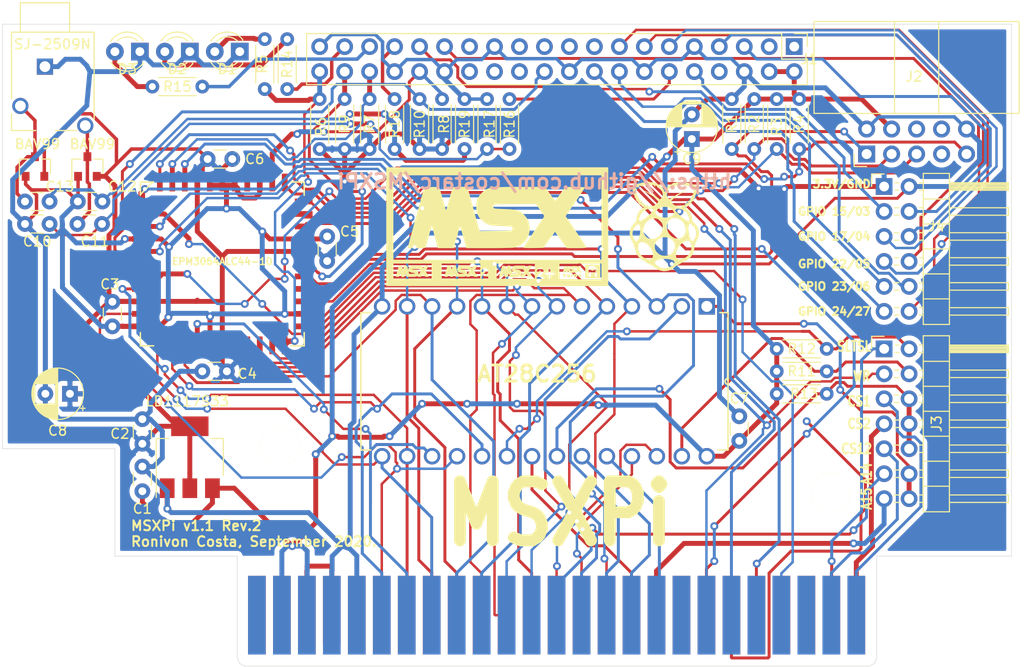
<source format=kicad_pcb>
(kicad_pcb (version 20171130) (host pcbnew "(5.1.5)-3")
  (layers (0 F.Cu signal) (31 B.Cu signal) (34 B.Paste user) (35 F.Paste user) (36 B.SilkS user) (37 F.SilkS user) (38 B.Mask user) (39 F.Mask user) (44 Edge.Cuts user))
  (net 0 "")
  (net 1 +5V)
  (net 2 +3V3)
  (net 3 "Net-(D1-Pad2)")
  (net 4 "Net-(J1-Pad17)")
  (net 5 "Net-(J1-Pad1)")
  (net 6 TDI)
  (net 7 "Net-(J2-Pad8)")
  (net 8 "Net-(J2-Pad7)")
  (net 9 "Net-(J2-Pad6)")
  (net 10 TMS)
  (net 11 TDO)
  (net 12 TCK)
  (net 13 "Net-(P1-Pad50)")
  (net 14 "Net-(P1-Pad49)")
  (net 15 "Net-(P1-Pad48)")
  (net 16 "Net-(P1-Pad44)")
  (net 17 "Net-(P1-Pad42)")
  (net 18 "Net-(P1-Pad16)")
  (net 19 "Net-(P1-Pad15)")
  (net 20 "Net-(P1-Pad5)")
  (net 21 "Net-(U1-Pad43)")
  (net 22 A4)
  (net 23 A5)
  (net 24 A2)
  (net 25 A3)
  (net 26 A0)
  (net 27 A1)
  (net 28 A6)
  (net 29 A7)
  (net 30 A14)
  (net 31 D0)
  (net 32 D7)
  (net 33 D4)
  (net 34 D5)
  (net 35 D2)
  (net 36 D3)
  (net 37 D1)
  (net 38 GNDREF)
  (net 39 RD)
  (net 40 IORQ)
  (net 41 "Net-(P1-Pad9)")
  (net 42 WAIT)
  (net 43 SPI_CS)
  (net 44 SPI_SCLK)
  (net 45 SPI_MOSI)
  (net 46 SPI_MISO)
  (net 47 SPI_RDY)
  (net 48 D6)
  (net 49 A13)
  (net 50 A8)
  (net 51 A12)
  (net 52 A10)
  (net 53 A11)
  (net 54 A15)
  (net 55 A9)
  (net 56 WR)
  (net 57 BUSDIR)
  (net 58 "Net-(P1-Pad8)")
  (net 59 "Net-(P1-Pad6)")
  (net 60 SLTSL)
  (net 61 ROM_A14)
  (net 62 "Net-(P1-Pad12)")
  (net 63 CS12)
  (net 64 CS2)
  (net 65 CS1)
  (net 66 "Net-(J1-Pad28)")
  (net 67 "Net-(J1-Pad27)")
  (net 68 "Net-(J1-Pad26)")
  (net 69 "Net-(J1-Pad24)")
  (net 70 "Net-(J1-Pad23)")
  (net 71 "Net-(J1-Pad21)")
  (net 72 "Net-(J1-Pad19)")
  (net 73 "Net-(J1-Pad8)")
  (net 74 "Net-(J1-Pad3)")
  (net 75 mem_ce)
  (net 76 mem_we)
  (net 77 mem_oe)
  (net 78 "Net-(D2-Pad2)")
  (net 79 "Net-(D3-Pad2)")
  (net 80 RPI_ON)
  (net 81 RPI_BUSY)
  (net 82 "Net-(C10-Pad2)")
  (net 83 "Net-(C11-Pad1)")
  (net 84 "Net-(C12-Pad2)")
  (net 85 "Net-(C13-Pad1)")
  (net 86 PWM1)
  (net 87 PWM0)
  (net 88 GPIO6)
  (net 89 GPIO5)
  (net 90 GPIO24)
  (net 91 GPIO23)
  (net 92 GPIO22)
  (net 93 GPIO27)
  (net 94 GPIO17)
  (net 95 GPIO15)
  (net 96 GPIO4)
  (net 97 GPIO3)
  (module MyFootprints:card_edge_connector (layer F.Cu) (at 149.833456 124.523389)
    (fp_text reference P1 hide)
    (fp_text value MSX_CONNECTOR)
    (pad "" np_thru_hole circle (at -26.87574 -13.97) (size 4 4) (drill 4) (layers *.Cu *.Mask F.SilkS) (clearance 1))
    (pad 50 connect rect (at -29.22016 3.14744) (size 1.8 8) (layers F.Cu F.Mask) (net 13 "Net-(P1-Pad50)"))
    (pad 49 connect rect (at -29.22016 3.14744) (size 1.8 8) (layers B.Cu B.Mask) (net 14 "Net-(P1-Pad49)"))
    (pad 48 connect rect (at -26.68016 3.14744) (size 1.8 8) (layers F.Cu F.Mask) (net 15 "Net-(P1-Pad48)"))
    (pad 47 connect rect (at -26.68016 3.14744) (size 1.8 8) (layers B.Cu B.Mask) (net 1 +5V))
    (pad 46 connect rect (at -24.14016 3.14744) (size 1.8 8) (layers F.Cu F.Mask) (net 16 "Net-(P1-Pad44)"))
    (pad 45 connect rect (at -24.14016 3.14744) (size 1.8 8) (layers B.Cu B.Mask) (net 1 +5V))
    (pad 44 connect rect (at -21.60524 2.65468) (size 1.8 7) (layers F.Cu F.Mask) (net 16 "Net-(P1-Pad44)"))
    (pad 43 connect rect (at -21.60016 3.14744) (size 1.8 8) (layers B.Cu B.Mask) (net 38 GNDREF))
    (pad 42 connect rect (at -19.06016 3.14744) (size 1.8 8) (layers F.Cu F.Mask) (net 17 "Net-(P1-Pad42)"))
    (pad 41 connect rect (at -19.06016 3.14744) (size 1.8 8) (layers B.Cu B.Mask) (net 38 GNDREF))
    (pad 40 connect rect (at -16.52016 3.14744) (size 1.8 8) (layers F.Cu F.Mask) (net 48 D6))
    (pad 39 connect rect (at -16.52016 3.14744) (size 1.8 8) (layers B.Cu B.Mask) (net 32 D7))
    (pad 38 connect rect (at -13.98016 3.14744) (size 1.8 8) (layers F.Cu F.Mask) (net 33 D4))
    (pad 37 connect rect (at -13.98016 3.14744) (size 1.8 8) (layers B.Cu B.Mask) (net 34 D5))
    (pad 36 connect rect (at -11.44016 3.14744) (size 1.8 8) (layers F.Cu F.Mask) (net 35 D2))
    (pad 35 connect rect (at -11.44016 3.14744) (size 1.8 8) (layers B.Cu B.Mask) (net 36 D3))
    (pad 34 connect rect (at -8.90016 3.14744) (size 1.8 8) (layers F.Cu F.Mask) (net 31 D0))
    (pad 33 connect rect (at -8.90016 3.14744) (size 1.8 8) (layers B.Cu B.Mask) (net 37 D1))
    (pad 32 connect rect (at -6.36016 3.14744) (size 1.8 8) (layers F.Cu F.Mask) (net 22 A4))
    (pad 31 connect rect (at -6.36016 3.14744) (size 1.8 8) (layers B.Cu B.Mask) (net 23 A5))
    (pad 30 connect rect (at -3.82016 3.14744) (size 1.8 8) (layers F.Cu F.Mask) (net 24 A2))
    (pad 29 connect rect (at -3.82016 3.14744) (size 1.8 8) (layers B.Cu B.Mask) (net 25 A3))
    (pad 28 connect rect (at -1.28016 3.14744) (size 1.8 8) (layers F.Cu F.Mask) (net 26 A0))
    (pad 27 connect rect (at -1.28016 3.14744) (size 1.8 8) (layers B.Cu B.Mask) (net 27 A1))
    (pad 26 connect rect (at 1.25984 3.14744) (size 1.8 8) (layers F.Cu F.Mask) (net 49 A13))
    (pad 25 connect rect (at 1.25984 3.14744) (size 1.8 8) (layers B.Cu B.Mask) (net 30 A14))
    (pad 24 connect rect (at 3.79984 3.14744) (size 1.8 8) (layers F.Cu F.Mask) (net 50 A8))
    (pad 23 connect rect (at 3.79984 3.14744) (size 1.8 8) (layers B.Cu B.Mask) (net 51 A12))
    (pad 22 connect rect (at 6.33984 3.14744) (size 1.8 8) (layers F.Cu F.Mask) (net 28 A6))
    (pad 21 connect rect (at 6.33984 3.14744) (size 1.8 8) (layers B.Cu B.Mask) (net 29 A7))
    (pad 20 connect rect (at 8.87984 3.14744) (size 1.8 8) (layers F.Cu F.Mask) (net 52 A10))
    (pad 19 connect rect (at 8.87984 3.14744) (size 1.8 8) (layers B.Cu B.Mask) (net 53 A11))
    (pad 18 connect rect (at 11.41984 3.14744) (size 1.8 8) (layers F.Cu F.Mask) (net 54 A15))
    (pad 17 connect rect (at 11.41984 3.14744) (size 1.8 8) (layers B.Cu B.Mask) (net 55 A9))
    (pad 16 connect rect (at 13.95984 3.14744) (size 1.8 8) (layers F.Cu F.Mask) (net 18 "Net-(P1-Pad16)"))
    (pad 15 connect rect (at 13.95984 3.14744) (size 1.8 8) (layers B.Cu B.Mask) (net 19 "Net-(P1-Pad15)"))
    (pad 14 connect rect (at 16.49984 3.14744) (size 1.8 8) (layers F.Cu F.Mask) (net 39 RD))
    (pad 13 connect rect (at 16.49984 3.14744) (size 1.8 8) (layers B.Cu B.Mask) (net 56 WR))
    (pad 12 connect rect (at 19.03984 3.14744) (size 1.8 8) (layers F.Cu F.Mask) (net 62 "Net-(P1-Pad12)"))
    (pad 11 connect rect (at 19.03984 3.14744) (size 1.8 8) (layers B.Cu B.Mask) (net 40 IORQ))
    (pad 10 connect rect (at 21.57984 3.14744) (size 1.8 8) (layers F.Cu F.Mask) (net 57 BUSDIR))
    (pad 9 connect rect (at 21.57984 3.14744) (size 1.8 8) (layers B.Cu B.Mask) (net 41 "Net-(P1-Pad9)"))
    (pad 8 connect rect (at 24.11984 3.14744) (size 1.8 8) (layers F.Cu F.Mask) (net 58 "Net-(P1-Pad8)"))
    (pad 7 connect rect (at 24.11984 3.14744) (size 1.8 8) (layers B.Cu B.Mask) (net 42 WAIT))
    (pad 6 connect rect (at 26.65984 3.14744) (size 1.8 8) (layers F.Cu F.Mask) (net 59 "Net-(P1-Pad6)"))
    (pad 5 connect rect (at 26.65984 3.14744) (size 1.8 8) (layers B.Cu B.Mask) (net 20 "Net-(P1-Pad5)"))
    (pad 4 connect rect (at 29.19984 3.14744) (size 1.8 8) (layers F.Cu F.Mask) (net 60 SLTSL))
    (pad 3 connect rect (at 29.19984 3.14744) (size 1.8 8) (layers B.Cu B.Mask) (net 63 CS12))
    (pad 2 connect rect (at 31.73984 3.14744) (size 1.8 8) (layers F.Cu F.Mask) (net 64 CS2))
    (pad 1 connect rect (at 31.73984 3.14744) (size 1.8 8) (layers B.Cu B.Mask) (net 65 CS1))
    (pad "" np_thru_hole circle (at 29.12364 -9.323389) (size 4 4) (drill 4) (layers *.Cu *.Mask F.SilkS) (clearance 1))
  )
  (module MyFootprints:PLCC127P1765X1765X457-44N (layer F.Cu) (at 117.094 91.948)
    (fp_text reference U1 (at 0.76353 -10.81666) (layer F.SilkS) (effects (font (size 1.643291 1.643291) (thickness 0.015))))
    (fp_text value EPM3064ALC44-10 (at 0 -0.254) (layer F.SilkS) (effects (font (size 0.7 0.7))))
    (pad 44 smd rect (at 1.27 -8.2804) (size 0.5842 1.8034) (layers F.Cu F.Paste F.Mask) (net 38 GNDREF))
    (pad 43 smd rect (at 2.54 -8.2804) (size 0.5842 1.8034) (layers F.Cu F.Paste F.Mask) (net 21 "Net-(U1-Pad43)"))
    (pad 42 smd rect (at 3.81 -8.2804) (size 0.5842 1.8034) (layers F.Cu F.Paste F.Mask) (net 38 GNDREF))
    (pad 41 smd rect (at 5.08 -8.2804) (size 0.5842 1.8034) (layers F.Cu F.Paste F.Mask) (net 46 SPI_MISO))
    (pad 40 smd rect (at 6.35 -8.2804) (size 0.5842 1.8034) (layers F.Cu F.Paste F.Mask) (net 40 IORQ))
    (pad 39 smd rect (at 8.2804 -6.35) (size 1.8034 0.5842) (layers F.Cu F.Paste F.Mask) (net 56 WR))
    (pad 38 smd rect (at 8.2804 -5.08) (size 1.8034 0.5842) (layers F.Cu F.Paste F.Mask) (net 11 TDO))
    (pad 37 smd rect (at 8.2804 -3.81) (size 1.8034 0.5842) (layers F.Cu F.Paste F.Mask) (net 39 RD))
    (pad 36 smd rect (at 8.2804 -2.54) (size 1.8034 0.5842) (layers F.Cu F.Paste F.Mask) (net 38 GNDREF))
    (pad 35 smd rect (at 8.2804 -1.27) (size 1.8034 0.5842) (layers F.Cu F.Paste F.Mask) (net 2 +3V3))
    (pad 34 smd rect (at 8.2804 0) (size 1.8034 0.5842) (layers F.Cu F.Paste F.Mask) (net 44 SPI_SCLK))
    (pad 33 smd rect (at 8.2804 1.27) (size 1.8034 0.5842) (layers F.Cu F.Paste F.Mask) (net 28 A6))
    (pad 32 smd rect (at 8.2804 2.54) (size 1.8034 0.5842) (layers F.Cu F.Paste F.Mask) (net 12 TCK))
    (pad 31 smd rect (at 8.2804 3.81) (size 1.8034 0.5842) (layers F.Cu F.Paste F.Mask) (net 26 A0))
    (pad 30 smd rect (at 8.2804 5.08) (size 1.8034 0.5842) (layers F.Cu F.Paste F.Mask) (net 38 GNDREF))
    (pad 29 smd rect (at 8.2804 6.35) (size 1.8034 0.5842) (layers F.Cu F.Paste F.Mask) (net 27 A1))
    (pad 28 smd rect (at 6.35 8.2804) (size 0.5842 1.8034) (layers F.Cu F.Paste F.Mask) (net 43 SPI_CS))
    (pad 27 smd rect (at 5.08 8.2804) (size 0.5842 1.8034) (layers F.Cu F.Paste F.Mask) (net 23 A5))
    (pad 26 smd rect (at 3.81 8.2804) (size 0.5842 1.8034) (layers F.Cu F.Paste F.Mask) (net 25 A3))
    (pad 25 smd rect (at 2.54 8.2804) (size 0.5842 1.8034) (layers F.Cu F.Paste F.Mask) (net 22 A4))
    (pad 24 smd rect (at 1.27 8.2804) (size 0.5842 1.8034) (layers F.Cu F.Paste F.Mask) (net 24 A2))
    (pad 23 smd rect (at 0 8.2804) (size 0.5842 1.8034) (layers F.Cu F.Paste F.Mask) (net 2 +3V3))
    (pad 22 smd rect (at -1.27 8.2804) (size 0.5842 1.8034) (layers F.Cu F.Paste F.Mask) (net 38 GNDREF))
    (pad 21 smd rect (at -2.54 8.2804) (size 0.5842 1.8034) (layers F.Cu F.Paste F.Mask) (net 34 D5))
    (pad 20 smd rect (at -3.81 8.2804) (size 0.5842 1.8034) (layers F.Cu F.Paste F.Mask) (net 37 D1))
    (pad 19 smd rect (at -5.08 8.2804) (size 0.5842 1.8034) (layers F.Cu F.Paste F.Mask) (net 32 D7))
    (pad 18 smd rect (at -6.35 8.2804) (size 0.5842 1.8034) (layers F.Cu F.Paste F.Mask) (net 36 D3))
    (pad 17 smd rect (at -8.2804 6.35) (size 1.8034 0.5842) (layers F.Cu F.Paste F.Mask) (net 38 GNDREF))
    (pad 16 smd rect (at -8.2804 5.08) (size 1.8034 0.5842) (layers F.Cu F.Paste F.Mask) (net 48 D6))
    (pad 15 smd rect (at -8.2804 3.81) (size 1.8034 0.5842) (layers F.Cu F.Paste F.Mask) (net 2 +3V3))
    (pad 14 smd rect (at -8.2804 2.54) (size 1.8034 0.5842) (layers F.Cu F.Paste F.Mask) (net 33 D4))
    (pad 13 smd rect (at -8.2804 1.27) (size 1.8034 0.5842) (layers F.Cu F.Paste F.Mask) (net 10 TMS))
    (pad 12 smd rect (at -8.2804 0) (size 1.8034 0.5842) (layers F.Cu F.Paste F.Mask) (net 47 SPI_RDY))
    (pad 11 smd rect (at -8.2804 -1.27) (size 1.8034 0.5842) (layers F.Cu F.Paste F.Mask) (net 35 D2))
    (pad 10 smd rect (at -8.2804 -2.54) (size 1.8034 0.5842) (layers F.Cu F.Paste F.Mask) (net 38 GNDREF))
    (pad 9 smd rect (at -8.2804 -3.81) (size 1.8034 0.5842) (layers F.Cu F.Paste F.Mask) (net 31 D0))
    (pad 8 smd rect (at -8.2804 -5.08) (size 1.8034 0.5842) (layers F.Cu F.Paste F.Mask) (net 42 WAIT))
    (pad 7 smd rect (at -8.2804 -6.35) (size 1.8034 0.5842) (layers F.Cu F.Paste F.Mask) (net 6 TDI))
    (pad 6 smd rect (at -6.35 -8.2804) (size 0.5842 1.8034) (layers F.Cu F.Paste F.Mask) (net 57 BUSDIR))
    (pad 5 smd rect (at -5.08 -8.2804) (size 0.5842 1.8034) (layers F.Cu F.Paste F.Mask) (net 45 SPI_MOSI))
    (pad 4 smd rect (at -3.81 -8.2804) (size 0.5842 1.8034) (layers F.Cu F.Paste F.Mask) (net 29 A7))
    (pad 3 smd rect (at -2.54 -8.2804) (size 0.5842 1.8034) (layers F.Cu F.Paste F.Mask) (net 2 +3V3))
    (pad 2 smd rect (at -1.27 -8.2804) (size 0.5842 1.8034) (layers F.Cu F.Paste F.Mask) (net 38 GNDREF))
    (pad 1 smd rect (at 0 -8.2804) (size 0.5842 1.8034) (layers F.Cu F.Paste F.Mask) (net 38 GNDREF))
  )
  (module MyFootprints:raspberry_pi_logo (layer F.Cu) (at 162.052 88.138)
    (fp_text reference G*** hide)
    (fp_text value LOGO hide)
  )
  (module MyFootprints:msx_msx2_msx+logo (layer F.Cu) (at 145.034 88.138)
    (fp_text reference G*** hide)
    (fp_text value LOGO hide)
  )
  (module Connector_PinHeader_2.54mm:PinHeader_2x06_P2.54mm_Horizontal (layer F.Cu) (at 184.404 84.074)
    (fp_text reference J4 (at 5.334 4.064) (layer F.SilkS))
    (fp_text value Conn_02x06_Odd_Even)
    (pad 12 thru_hole oval (at 2.54 12.7) (size 1.7 1.7) (drill 1) (layers *.Cu *.Mask) (net 93 GPIO27))
    (pad 11 thru_hole oval (at 0 12.7) (size 1.7 1.7) (drill 1) (layers *.Cu *.Mask) (net 90 GPIO24))
    (pad 10 thru_hole oval (at 2.54 10.16) (size 1.7 1.7) (drill 1) (layers *.Cu *.Mask) (net 88 GPIO6))
    (pad 9 thru_hole oval (at 0 10.16) (size 1.7 1.7) (drill 1) (layers *.Cu *.Mask) (net 91 GPIO23))
    (pad 8 thru_hole oval (at 2.54 7.62) (size 1.7 1.7) (drill 1) (layers *.Cu *.Mask) (net 89 GPIO5))
    (pad 7 thru_hole oval (at 0 7.62) (size 1.7 1.7) (drill 1) (layers *.Cu *.Mask) (net 92 GPIO22))
    (pad 6 thru_hole oval (at 2.54 5.08) (size 1.7 1.7) (drill 1) (layers *.Cu *.Mask) (net 96 GPIO4))
    (pad 5 thru_hole oval (at 0 5.08) (size 1.7 1.7) (drill 1) (layers *.Cu *.Mask) (net 94 GPIO17))
    (pad 4 thru_hole oval (at 2.54 2.54) (size 1.7 1.7) (drill 1) (layers *.Cu *.Mask) (net 97 GPIO3))
    (pad 3 thru_hole oval (at 0 2.54) (size 1.7 1.7) (drill 1) (layers *.Cu *.Mask) (net 95 GPIO15))
    (pad 2 thru_hole oval (at 2.54 0) (size 1.7 1.7) (drill 1) (layers *.Cu *.Mask) (net 38 GNDREF))
    (pad 1 thru_hole rect (at 0 0) (size 1.7 1.7) (drill 1) (layers *.Cu *.Mask) (net 2 +3V3))
  )
  (module Connector_IDC:IDC-Header_2x05_P2.54mm_Horizontal (layer F.Cu) (at 182.626 80.772 90)
    (fp_text reference J2 (at 7.874 4.826 180) (layer F.SilkS))
    (fp_text value JTAG)
    (pad 10 thru_hole oval (at 2.54 10.16 90) (size 1.7272 1.7272) (drill 1.016) (layers *.Cu *.Mask) (net 38 GNDREF))
    (pad 9 thru_hole oval (at 0 10.16 90) (size 1.7272 1.7272) (drill 1.016) (layers *.Cu *.Mask) (net 6 TDI))
    (pad 8 thru_hole oval (at 2.54 7.62 90) (size 1.7272 1.7272) (drill 1.016) (layers *.Cu *.Mask) (net 7 "Net-(J2-Pad8)"))
    (pad 7 thru_hole oval (at 0 7.62 90) (size 1.7272 1.7272) (drill 1.016) (layers *.Cu *.Mask) (net 8 "Net-(J2-Pad7)"))
    (pad 6 thru_hole oval (at 2.54 5.08 90) (size 1.7272 1.7272) (drill 1.016) (layers *.Cu *.Mask) (net 9 "Net-(J2-Pad6)"))
    (pad 5 thru_hole oval (at 0 5.08 90) (size 1.7272 1.7272) (drill 1.016) (layers *.Cu *.Mask) (net 10 TMS))
    (pad 4 thru_hole oval (at 2.54 2.54 90) (size 1.7272 1.7272) (drill 1.016) (layers *.Cu *.Mask) (net 1 +5V))
    (pad 3 thru_hole oval (at 0 2.54 90) (size 1.7272 1.7272) (drill 1.016) (layers *.Cu *.Mask) (net 11 TDO))
    (pad 2 thru_hole oval (at 2.54 0 90) (size 1.7272 1.7272) (drill 1.016) (layers *.Cu *.Mask) (net 38 GNDREF))
    (pad 1 thru_hole rect (at 0 0 90) (size 1.7272 1.7272) (drill 1.016) (layers *.Cu *.Mask) (net 12 TCK))
  )
  (module MyFootprints:CUI_SJ-2509N (layer F.Cu) (at 99.06 71.882 90)
    (fp_text reference J5 hide)
    (fp_text value SJ-2509N (at 2.286 0.762 180) (layer F.SilkS) (effects (font (size 1.000496 1.000496))))
    (pad None np_thru_hole circle (at -0.5 -2 90) (size 1.6 1.6) (drill 1.6) (layers *.Cu *.Mask))
    (pad None np_thru_hole circle (at -0.5 3 90) (size 1.6 1.6) (drill 1.6) (layers *.Cu *.Mask))
    (pad 2 thru_hole circle (at -4 -2.5 90) (size 1.65 1.65) (drill 1.1) (layers *.Cu *.Mask) (net 85 "Net-(C13-Pad1)"))
    (pad 3 thru_hole circle (at -6 4.1 90) (size 1.65 1.65) (drill 1.1) (layers *.Cu *.Mask) (net 83 "Net-(C11-Pad1)"))
    (pad 1 thru_hole rect (at 0 0 90) (size 1.65 1.65) (drill 1.1) (layers *.Cu *.Mask) (net 38 GNDREF))
  )
  (module Resistor_THT:R_Axial_DIN0204_L3.6mm_D1.6mm_P5.08mm_Horizontal (layer F.Cu) (at 141.732 80.264 90)
    (fp_text reference R19 (at 2.54 0 90) (layer F.SilkS))
    (fp_text value 150R)
    (pad 2 thru_hole oval (at 5.08 0 90) (size 1.4 1.4) (drill 0.7) (layers *.Cu *.Mask) (net 38 GNDREF))
    (pad 1 thru_hole circle (at 0 0 90) (size 1.4 1.4) (drill 0.7) (layers *.Cu *.Mask) (net 84 "Net-(C12-Pad2)"))
  )
  (module Resistor_THT:R_Axial_DIN0204_L3.6mm_D1.6mm_P5.08mm_Horizontal (layer F.Cu) (at 134.62 75.184 270)
    (fp_text reference R18 (at 2.54 0 90) (layer F.SilkS))
    (fp_text value 270R)
    (pad 2 thru_hole oval (at 5.08 0 270) (size 1.4 1.4) (drill 0.7) (layers *.Cu *.Mask) (net 84 "Net-(C12-Pad2)"))
    (pad 1 thru_hole circle (at 0 0 270) (size 1.4 1.4) (drill 0.7) (layers *.Cu *.Mask) (net 86 PWM1))
  )
  (module Resistor_THT:R_Axial_DIN0204_L3.6mm_D1.6mm_P5.08mm_Horizontal (layer F.Cu) (at 144.018 80.264 90)
    (fp_text reference R17 (at 2.54 0.254 90) (layer F.SilkS))
    (fp_text value 150R)
    (pad 2 thru_hole oval (at 5.08 0 90) (size 1.4 1.4) (drill 0.7) (layers *.Cu *.Mask) (net 38 GNDREF))
    (pad 1 thru_hole circle (at 0 0 90) (size 1.4 1.4) (drill 0.7) (layers *.Cu *.Mask) (net 82 "Net-(C10-Pad2)"))
  )
  (module Resistor_THT:R_Axial_DIN0204_L3.6mm_D1.6mm_P5.08mm_Horizontal (layer F.Cu) (at 146.304 75.184 270)
    (fp_text reference R16 (at 2.54 0 90) (layer F.SilkS))
    (fp_text value 270R)
    (pad 2 thru_hole oval (at 5.08 0 270) (size 1.4 1.4) (drill 0.7) (layers *.Cu *.Mask) (net 82 "Net-(C10-Pad2)"))
    (pad 1 thru_hole circle (at 0 0 270) (size 1.4 1.4) (drill 0.7) (layers *.Cu *.Mask) (net 87 PWM0))
  )
  (module Package_TO_SOT_SMD:SOT-23 (layer F.Cu) (at 98.044 82.042 90)
    (fp_text reference D5 hide)
    (fp_text value BAV99 (at 2.286 0.254 180) (layer F.SilkS))
    (pad 3 smd rect (at 1 0 90) (size 0.9 0.8) (layers F.Cu F.Paste F.Mask) (net 85 "Net-(C13-Pad1)"))
    (pad 2 smd rect (at -1 0.95 90) (size 0.9 0.8) (layers F.Cu F.Paste F.Mask) (net 2 +3V3))
    (pad 1 smd rect (at -1 -0.95 90) (size 0.9 0.8) (layers F.Cu F.Paste F.Mask) (net 38 GNDREF))
  )
  (module Package_TO_SOT_SMD:SOT-23 (layer F.Cu) (at 103.378 82.042 90)
    (fp_text reference D4 hide)
    (fp_text value BAV99 (at 2.286 0.508 180) (layer F.SilkS))
    (pad 3 smd rect (at 1 0 90) (size 0.9 0.8) (layers F.Cu F.Paste F.Mask) (net 83 "Net-(C11-Pad1)"))
    (pad 2 smd rect (at -1 0.95 90) (size 0.9 0.8) (layers F.Cu F.Paste F.Mask) (net 2 +3V3))
    (pad 1 smd rect (at -1 -0.95 90) (size 0.9 0.8) (layers F.Cu F.Paste F.Mask) (net 38 GNDREF))
  )
  (module Capacitor_THT:C_Disc_D3.0mm_W1.6mm_P2.50mm (layer F.Cu) (at 97.028 85.598)
    (fp_text reference C13 (at 3.556 -1.524) (layer F.SilkS))
    (fp_text value 10uF)
    (pad 2 thru_hole circle (at 2.5 0) (size 1.6 1.6) (drill 0.8) (layers *.Cu *.Mask) (net 84 "Net-(C12-Pad2)"))
    (pad 1 thru_hole circle (at 0 0) (size 1.6 1.6) (drill 0.8) (layers *.Cu *.Mask) (net 85 "Net-(C13-Pad1)"))
  )
  (module Capacitor_THT:C_Disc_D3.0mm_W1.6mm_P2.50mm (layer F.Cu) (at 102.402 85.598)
    (fp_text reference C12 (at 4.532 -1.524) (layer F.SilkS))
    (fp_text value 33nF)
    (pad 2 thru_hole circle (at 2.5 0) (size 1.6 1.6) (drill 0.8) (layers *.Cu *.Mask) (net 84 "Net-(C12-Pad2)"))
    (pad 1 thru_hole circle (at 0 0) (size 1.6 1.6) (drill 0.8) (layers *.Cu *.Mask) (net 38 GNDREF))
  )
  (module Capacitor_THT:C_Disc_D3.0mm_W1.6mm_P2.50mm (layer F.Cu) (at 102.362 87.884)
    (fp_text reference C11 (at 1.778 1.778) (layer F.SilkS))
    (fp_text value 10uF)
    (pad 2 thru_hole circle (at 2.5 0) (size 1.6 1.6) (drill 0.8) (layers *.Cu *.Mask) (net 82 "Net-(C10-Pad2)"))
    (pad 1 thru_hole circle (at 0 0) (size 1.6 1.6) (drill 0.8) (layers *.Cu *.Mask) (net 83 "Net-(C11-Pad1)"))
  )
  (module Capacitor_THT:C_Disc_D3.0mm_W1.6mm_P2.50mm (layer F.Cu) (at 97.028 87.884)
    (fp_text reference C10 (at 1.25 1.778) (layer F.SilkS))
    (fp_text value 33nF)
    (pad 2 thru_hole circle (at 2.5 0) (size 1.6 1.6) (drill 0.8) (layers *.Cu *.Mask) (net 82 "Net-(C10-Pad2)"))
    (pad 1 thru_hole circle (at 0 0) (size 1.6 1.6) (drill 0.8) (layers *.Cu *.Mask) (net 38 GNDREF))
  )
  (module Resistor_THT:R_Axial_DIN0204_L3.6mm_D1.6mm_P5.08mm_Horizontal (layer F.Cu) (at 109.982 73.914)
    (fp_text reference R15 (at 2.54 0) (layer F.SilkS))
    (fp_text value 270R)
    (pad 2 thru_hole oval (at 5.08 0) (size 1.4 1.4) (drill 0.7) (layers *.Cu *.Mask) (net 81 RPI_BUSY))
    (pad 1 thru_hole circle (at 0 0) (size 1.4 1.4) (drill 0.7) (layers *.Cu *.Mask) (net 79 "Net-(D3-Pad2)"))
  )
  (module Resistor_THT:R_Axial_DIN0204_L3.6mm_D1.6mm_P5.08mm_Horizontal (layer F.Cu) (at 123.698 69.088 270)
    (fp_text reference R14 (at 2.54 0 90) (layer F.SilkS))
    (fp_text value 270R)
    (pad 2 thru_hole oval (at 5.08 0 270) (size 1.4 1.4) (drill 0.7) (layers *.Cu *.Mask) (net 80 RPI_ON))
    (pad 1 thru_hole circle (at 0 0 270) (size 1.4 1.4) (drill 0.7) (layers *.Cu *.Mask) (net 78 "Net-(D2-Pad2)"))
  )
  (module LED_THT:LED_D3.0mm (layer F.Cu) (at 108.712 70.358 180)
    (fp_text reference D3 (at 1.27 -1.778) (layer F.SilkS))
    (fp_text value LED)
    (pad 2 thru_hole circle (at 2.54 0 180) (size 1.8 1.8) (drill 0.9) (layers *.Cu *.Mask) (net 79 "Net-(D3-Pad2)"))
    (pad 1 thru_hole rect (at 0 0 180) (size 1.8 1.8) (drill 0.9) (layers *.Cu *.Mask) (net 38 GNDREF))
  )
  (module LED_THT:LED_D3.0mm (layer F.Cu) (at 113.792 70.358 180)
    (fp_text reference D2 (at 1.27 -1.778) (layer F.SilkS))
    (fp_text value LED)
    (pad 2 thru_hole circle (at 2.54 0 180) (size 1.8 1.8) (drill 0.9) (layers *.Cu *.Mask) (net 78 "Net-(D2-Pad2)"))
    (pad 1 thru_hole rect (at 0 0 180) (size 1.8 1.8) (drill 0.9) (layers *.Cu *.Mask) (net 38 GNDREF))
  )
  (module MyFootprints:DIP254P1524X482-28 (layer F.Cu) (at 133.35 111.506 270)
    (fp_text reference AT28C256 (at -8.382 -15.748 180) (layer F.SilkS) (effects (font (size 1.64163 1.64163) (thickness 0.3))))
    (fp_text value AT28C256-15PU)
    (pad 28 thru_hole circle (at 0 -33.02 270) (size 1.6764 1.6764) (drill 1.1176) (layers *.Cu *.Mask) (net 1 +5V))
    (pad 27 thru_hole circle (at 0 -30.48 270) (size 1.6764 1.6764) (drill 1.1176) (layers *.Cu *.Mask) (net 76 mem_we))
    (pad 26 thru_hole circle (at 0 -27.94 270) (size 1.6764 1.6764) (drill 1.1176) (layers *.Cu *.Mask) (net 49 A13))
    (pad 25 thru_hole circle (at 0 -25.4 270) (size 1.6764 1.6764) (drill 1.1176) (layers *.Cu *.Mask) (net 50 A8))
    (pad 24 thru_hole circle (at 0 -22.86 270) (size 1.6764 1.6764) (drill 1.1176) (layers *.Cu *.Mask) (net 55 A9))
    (pad 23 thru_hole circle (at 0 -20.32 270) (size 1.6764 1.6764) (drill 1.1176) (layers *.Cu *.Mask) (net 53 A11))
    (pad 22 thru_hole circle (at 0 -17.78 270) (size 1.6764 1.6764) (drill 1.1176) (layers *.Cu *.Mask) (net 77 mem_oe))
    (pad 21 thru_hole circle (at 0 -15.24 270) (size 1.6764 1.6764) (drill 1.1176) (layers *.Cu *.Mask) (net 52 A10))
    (pad 20 thru_hole circle (at 0 -12.7 270) (size 1.6764 1.6764) (drill 1.1176) (layers *.Cu *.Mask) (net 75 mem_ce))
    (pad 19 thru_hole circle (at 0 -10.16 270) (size 1.6764 1.6764) (drill 1.1176) (layers *.Cu *.Mask) (net 32 D7))
    (pad 18 thru_hole circle (at 0 -7.62 270) (size 1.6764 1.6764) (drill 1.1176) (layers *.Cu *.Mask) (net 48 D6))
    (pad 17 thru_hole circle (at 0 -5.08 270) (size 1.6764 1.6764) (drill 1.1176) (layers *.Cu *.Mask) (net 34 D5))
    (pad 16 thru_hole circle (at 0 -2.54 270) (size 1.6764 1.6764) (drill 1.1176) (layers *.Cu *.Mask) (net 33 D4))
    (pad 15 thru_hole circle (at 0 0 270) (size 1.6764 1.6764) (drill 1.1176) (layers *.Cu *.Mask) (net 36 D3))
    (pad 14 thru_hole circle (at -15.24 0 270) (size 1.6764 1.6764) (drill 1.1176) (layers *.Cu *.Mask) (net 38 GNDREF))
    (pad 13 thru_hole circle (at -15.24 -2.54 270) (size 1.6764 1.6764) (drill 1.1176) (layers *.Cu *.Mask) (net 35 D2))
    (pad 12 thru_hole circle (at -15.24 -5.08 270) (size 1.6764 1.6764) (drill 1.1176) (layers *.Cu *.Mask) (net 37 D1))
    (pad 11 thru_hole circle (at -15.24 -7.62 270) (size 1.6764 1.6764) (drill 1.1176) (layers *.Cu *.Mask) (net 31 D0))
    (pad 10 thru_hole circle (at -15.24 -10.16 270) (size 1.6764 1.6764) (drill 1.1176) (layers *.Cu *.Mask) (net 26 A0))
    (pad 9 thru_hole circle (at -15.24 -12.7 270) (size 1.6764 1.6764) (drill 1.1176) (layers *.Cu *.Mask) (net 27 A1))
    (pad 8 thru_hole circle (at -15.24 -15.24 270) (size 1.6764 1.6764) (drill 1.1176) (layers *.Cu *.Mask) (net 24 A2))
    (pad 7 thru_hole circle (at -15.24 -17.78 270) (size 1.6764 1.6764) (drill 1.1176) (layers *.Cu *.Mask) (net 25 A3))
    (pad 6 thru_hole circle (at -15.24 -20.32 270) (size 1.6764 1.6764) (drill 1.1176) (layers *.Cu *.Mask) (net 22 A4))
    (pad 5 thru_hole circle (at -15.24 -22.86 270) (size 1.6764 1.6764) (drill 1.1176) (layers *.Cu *.Mask) (net 23 A5))
    (pad 4 thru_hole circle (at -15.24 -25.4 270) (size 1.6764 1.6764) (drill 1.1176) (layers *.Cu *.Mask) (net 28 A6))
    (pad 3 thru_hole circle (at -15.24 -27.94 270) (size 1.6764 1.6764) (drill 1.1176) (layers *.Cu *.Mask) (net 29 A7))
    (pad 2 thru_hole circle (at -15.24 -30.48 270) (size 1.6764 1.6764) (drill 1.1176) (layers *.Cu *.Mask) (net 51 A12))
    (pad 1 thru_hole rect (at -15.24 -33.02 270) (size 1.6764 1.6764) (drill 1.1176) (layers *.Cu *.Mask) (net 61 ROM_A14))
  )
  (module Resistor_THT:R_Axial_DIN0204_L3.6mm_D1.6mm_P5.08mm_Horizontal (layer F.Cu) (at 178.562 105.156 180)
    (fp_text reference R13 (at 2.286 0) (layer F.SilkS))
    (fp_text value 10k)
    (pad 2 thru_hole oval (at 5.08 0 180) (size 1.4 1.4) (drill 0.7) (layers *.Cu *.Mask) (net 1 +5V))
    (pad 1 thru_hole circle (at 0 0 180) (size 1.4 1.4) (drill 0.7) (layers *.Cu *.Mask) (net 77 mem_oe))
  )
  (module Resistor_THT:R_Axial_DIN0204_L3.6mm_D1.6mm_P5.08mm_Horizontal (layer F.Cu) (at 178.562 100.584 180)
    (fp_text reference R12 (at 2.54 0) (layer F.SilkS))
    (fp_text value 10k)
    (pad 2 thru_hole oval (at 5.08 0 180) (size 1.4 1.4) (drill 0.7) (layers *.Cu *.Mask) (net 1 +5V))
    (pad 1 thru_hole circle (at 0 0 180) (size 1.4 1.4) (drill 0.7) (layers *.Cu *.Mask) (net 75 mem_ce))
  )
  (module Resistor_THT:R_Axial_DIN0204_L3.6mm_D1.6mm_P5.08mm_Horizontal (layer F.Cu) (at 178.562 102.87 180)
    (fp_text reference R11 (at 2.54 0) (layer F.SilkS))
    (fp_text value 10k)
    (pad 2 thru_hole oval (at 5.08 0 180) (size 1.4 1.4) (drill 0.7) (layers *.Cu *.Mask) (net 1 +5V))
    (pad 1 thru_hole circle (at 0 0 180) (size 1.4 1.4) (drill 0.7) (layers *.Cu *.Mask) (net 76 mem_we))
  )
  (module Connector_PinHeader_2.54mm:PinHeader_2x07_P2.54mm_Horizontal (layer F.Cu) (at 184.404 100.584)
    (fp_text reference J3 (at 5.334 7.62 90) (layer F.SilkS))
    (fp_text value Conn_02x07_Odd_Even)
    (pad 14 thru_hole oval (at 2.54 15.24) (size 1.7 1.7) (drill 1) (layers *.Cu *.Mask) (net 61 ROM_A14))
    (pad 13 thru_hole oval (at 0 15.24) (size 1.7 1.7) (drill 1) (layers *.Cu *.Mask) (net 54 A15))
    (pad 12 thru_hole oval (at 2.54 12.7) (size 1.7 1.7) (drill 1) (layers *.Cu *.Mask) (net 61 ROM_A14))
    (pad 11 thru_hole oval (at 0 12.7) (size 1.7 1.7) (drill 1) (layers *.Cu *.Mask) (net 30 A14))
    (pad 10 thru_hole oval (at 2.54 10.16) (size 1.7 1.7) (drill 1) (layers *.Cu *.Mask) (net 77 mem_oe))
    (pad 9 thru_hole oval (at 0 10.16) (size 1.7 1.7) (drill 1) (layers *.Cu *.Mask) (net 63 CS12))
    (pad 8 thru_hole oval (at 2.54 7.62) (size 1.7 1.7) (drill 1) (layers *.Cu *.Mask) (net 77 mem_oe))
    (pad 7 thru_hole oval (at 0 7.62) (size 1.7 1.7) (drill 1) (layers *.Cu *.Mask) (net 64 CS2))
    (pad 6 thru_hole oval (at 2.54 5.08) (size 1.7 1.7) (drill 1) (layers *.Cu *.Mask) (net 77 mem_oe))
    (pad 5 thru_hole oval (at 0 5.08) (size 1.7 1.7) (drill 1) (layers *.Cu *.Mask) (net 65 CS1))
    (pad 4 thru_hole oval (at 2.54 2.54) (size 1.7 1.7) (drill 1) (layers *.Cu *.Mask) (net 76 mem_we))
    (pad 3 thru_hole oval (at 0 2.54) (size 1.7 1.7) (drill 1) (layers *.Cu *.Mask) (net 56 WR))
    (pad 2 thru_hole oval (at 2.54 0) (size 1.7 1.7) (drill 1) (layers *.Cu *.Mask) (net 75 mem_ce))
    (pad 1 thru_hole rect (at 0 0) (size 1.7 1.7) (drill 1) (layers *.Cu *.Mask) (net 60 SLTSL))
  )
  (module Resistor_THT:R_Axial_DIN0204_L3.6mm_D1.6mm_P5.08mm_Horizontal (layer F.Cu) (at 175.768 80.264 90)
    (fp_text reference R4 (at 2.54 0 90) (layer F.SilkS))
    (fp_text value 1k)
    (pad 2 thru_hole oval (at 5.08 0 90) (size 1.4 1.4) (drill 0.7) (layers *.Cu *.Mask) (net 1 +5V))
    (pad 1 thru_hole circle (at 0 0 90) (size 1.4 1.4) (drill 0.7) (layers *.Cu *.Mask) (net 6 TDI))
  )
  (module Connector_PinHeader_2.54mm:PinHeader_2x20_P2.54mm_Vertical (layer F.Cu) (at 175.26 69.85 270)
    (fp_text reference J1 (at 1.27 -1.524 180) (layer F.SilkS))
    (fp_text value Raspberry_Pi_Zero_2_3)
    (pad 40 thru_hole oval (at 2.54 48.26 270) (size 1.7 1.7) (drill 1) (layers *.Cu *.Mask) (net 43 SPI_CS))
    (pad 39 thru_hole oval (at 0 48.26 270) (size 1.7 1.7) (drill 1) (layers *.Cu *.Mask) (net 38 GNDREF))
    (pad 38 thru_hole oval (at 2.54 45.72 270) (size 1.7 1.7) (drill 1) (layers *.Cu *.Mask) (net 44 SPI_SCLK))
    (pad 37 thru_hole oval (at 0 45.72 270) (size 1.7 1.7) (drill 1) (layers *.Cu *.Mask) (net 80 RPI_ON))
    (pad 36 thru_hole oval (at 2.54 43.18 270) (size 1.7 1.7) (drill 1) (layers *.Cu *.Mask) (net 45 SPI_MOSI))
    (pad 35 thru_hole oval (at 0 43.18 270) (size 1.7 1.7) (drill 1) (layers *.Cu *.Mask) (net 81 RPI_BUSY))
    (pad 34 thru_hole oval (at 2.54 40.64 270) (size 1.7 1.7) (drill 1) (layers *.Cu *.Mask) (net 38 GNDREF))
    (pad 33 thru_hole oval (at 0 40.64 270) (size 1.7 1.7) (drill 1) (layers *.Cu *.Mask) (net 86 PWM1))
    (pad 32 thru_hole oval (at 2.54 38.1 270) (size 1.7 1.7) (drill 1) (layers *.Cu *.Mask) (net 46 SPI_MISO))
    (pad 31 thru_hole oval (at 0 38.1 270) (size 1.7 1.7) (drill 1) (layers *.Cu *.Mask) (net 88 GPIO6))
    (pad 30 thru_hole oval (at 2.54 35.56 270) (size 1.7 1.7) (drill 1) (layers *.Cu *.Mask) (net 38 GNDREF))
    (pad 29 thru_hole oval (at 0 35.56 270) (size 1.7 1.7) (drill 1) (layers *.Cu *.Mask) (net 89 GPIO5))
    (pad 28 thru_hole oval (at 2.54 33.02 270) (size 1.7 1.7) (drill 1) (layers *.Cu *.Mask) (net 66 "Net-(J1-Pad28)"))
    (pad 27 thru_hole oval (at 0 33.02 270) (size 1.7 1.7) (drill 1) (layers *.Cu *.Mask) (net 67 "Net-(J1-Pad27)"))
    (pad 26 thru_hole oval (at 2.54 30.48 270) (size 1.7 1.7) (drill 1) (layers *.Cu *.Mask) (net 68 "Net-(J1-Pad26)"))
    (pad 25 thru_hole oval (at 0 30.48 270) (size 1.7 1.7) (drill 1) (layers *.Cu *.Mask) (net 38 GNDREF))
    (pad 24 thru_hole oval (at 2.54 27.94 270) (size 1.7 1.7) (drill 1) (layers *.Cu *.Mask) (net 69 "Net-(J1-Pad24)"))
    (pad 23 thru_hole oval (at 0 27.94 270) (size 1.7 1.7) (drill 1) (layers *.Cu *.Mask) (net 70 "Net-(J1-Pad23)"))
    (pad 22 thru_hole oval (at 2.54 25.4 270) (size 1.7 1.7) (drill 1) (layers *.Cu *.Mask) (net 47 SPI_RDY))
    (pad 21 thru_hole oval (at 0 25.4 270) (size 1.7 1.7) (drill 1) (layers *.Cu *.Mask) (net 71 "Net-(J1-Pad21)"))
    (pad 20 thru_hole oval (at 2.54 22.86 270) (size 1.7 1.7) (drill 1) (layers *.Cu *.Mask) (net 38 GNDREF))
    (pad 19 thru_hole oval (at 0 22.86 270) (size 1.7 1.7) (drill 1) (layers *.Cu *.Mask) (net 72 "Net-(J1-Pad19)"))
    (pad 18 thru_hole oval (at 2.54 20.32 270) (size 1.7 1.7) (drill 1) (layers *.Cu *.Mask) (net 90 GPIO24))
    (pad 17 thru_hole oval (at 0 20.32 270) (size 1.7 1.7) (drill 1) (layers *.Cu *.Mask) (net 4 "Net-(J1-Pad17)"))
    (pad 16 thru_hole oval (at 2.54 17.78 270) (size 1.7 1.7) (drill 1) (layers *.Cu *.Mask) (net 91 GPIO23))
    (pad 15 thru_hole oval (at 0 17.78 270) (size 1.7 1.7) (drill 1) (layers *.Cu *.Mask) (net 92 GPIO22))
    (pad 14 thru_hole oval (at 2.54 15.24 270) (size 1.7 1.7) (drill 1) (layers *.Cu *.Mask) (net 38 GNDREF))
    (pad 13 thru_hole oval (at 0 15.24 270) (size 1.7 1.7) (drill 1) (layers *.Cu *.Mask) (net 93 GPIO27))
    (pad 12 thru_hole oval (at 2.54 12.7 270) (size 1.7 1.7) (drill 1) (layers *.Cu *.Mask) (net 87 PWM0))
    (pad 11 thru_hole oval (at 0 12.7 270) (size 1.7 1.7) (drill 1) (layers *.Cu *.Mask) (net 94 GPIO17))
    (pad 10 thru_hole oval (at 2.54 10.16 270) (size 1.7 1.7) (drill 1) (layers *.Cu *.Mask) (net 95 GPIO15))
    (pad 9 thru_hole oval (at 0 10.16 270) (size 1.7 1.7) (drill 1) (layers *.Cu *.Mask) (net 38 GNDREF))
    (pad 8 thru_hole oval (at 2.54 7.62 270) (size 1.7 1.7) (drill 1) (layers *.Cu *.Mask) (net 73 "Net-(J1-Pad8)"))
    (pad 7 thru_hole oval (at 0 7.62 270) (size 1.7 1.7) (drill 1) (layers *.Cu *.Mask) (net 96 GPIO4))
    (pad 6 thru_hole oval (at 2.54 5.08 270) (size 1.7 1.7) (drill 1) (layers *.Cu *.Mask) (net 38 GNDREF))
    (pad 5 thru_hole oval (at 0 5.08 270) (size 1.7 1.7) (drill 1) (layers *.Cu *.Mask) (net 97 GPIO3))
    (pad 4 thru_hole oval (at 2.54 2.54 270) (size 1.7 1.7) (drill 1) (layers *.Cu *.Mask) (net 1 +5V))
    (pad 3 thru_hole oval (at 0 2.54 270) (size 1.7 1.7) (drill 1) (layers *.Cu *.Mask) (net 74 "Net-(J1-Pad3)"))
    (pad 2 thru_hole oval (at 2.54 0 270) (size 1.7 1.7) (drill 1) (layers *.Cu *.Mask) (net 1 +5V))
    (pad 1 thru_hole rect (at 0 0 270) (size 1.7 1.7) (drill 1) (layers *.Cu *.Mask) (net 5 "Net-(J1-Pad1)"))
  )
  (module Capacitor_THT:CP_Radial_D5.0mm_P2.50mm (layer F.Cu) (at 164.846 79.248 90)
    (fp_text reference C9 (at -2.032 0 180) (layer F.SilkS))
    (fp_text value 100uF)
    (pad 2 thru_hole circle (at 2.5 0 90) (size 1.6 1.6) (drill 0.8) (layers *.Cu *.Mask) (net 38 GNDREF))
    (pad 1 thru_hole rect (at 0 0 90) (size 1.6 1.6) (drill 0.8) (layers *.Cu *.Mask) (net 1 +5V))
  )
  (module Capacitor_THT:CP_Radial_D5.0mm_P2.50mm (layer F.Cu) (at 101.6 105.156 180)
    (fp_text reference C8 (at 1.25 -3.75) (layer F.SilkS))
    (fp_text value 100uF)
    (pad 2 thru_hole circle (at 2.5 0 180) (size 1.6 1.6) (drill 0.8) (layers *.Cu *.Mask) (net 38 GNDREF))
    (pad 1 thru_hole rect (at 0 0 180) (size 1.6 1.6) (drill 0.8) (layers *.Cu *.Mask) (net 2 +3V3))
  )
  (module Resistor_THT:R_Axial_DIN0204_L3.6mm_D1.6mm_P5.08mm_Horizontal (layer F.Cu) (at 121.412 69.088 270)
    (fp_text reference R5 (at 2.54 0.254 90) (layer F.SilkS))
    (fp_text value 270R)
    (pad 2 thru_hole oval (at 5.08 0 270) (size 1.4 1.4) (drill 0.7) (layers *.Cu *.Mask) (net 43 SPI_CS))
    (pad 1 thru_hole circle (at 0 0 270) (size 1.4 1.4) (drill 0.7) (layers *.Cu *.Mask) (net 3 "Net-(D1-Pad2)"))
  )
  (module Resistor_THT:R_Axial_DIN0204_L3.6mm_D1.6mm_P5.08mm_Horizontal (layer F.Cu) (at 173.482 80.264 90)
    (fp_text reference R3 (at 2.286 0 90) (layer F.SilkS))
    (fp_text value 1k)
    (pad 2 thru_hole oval (at 5.08 0 90) (size 1.4 1.4) (drill 0.7) (layers *.Cu *.Mask) (net 1 +5V))
    (pad 1 thru_hole circle (at 0 0 90) (size 1.4 1.4) (drill 0.7) (layers *.Cu *.Mask) (net 10 TMS))
  )
  (module Resistor_THT:R_Axial_DIN0204_L3.6mm_D1.6mm_P5.08mm_Horizontal (layer F.Cu) (at 171.196 80.264 90)
    (fp_text reference R2 (at 2.54 0 90) (layer F.SilkS))
    (fp_text value 1k)
    (pad 2 thru_hole oval (at 5.08 0 90) (size 1.4 1.4) (drill 0.7) (layers *.Cu *.Mask) (net 1 +5V))
    (pad 1 thru_hole circle (at 0 0 90) (size 1.4 1.4) (drill 0.7) (layers *.Cu *.Mask) (net 11 TDO))
  )
  (module Resistor_THT:R_Axial_DIN0204_L3.6mm_D1.6mm_P5.08mm_Horizontal (layer F.Cu) (at 168.91 75.184 270)
    (fp_text reference R1 (at 2.54 0 90) (layer F.SilkS))
    (fp_text value 1k)
    (pad 2 thru_hole oval (at 5.08 0 270) (size 1.4 1.4) (drill 0.7) (layers *.Cu *.Mask) (net 12 TCK))
    (pad 1 thru_hole circle (at 0 0 270) (size 1.4 1.4) (drill 0.7) (layers *.Cu *.Mask) (net 38 GNDREF))
  )
  (module Package_TO_SOT_SMD:SOT-223-3_TabPin2 (layer F.Cu) (at 113.792 111.608 90)
    (fp_text reference LD1117S33 (at 5.69 -0.254 180) (layer F.SilkS))
    (fp_text value LD1117S33TR_SOT223)
    (pad 1 smd rect (at -3.15 -2.3 90) (size 2 1.5) (layers F.Cu F.Paste F.Mask) (net 38 GNDREF))
    (pad 3 smd rect (at -3.15 2.3 90) (size 2 1.5) (layers F.Cu F.Paste F.Mask) (net 1 +5V))
    (pad 2 smd rect (at -3.15 0 90) (size 2 1.5) (layers F.Cu F.Paste F.Mask) (net 2 +3V3))
    (pad 2 smd rect (at 3.15 0 90) (size 2 3.8) (layers F.Cu F.Paste F.Mask) (net 2 +3V3))
  )
  (module LED_THT:LED_D3.0mm (layer F.Cu) (at 118.872 70.358 180)
    (fp_text reference D1 (at 1.27 -1.778) (layer F.SilkS))
    (fp_text value LED)
    (pad 1 thru_hole rect (at 0 0 180) (size 1.8 1.8) (drill 0.9) (layers *.Cu *.Mask) (net 38 GNDREF))
    (pad 2 thru_hole circle (at 2.54 0 180) (size 1.8 1.8) (drill 0.9) (layers *.Cu *.Mask) (net 3 "Net-(D1-Pad2)"))
  )
  (module Capacitor_THT:C_Disc_D3.0mm_W1.6mm_P2.50mm (layer F.Cu) (at 108.966 107.736 270)
    (fp_text reference C2 (at 1.484 2.286 180) (layer F.SilkS))
    (fp_text value 100nF)
    (pad 2 thru_hole circle (at 2.5 0 270) (size 1.6 1.6) (drill 0.8) (layers *.Cu *.Mask) (net 2 +3V3))
    (pad 1 thru_hole circle (at 0 0 270) (size 1.6 1.6) (drill 0.8) (layers *.Cu *.Mask) (net 38 GNDREF))
  )
  (module Capacitor_THT:C_Disc_D3.0mm_W1.6mm_P2.50mm (layer F.Cu) (at 108.966 115.062 90)
    (fp_text reference C1 (at -1.778 0) (layer F.SilkS))
    (fp_text value 100nF)
    (pad 2 thru_hole circle (at 2.5 0 90) (size 1.6 1.6) (drill 0.8) (layers *.Cu *.Mask) (net 38 GNDREF))
    (pad 1 thru_hole circle (at 0 0 90) (size 1.6 1.6) (drill 0.8) (layers *.Cu *.Mask) (net 1 +5V))
  )
  (module Capacitor_THT:C_Disc_D3.0mm_W1.6mm_P2.50mm (layer F.Cu) (at 105.918 98.298 90)
    (fp_text reference C3 (at 4.278 -0.254 180) (layer F.SilkS))
    (fp_text value 100nF)
    (pad 1 thru_hole circle (at 0 0 90) (size 1.6 1.6) (drill 0.8) (layers *.Cu *.Mask) (net 38 GNDREF))
    (pad 2 thru_hole circle (at 2.5 0 90) (size 1.6 1.6) (drill 0.8) (layers *.Cu *.Mask) (net 2 +3V3))
  )
  (module Capacitor_THT:C_Disc_D3.0mm_W1.6mm_P2.50mm (layer F.Cu) (at 115.062 102.87)
    (fp_text reference C4 (at 4.572 0.254) (layer F.SilkS))
    (fp_text value 100nF)
    (pad 2 thru_hole circle (at 2.5 0) (size 1.6 1.6) (drill 0.8) (layers *.Cu *.Mask) (net 2 +3V3))
    (pad 1 thru_hole circle (at 0 0) (size 1.6 1.6) (drill 0.8) (layers *.Cu *.Mask) (net 38 GNDREF))
  )
  (module Capacitor_THT:C_Disc_D3.0mm_W1.6mm_P2.50mm (layer F.Cu) (at 127.762 89.154 270)
    (fp_text reference C5 (at -0.508 -2.286 180) (layer F.SilkS))
    (fp_text value 100nF)
    (pad 1 thru_hole circle (at 0 0 270) (size 1.6 1.6) (drill 0.8) (layers *.Cu *.Mask) (net 38 GNDREF))
    (pad 2 thru_hole circle (at 2.5 0 270) (size 1.6 1.6) (drill 0.8) (layers *.Cu *.Mask) (net 2 +3V3))
  )
  (module Capacitor_THT:C_Disc_D3.0mm_W1.6mm_P2.50mm (layer F.Cu) (at 118.11 81.28 180)
    (fp_text reference C6 (at -2.286 0) (layer F.SilkS))
    (fp_text value 100nF)
    (pad 2 thru_hole circle (at 2.5 0 180) (size 1.6 1.6) (drill 0.8) (layers *.Cu *.Mask) (net 2 +3V3))
    (pad 1 thru_hole circle (at 0 0 180) (size 1.6 1.6) (drill 0.8) (layers *.Cu *.Mask) (net 38 GNDREF))
  )
  (module Capacitor_THT:C_Disc_D3.0mm_W1.6mm_P2.50mm (layer F.Cu) (at 169.672 107.442 270)
    (fp_text reference C7 (at -1.818 0 180) (layer F.SilkS))
    (fp_text value 100nF)
    (pad 1 thru_hole circle (at 0 0 270) (size 1.6 1.6) (drill 0.8) (layers *.Cu *.Mask) (net 38 GNDREF))
    (pad 2 thru_hole circle (at 2.5 0 270) (size 1.6 1.6) (drill 0.8) (layers *.Cu *.Mask) (net 1 +5V))
  )
  (module Resistor_THT:R_Axial_DIN0204_L3.6mm_D1.6mm_P5.08mm_Horizontal (layer F.Cu) (at 127 75.184 270)
    (fp_text reference R6 (at 2.794 -0.13 90) (layer F.SilkS))
    (fp_text value 10K)
    (pad 1 thru_hole circle (at 0 0 270) (size 1.4 1.4) (drill 0.7) (layers *.Cu *.Mask) (net 43 SPI_CS))
    (pad 2 thru_hole oval (at 5.08 0 270) (size 1.4 1.4) (drill 0.7) (layers *.Cu *.Mask) (net 2 +3V3))
  )
  (module Resistor_THT:R_Axial_DIN0204_L3.6mm_D1.6mm_P5.08mm_Horizontal (layer F.Cu) (at 132.08 75.184 270)
    (fp_text reference R7 (at 2.54 0 90) (layer F.SilkS))
    (fp_text value 10K)
    (pad 2 thru_hole oval (at 5.08 0 270) (size 1.4 1.4) (drill 0.7) (layers *.Cu *.Mask) (net 2 +3V3))
    (pad 1 thru_hole circle (at 0 0 270) (size 1.4 1.4) (drill 0.7) (layers *.Cu *.Mask) (net 45 SPI_MOSI))
  )
  (module Resistor_THT:R_Axial_DIN0204_L3.6mm_D1.6mm_P5.08mm_Horizontal (layer F.Cu) (at 139.446 75.184 270)
    (fp_text reference R8 (at 2.54 -0.2 90) (layer F.SilkS))
    (fp_text value 10k)
    (pad 1 thru_hole circle (at 0 0 270) (size 1.4 1.4) (drill 0.7) (layers *.Cu *.Mask) (net 46 SPI_MISO))
    (pad 2 thru_hole oval (at 5.08 0 270) (size 1.4 1.4) (drill 0.7) (layers *.Cu *.Mask) (net 2 +3V3))
  )
  (module Resistor_THT:R_Axial_DIN0204_L3.6mm_D1.6mm_P5.08mm_Horizontal (layer F.Cu) (at 129.54 75.184 270)
    (fp_text reference R9 (at 2.54 0 90) (layer F.SilkS))
    (fp_text value 10k)
    (pad 2 thru_hole oval (at 5.08 0 270) (size 1.4 1.4) (drill 0.7) (layers *.Cu *.Mask) (net 2 +3V3))
    (pad 1 thru_hole circle (at 0 0 270) (size 1.4 1.4) (drill 0.7) (layers *.Cu *.Mask) (net 44 SPI_SCLK))
  )
  (module Resistor_THT:R_Axial_DIN0204_L3.6mm_D1.6mm_P5.08mm_Horizontal (layer F.Cu) (at 137.16 75.184 270)
    (fp_text reference R10 (at 2.54 0 90) (layer F.SilkS))
    (fp_text value 10k)
    (pad 1 thru_hole circle (at 0 0 270) (size 1.4 1.4) (drill 0.7) (layers *.Cu *.Mask) (net 47 SPI_RDY))
    (pad 2 thru_hole oval (at 5.08 0 270) (size 1.4 1.4) (drill 0.7) (layers *.Cu *.Mask) (net 2 +3V3))
  )
  (gr_text https://github.com/costarc/MSXPi (at 148.844 83.566) (layer B.SilkS) (effects (font (size 1.5 1.5) (thickness 0.3)) (justify mirror)))
  (gr_text MSXPi (at 151.384 117.348) (layer F.SilkS) (effects (font (size 6 5) (thickness 1.2))))
  (gr_text "GPIO 24/27" (at 179.324 96.774) (layer F.SilkS) (effects (font (size 0.8 0.8) (thickness 0.2))))
  (gr_text "GPIO 23/06" (at 179.324 94.234) (layer F.SilkS) (effects (font (size 0.8 0.8) (thickness 0.2))))
  (gr_text "GPIO 22/05" (at 179.324 91.948) (layer F.SilkS) (effects (font (size 0.8 0.8) (thickness 0.2))))
  (gr_text "GPIO 17/04" (at 179.324 89.154) (layer F.SilkS) (effects (font (size 0.8 0.8) (thickness 0.2))))
  (gr_text "GPIO 15/03" (at 179.324 86.614) (layer F.SilkS) (effects (font (size 0.8 0.8) (thickness 0.2))))
  (gr_text 3.3V/GND (at 180.086 83.82) (layer F.SilkS) (effects (font (size 0.8 0.8) (thickness 0.2))))
  (gr_text WR (at 182.118 103.378) (layer F.SilkS) (effects (font (size 1 0.8) (thickness 0.2))))
  (gr_text SLTSL (at 181.356 100.33) (layer F.SilkS) (effects (font (size 1 0.8) (thickness 0.2))))
  (gr_text "MSXPi v1.1 Rev.2\nRonivon Costa, September 2020." (at 107.696 119.38) (layer F.SilkS) (effects (font (size 1 1) (thickness 0.2)) (justify left)))
  (gr_line (start 94.742 67.564) (end 197.358 67.564) (layer Edge.Cuts) (width 0.05))
  (gr_line (start 94.742 110.744) (end 94.742 67.564) (layer Edge.Cuts) (width 0.05))
  (gr_line (start 106.172 110.744) (end 94.742 110.744) (layer Edge.Cuts) (width 0.05))
  (gr_line (start 106.172 121.666) (end 106.172 110.744) (layer Edge.Cuts) (width 0.05))
  (gr_line (start 118.618 121.666) (end 106.172 121.666) (layer Edge.Cuts) (width 0.05))
  (gr_line (start 118.618 132.08) (end 118.618 121.666) (layer Edge.Cuts) (width 0.05))
  (gr_line (start 118.872 132.588) (end 118.618 132.08) (layer Edge.Cuts) (width 0.05))
  (gr_line (start 119.38 132.842) (end 118.872 132.588) (layer Edge.Cuts) (width 0.05))
  (gr_line (start 182.88 132.842) (end 119.38 132.842) (layer Edge.Cuts) (width 0.05))
  (gr_line (start 183.388 132.588) (end 182.88 132.842) (layer Edge.Cuts) (width 0.05))
  (gr_line (start 183.642 132.08) (end 183.388 132.588) (layer Edge.Cuts) (width 0.05))
  (gr_line (start 183.642 121.666) (end 183.642 132.08) (layer Edge.Cuts) (width 0.05))
  (gr_line (start 197.358 121.666) (end 183.642 121.666) (layer Edge.Cuts) (width 0.05))
  (gr_line (start 197.358 67.564) (end 197.358 121.666) (layer Edge.Cuts) (width 0.05))
  (gr_text CS12 (at 181.61 110.744) (layer F.SilkS) (effects (font (size 1 0.8) (thickness 0.2))))
  (gr_text CS2 (at 181.864 108.204) (layer F.SilkS) (effects (font (size 1 0.8) (thickness 0.2))))
  (gr_text CS1 (at 181.864 105.918) (layer F.SilkS) (effects (font (size 1 0.8) (thickness 0.2))))
  (gr_text A15 (at 182.626 115.824 90) (layer F.SilkS) (effects (font (size 1 0.8) (thickness 0.2))))
  (gr_text A14 (at 182.626 113.284 90) (layer F.SilkS) (effects (font (size 1 0.8) (thickness 0.2))))
  (segment (start 171.196 75.184) (end 173.482 75.184) (width 0.5) (layer F.Cu) (net 1))
  (segment (start 173.482 75.184) (end 175.768 75.184) (width 0.5) (layer F.Cu) (net 1))
  (segment (start 175.26 74.676) (end 175.768 75.184) (width 0.5) (layer F.Cu) (net 1))
  (segment (start 175.26 72.39) (end 175.26 74.676) (width 0.5) (layer F.Cu) (net 1))
  (segment (start 172.72 72.39) (end 175.26 72.39) (width 0.5) (layer F.Cu) (net 1))
  (segment (start 168.108 111.506) (end 169.672 109.942) (width 0.5) (layer F.Cu) (net 1))
  (segment (start 166.37 111.506) (end 168.108 111.506) (width 0.5) (layer F.Cu) (net 1))
  (segment (start 173.482 100.584) (end 173.482 102.87) (width 0.5) (layer F.Cu) (net 1))
  (segment (start 173.482 102.87) (end 173.482 105.156) (width 0.5) (layer F.Cu) (net 1))
  (via (at 124.206 120.65) (size 0.8) (drill 0.4) (layers F.Cu B.Cu) (net 1))
  (segment (start 116.092 114.758) (end 118.314 114.758) (width 0.5) (layer F.Cu) (net 1))
  (segment (start 118.314 114.758) (end 124.206 120.65) (width 0.5) (layer F.Cu) (net 1))
  (segment (start 108.966 116.19337) (end 111.13663 118.364) (width 0.5) (layer F.Cu) (net 1))
  (segment (start 108.966 115.062) (end 108.966 116.19337) (width 0.5) (layer F.Cu) (net 1))
  (segment (start 113.986 118.364) (end 116.092 116.258) (width 0.5) (layer F.Cu) (net 1))
  (segment (start 116.092 116.258) (end 116.092 114.758) (width 0.5) (layer F.Cu) (net 1))
  (segment (start 111.13663 118.364) (end 113.986 118.364) (width 0.5) (layer F.Cu) (net 1))
  (segment (start 182.118 75.184) (end 185.166 78.232) (width 0.5) (layer F.Cu) (net 1))
  (segment (start 175.768 75.184) (end 182.118 75.184) (width 0.5) (layer F.Cu) (net 1))
  (segment (start 173.482 106.132) (end 173.482 105.156) (width 0.5) (layer F.Cu) (net 1))
  (segment (start 169.672 109.942) (end 173.482 106.132) (width 0.5) (layer F.Cu) (net 1))
  (segment (start 126.595347 111.861913) (end 126.595347 111.296228) (width 0.5) (layer F.Cu) (net 1))
  (segment (start 126.595347 118.260653) (end 126.595347 111.861913) (width 0.5) (layer F.Cu) (net 1))
  (via (at 126.595347 111.296228) (size 0.8) (drill 0.4) (layers F.Cu B.Cu) (net 1))
  (segment (start 124.206 120.65) (end 126.595347 118.260653) (width 0.5) (layer F.Cu) (net 1))
  (via (at 134.112 109.474) (size 0.8) (drill 0.4) (layers F.Cu B.Cu) (net 1))
  (via (at 147.066 106.172) (size 0.8) (drill 0.4) (layers F.Cu B.Cu) (net 1))
  (via (at 141.986 106.171999) (size 0.8) (drill 0.4) (layers F.Cu B.Cu) (net 1))
  (via (at 137.414 106.172006) (size 0.8) (drill 0.4) (layers F.Cu B.Cu) (net 1))
  (segment (start 134.112 109.474) (end 137.413994 106.172006) (width 0.5) (layer B.Cu) (net 1))
  (segment (start 141.986 106.171999) (end 137.668007 106.171999) (width 0.5) (layer F.Cu) (net 1))
  (segment (start 137.413994 106.172006) (end 137.414 106.172006) (width 0.5) (layer B.Cu) (net 1))
  (segment (start 128.27 109.621575) (end 128.27 109.474) (width 0.5) (layer B.Cu) (net 1))
  (via (at 128.27 109.474) (size 0.8) (drill 0.4) (layers F.Cu B.Cu) (net 1))
  (segment (start 126.595347 111.296228) (end 128.27 109.621575) (width 0.5) (layer B.Cu) (net 1))
  (segment (start 161.172555 106.308555) (end 155.922604 106.308555) (width 0.5) (layer B.Cu) (net 1))
  (segment (start 166.37 111.506) (end 161.172555 106.308555) (width 0.5) (layer B.Cu) (net 1))
  (segment (start 147.066 106.172) (end 155.220364 106.172) (width 0.5) (layer F.Cu) (net 1))
  (segment (start 155.220364 106.172) (end 155.356919 106.308555) (width 0.5) (layer F.Cu) (net 1))
  (via (at 155.356919 106.308555) (size 0.8) (drill 0.4) (layers F.Cu B.Cu) (net 1))
  (segment (start 155.922604 106.308555) (end 155.356919 106.308555) (width 0.5) (layer B.Cu) (net 1))
  (segment (start 123.698 120.65) (end 124.206 120.65) (width 0.5) (layer B.Cu) (net 1))
  (segment (start 123.153296 127.670829) (end 123.153296 121.194704) (width 0.5) (layer B.Cu) (net 1))
  (segment (start 123.153296 121.194704) (end 123.698 120.65) (width 0.5) (layer B.Cu) (net 1))
  (segment (start 125.222 120.65) (end 124.206 120.65) (width 0.5) (layer B.Cu) (net 1))
  (segment (start 125.73 124.534125) (end 125.73 121.158) (width 0.5) (layer B.Cu) (net 1))
  (segment (start 125.73 121.158) (end 125.222 120.65) (width 0.5) (layer B.Cu) (net 1))
  (segment (start 125.693296 127.670829) (end 125.693296 124.570829) (width 0.5) (layer B.Cu) (net 1))
  (segment (start 125.693296 124.570829) (end 125.73 124.534125) (width 0.5) (layer B.Cu) (net 1))
  (segment (start 142.551686 106.172) (end 147.066 106.172) (width 0.5) (layer B.Cu) (net 1))
  (segment (start 141.986 106.171999) (end 142.551686 106.172) (width 0.5) (layer B.Cu) (net 1))
  (segment (start 164.846 79.248) (end 164.846 82.296) (width 0.5) (layer B.Cu) (net 1))
  (segment (start 164.846 82.296) (end 166.116 83.566) (width 0.5) (layer B.Cu) (net 1))
  (segment (start 165.862 83.312) (end 166.116 83.566) (width 0.5) (layer B.Cu) (net 1))
  (segment (start 167.132 79.248) (end 164.846 79.248) (width 0.5) (layer F.Cu) (net 1))
  (segment (start 171.196 75.184) (end 167.132 79.248) (width 0.5) (layer F.Cu) (net 1))
  (segment (start 166.116 83.566) (end 171.107998 88.557998) (width 0.5) (layer B.Cu) (net 1))
  (segment (start 171.107998 98.209998) (end 173.482 100.584) (width 0.5) (layer B.Cu) (net 1))
  (segment (start 171.107998 88.557998) (end 171.107998 98.209998) (width 0.5) (layer B.Cu) (net 1))
  (segment (start 128.27 96.416012) (end 137.564012 87.122) (width 0.5) (layer B.Cu) (net 1))
  (segment (start 133.444121 109.576194) (end 128.937879 109.576194) (width 0.5) (layer F.Cu) (net 1))
  (segment (start 128.27 109.474) (end 128.27 96.416012) (width 0.5) (layer B.Cu) (net 1))
  (segment (start 134.112 109.474) (end 133.546315 109.474) (width 0.5) (layer F.Cu) (net 1))
  (segment (start 128.835685 109.474) (end 128.27 109.474) (width 0.5) (layer F.Cu) (net 1))
  (segment (start 133.546315 109.474) (end 133.444121 109.576194) (width 0.5) (layer F.Cu) (net 1))
  (segment (start 128.937879 109.576194) (end 128.835685 109.474) (width 0.5) (layer F.Cu) (net 1))
  (via (at 162.306 81.026) (size 0.8) (drill 0.4) (layers F.Cu B.Cu) (net 1))
  (segment (start 156.21 87.122) (end 162.306 81.026) (width 0.5) (layer B.Cu) (net 1))
  (segment (start 137.564012 87.122) (end 156.21 87.122) (width 0.5) (layer B.Cu) (net 1))
  (segment (start 164.084 79.248) (end 162.306 81.026) (width 0.5) (layer F.Cu) (net 1))
  (segment (start 164.846 79.248) (end 164.084 79.248) (width 0.5) (layer F.Cu) (net 1))
  (segment (start 105.078 83.042) (end 106.332 81.788) (width 0.35) (layer F.Cu) (net 2))
  (segment (start 104.328 83.042) (end 105.078 83.042) (width 0.35) (layer F.Cu) (net 2))
  (segment (start 106.332 79.277998) (end 106.332 81.788) (width 0.35) (layer F.Cu) (net 2))
  (segment (start 102.583999 76.681999) (end 103.736001 76.681999) (width 0.35) (layer F.Cu) (net 2))
  (segment (start 98.994 80.271998) (end 102.583999 76.681999) (width 0.35) (layer F.Cu) (net 2))
  (segment (start 103.736001 76.681999) (end 106.332 79.277998) (width 0.35) (layer F.Cu) (net 2))
  (segment (start 98.994 83.042) (end 98.994 80.271998) (width 0.35) (layer F.Cu) (net 2))
  (segment (start 139.446 80.264) (end 137.16 80.264) (width 0.5) (layer F.Cu) (net 2))
  (segment (start 110.744 108.458) (end 113.792 108.458) (width 0.5) (layer F.Cu) (net 2))
  (segment (start 108.966 110.236) (end 110.744 108.458) (width 0.5) (layer F.Cu) (net 2))
  (segment (start 113.792 113.258) (end 113.792 108.458) (width 0.5) (layer F.Cu) (net 2))
  (segment (start 113.792 114.758) (end 113.792 113.258) (width 0.5) (layer F.Cu) (net 2))
  (segment (start 106.934 95.758) (end 109.094 95.758) (width 0.5) (layer F.Cu) (net 2))
  (segment (start 117.094 99.098) (end 117.094 99.948) (width 0.25) (layer F.Cu) (net 2))
  (segment (start 129.54 80.264) (end 132.08 80.264) (width 0.5) (layer F.Cu) (net 2))
  (segment (start 127 80.264) (end 129.54 80.264) (width 0.5) (layer F.Cu) (net 2))
  (segment (start 129.54 84.131683) (end 129.54 83.565998) (width 0.5) (layer B.Cu) (net 2))
  (segment (start 127.254 91.654) (end 129.54 89.368) (width 0.5) (layer B.Cu) (net 2))
  (segment (start 129.54 89.368) (end 129.54 84.131683) (width 0.5) (layer B.Cu) (net 2))
  (segment (start 127 80.264) (end 129.54 82.804) (width 0.5) (layer F.Cu) (net 2))
  (via (at 129.54 83.565998) (size 0.8) (drill 0.4) (layers F.Cu B.Cu) (net 2))
  (via (at 171.635731 84.26649) (size 0.8) (drill 0.4) (layers F.Cu B.Cu) (net 2))
  (segment (start 171.635731 84.26649) (end 174.182496 84.26649) (width 0.5) (layer B.Cu) (net 2))
  (segment (start 174.497994 84.074) (end 174.244 84.327994) (width 0.5) (layer F.Cu) (net 2))
  (via (at 174.244 84.327994) (size 0.8) (drill 0.4) (layers F.Cu B.Cu) (net 2))
  (segment (start 184.404 84.074) (end 174.497994 84.074) (width 0.5) (layer F.Cu) (net 2))
  (segment (start 174.182496 84.26649) (end 174.244 84.327994) (width 0.5) (layer B.Cu) (net 2))
  (segment (start 112.519989 108.458) (end 113.792 108.458) (width 0.5) (layer F.Cu) (net 2))
  (segment (start 109.217989 105.156) (end 112.519989 108.458) (width 0.5) (layer F.Cu) (net 2))
  (segment (start 101.6 105.156) (end 109.217989 105.156) (width 0.5) (layer F.Cu) (net 2))
  (segment (start 101.6 105.156) (end 101.6 99.770812) (width 0.5) (layer F.Cu) (net 2))
  (segment (start 105.958 95.758) (end 106.934 95.758) (width 0.5) (layer F.Cu) (net 2))
  (segment (start 105.572812 95.798) (end 105.918 95.798) (width 0.5) (layer F.Cu) (net 2))
  (segment (start 101.6 99.770812) (end 105.572812 95.798) (width 0.5) (layer F.Cu) (net 2))
  (segment (start 117.094 102.402) (end 117.562 102.87) (width 0.5) (layer F.Cu) (net 2))
  (segment (start 117.094 100.2284) (end 117.094 102.402) (width 0.5) (layer F.Cu) (net 2))
  (segment (start 109.094 95.758) (end 117.094 95.758) (width 0.5) (layer F.Cu) (net 2))
  (segment (start 114.554 95.631) (end 114.427 95.758) (width 0.5) (layer F.Cu) (net 2))
  (segment (start 114.554 88.646) (end 114.554 82.933798) (width 0.5) (layer F.Cu) (net 2))
  (segment (start 115.61 81.494) (end 115.61 81.28) (width 0.5) (layer F.Cu) (net 2))
  (segment (start 116.586 90.678) (end 114.554 88.646) (width 0.5) (layer F.Cu) (net 2))
  (segment (start 114.554 82.933798) (end 115.062 82.425798) (width 0.5) (layer F.Cu) (net 2))
  (segment (start 115.062 82.425798) (end 115.062 82.042) (width 0.5) (layer F.Cu) (net 2))
  (segment (start 115.062 82.042) (end 115.61 81.494) (width 0.5) (layer F.Cu) (net 2))
  (segment (start 116.586 90.678) (end 116.84 90.932) (width 0.5) (layer F.Cu) (net 2))
  (segment (start 117.094 97.828) (end 117.094 99.948) (width 0.5) (layer F.Cu) (net 2))
  (segment (start 116.586 90.678) (end 117.094 91.186) (width 0.5) (layer F.Cu) (net 2))
  (segment (start 117.094 91.186) (end 117.094 97.828) (width 0.5) (layer F.Cu) (net 2))
  (segment (start 117.602 90.678) (end 117.094 91.186) (width 0.5) (layer F.Cu) (net 2))
  (segment (start 127.762 91.654) (end 126.786 90.678) (width 0.5) (layer F.Cu) (net 2))
  (segment (start 126.786 90.678) (end 117.602 90.678) (width 0.5) (layer F.Cu) (net 2))
  (segment (start 105.958 95.758) (end 105.918 95.798) (width 0.5) (layer F.Cu) (net 2))
  (segment (start 108.8136 95.758) (end 105.958 95.758) (width 0.5) (layer F.Cu) (net 2))
  (segment (start 105.878 95.758) (end 106.134001 95.758) (width 0.5) (layer F.Cu) (net 2))
  (segment (start 105.571989 95.451989) (end 105.878 95.758) (width 0.5) (layer F.Cu) (net 2))
  (segment (start 105.228 83.042) (end 106.177467 83.991467) (width 0.5) (layer F.Cu) (net 2))
  (segment (start 104.328 83.042) (end 105.228 83.042) (width 0.5) (layer F.Cu) (net 2))
  (segment (start 105.571989 89.024013) (end 105.571989 95.451989) (width 0.5) (layer F.Cu) (net 2))
  (segment (start 106.177467 83.991467) (end 106.177467 88.418535) (width 0.5) (layer F.Cu) (net 2))
  (segment (start 106.134001 95.758) (end 106.934 95.758) (width 0.5) (layer F.Cu) (net 2))
  (segment (start 106.177467 88.418535) (end 105.571989 89.024013) (width 0.5) (layer F.Cu) (net 2))
  (segment (start 171.235732 83.866491) (end 171.635731 84.26649) (width 0.5) (layer F.Cu) (net 2))
  (segment (start 140.97 78.74) (end 157.273354 78.74) (width 0.5) (layer F.Cu) (net 2))
  (segment (start 139.446 80.264) (end 140.97 78.74) (width 0.5) (layer F.Cu) (net 2))
  (segment (start 169.757252 82.388011) (end 171.235732 83.866491) (width 0.5) (layer F.Cu) (net 2))
  (segment (start 157.273354 78.74) (end 160.921365 82.388011) (width 0.5) (layer F.Cu) (net 2))
  (segment (start 160.921365 82.388011) (end 169.757252 82.388011) (width 0.5) (layer F.Cu) (net 2))
  (segment (start 135.636 78.74) (end 136.460001 79.564001) (width 0.5) (layer F.Cu) (net 2))
  (segment (start 136.460001 79.564001) (end 137.16 80.264) (width 0.5) (layer F.Cu) (net 2))
  (segment (start 132.08 80.264) (end 133.604 78.74) (width 0.5) (layer F.Cu) (net 2))
  (segment (start 133.604 78.74) (end 135.636 78.74) (width 0.5) (layer F.Cu) (net 2))
  (segment (start 129.54 83.565998) (end 129.54 80.264) (width 0.5) (layer F.Cu) (net 2))
  (segment (start 129.54 82.804) (end 132.08 80.264) (width 0.5) (layer F.Cu) (net 2))
  (segment (start 129.54 83.565998) (end 129.54 82.804) (width 0.5) (layer F.Cu) (net 2))
  (segment (start 114.594 80.264) (end 115.61 81.28) (width 0.35) (layer F.Cu) (net 2))
  (segment (start 106.332 81.788) (end 107.856 80.264) (width 0.35) (layer F.Cu) (net 2))
  (segment (start 107.856 80.264) (end 114.594 80.264) (width 0.35) (layer F.Cu) (net 2))
  (segment (start 117.231999 69.458001) (end 116.332 70.358) (width 0.5) (layer F.Cu) (net 3))
  (segment (start 120.34205 69.007999) (end 117.682001 69.007999) (width 0.5) (layer F.Cu) (net 3))
  (segment (start 120.422051 69.088) (end 120.34205 69.007999) (width 0.5) (layer F.Cu) (net 3))
  (segment (start 117.682001 69.007999) (end 117.231999 69.458001) (width 0.5) (layer F.Cu) (net 3))
  (segment (start 121.412 69.088) (end 120.422051 69.088) (width 0.5) (layer F.Cu) (net 3))
  (segment (start 191.572399 79.558399) (end 191.922401 79.908401) (width 0.3) (layer F.Cu) (net 6))
  (segment (start 177.46355 79.558399) (end 191.572399 79.558399) (width 0.3) (layer F.Cu) (net 6))
  (segment (start 176.757949 80.264) (end 177.46355 79.558399) (width 0.3) (layer F.Cu) (net 6))
  (segment (start 191.922401 79.908401) (end 192.786 80.772) (width 0.3) (layer F.Cu) (net 6))
  (segment (start 175.768 80.264) (end 176.757949 80.264) (width 0.3) (layer F.Cu) (net 6))
  (via (at 109.22 84.328) (size 0.8) (drill 0.4) (layers F.Cu B.Cu) (net 6))
  (segment (start 109.094 85.598) (end 109.094 84.454) (width 0.3) (layer F.Cu) (net 6))
  (segment (start 109.094 84.454) (end 109.22 84.328) (width 0.3) (layer F.Cu) (net 6))
  (segment (start 171.969999 83.323999) (end 171.970001 83.323999) (width 0.3) (layer F.Cu) (net 6))
  (via (at 172.212 83.312) (size 0.8) (drill 0.4) (layers F.Cu B.Cu) (net 6))
  (segment (start 171.969999 83.323999) (end 172.200001 83.323999) (width 0.3) (layer F.Cu) (net 6))
  (segment (start 172.200001 83.323999) (end 172.212 83.312) (width 0.3) (layer F.Cu) (net 6))
  (segment (start 175.768 80.264) (end 175.768 82.56403) (width 0.3) (layer B.Cu) (net 6))
  (via (at 175.768 82.56403) (size 0.8) (drill 0.4) (layers F.Cu B.Cu) (net 6))
  (segment (start 175.768 82.56403) (end 175.258043 83.073987) (width 0.3) (layer F.Cu) (net 6))
  (segment (start 174.005987 83.312) (end 174.244 83.073987) (width 0.3) (layer B.Cu) (net 6))
  (segment (start 175.258043 83.073987) (end 174.244 83.073987) (width 0.3) (layer F.Cu) (net 6))
  (via (at 174.244 83.073987) (size 0.8) (drill 0.4) (layers F.Cu B.Cu) (net 6))
  (segment (start 172.212 83.312) (end 174.005987 83.312) (width 0.3) (layer B.Cu) (net 6))
  (segment (start 170.422001 81.776001) (end 161.532001 81.776001) (width 0.3) (layer F.Cu) (net 6))
  (segment (start 161.532001 81.776001) (end 161.29 81.534) (width 0.3) (layer F.Cu) (net 6))
  (via (at 160.815952 81.059952) (size 0.8) (drill 0.4) (layers F.Cu B.Cu) (net 6))
  (segment (start 171.969999 83.323999) (end 170.422001 81.776001) (width 0.3) (layer F.Cu) (net 6))
  (segment (start 161.29 81.534) (end 160.815952 81.059952) (width 0.3) (layer F.Cu) (net 6))
  (segment (start 125.311876 81.814008) (end 133.155628 81.814008) (width 0.3) (layer B.Cu) (net 6))
  (segment (start 137.802065 85.530781) (end 138.555272 86.283988) (width 0.3) (layer B.Cu) (net 6))
  (segment (start 122.433039 84.328) (end 124.713093 82.047946) (width 0.3) (layer B.Cu) (net 6))
  (segment (start 109.22 84.328) (end 122.433039 84.328) (width 0.3) (layer B.Cu) (net 6))
  (segment (start 160.415953 81.459951) (end 160.815952 81.059952) (width 0.3) (layer B.Cu) (net 6))
  (segment (start 155.591916 86.283988) (end 160.415953 81.459951) (width 0.3) (layer B.Cu) (net 6))
  (segment (start 138.555272 86.283988) (end 155.591916 86.283988) (width 0.3) (layer B.Cu) (net 6))
  (segment (start 125.077939 82.047945) (end 125.311876 81.814008) (width 0.3) (layer B.Cu) (net 6))
  (segment (start 136.872401 85.530781) (end 137.802065 85.530781) (width 0.3) (layer B.Cu) (net 6))
  (segment (start 133.155628 81.814008) (end 136.872401 85.530781) (width 0.3) (layer B.Cu) (net 6))
  (segment (start 124.713093 82.047946) (end 125.077939 82.047945) (width 0.3) (layer B.Cu) (net 6))
  (segment (start 108.8136 84.7344) (end 109.22 84.328) (width 0.5) (layer F.Cu) (net 6))
  (segment (start 108.8136 85.598) (end 108.8136 84.7344) (width 0.5) (layer F.Cu) (net 6))
  (via (at 123.444 93.472) (size 0.8) (drill 0.4) (layers F.Cu B.Cu) (net 10))
  (via (at 123.444 91.694) (size 0.8) (drill 0.4) (layers F.Cu B.Cu) (net 10))
  (segment (start 123.444 93.472) (end 123.444 91.694) (width 0.25) (layer F.Cu) (net 10))
  (via (at 119.38 96.012) (size 0.8) (drill 0.4) (layers F.Cu B.Cu) (net 10))
  (segment (start 123.444 93.472) (end 121.92 93.472) (width 0.25) (layer F.Cu) (net 10))
  (segment (start 121.92 93.472) (end 119.38 96.012) (width 0.25) (layer F.Cu) (net 10))
  (segment (start 176.142014 81.814012) (end 177.026 82.697998) (width 0.3) (layer F.Cu) (net 10))
  (segment (start 175.032012 81.814012) (end 176.142014 81.814012) (width 0.3) (layer F.Cu) (net 10))
  (segment (start 177.026 82.697998) (end 185.780002 82.697998) (width 0.3) (layer F.Cu) (net 10))
  (segment (start 185.780002 82.697998) (end 186.842401 81.635599) (width 0.3) (layer F.Cu) (net 10))
  (segment (start 173.482 80.264) (end 175.032012 81.814012) (width 0.3) (layer F.Cu) (net 10))
  (segment (start 186.842401 81.635599) (end 187.706 80.772) (width 0.3) (layer F.Cu) (net 10))
  (segment (start 173.482 80.264) (end 169.598928 84.147072) (width 0.25) (layer B.Cu) (net 10))
  (via (at 167.617662 83.747073) (size 0.8) (drill 0.4) (layers F.Cu B.Cu) (net 10))
  (segment (start 168.017661 84.147072) (end 167.617662 83.747073) (width 0.25) (layer B.Cu) (net 10))
  (segment (start 169.598928 84.147072) (end 168.017661 84.147072) (width 0.25) (layer B.Cu) (net 10))
  (segment (start 128.730798 85.307001) (end 128.383874 84.960077) (width 0.25) (layer F.Cu) (net 10))
  (segment (start 123.444 91.694) (end 123.444 89.099953) (width 0.25) (layer B.Cu) (net 10))
  (segment (start 128.383874 84.960077) (end 127.983875 84.560078) (width 0.25) (layer F.Cu) (net 10))
  (segment (start 134.800979 82.172025) (end 131.666003 85.307001) (width 0.25) (layer F.Cu) (net 10))
  (segment (start 131.666003 85.307001) (end 128.730798 85.307001) (width 0.25) (layer F.Cu) (net 10))
  (segment (start 159.892191 82.172025) (end 134.800979 82.172025) (width 0.25) (layer F.Cu) (net 10))
  (segment (start 123.444 89.099953) (end 127.983875 84.560078) (width 0.25) (layer B.Cu) (net 10))
  (segment (start 161.467239 83.747073) (end 159.892191 82.172025) (width 0.25) (layer F.Cu) (net 10))
  (segment (start 167.617662 83.747073) (end 161.467239 83.747073) (width 0.25) (layer F.Cu) (net 10))
  (via (at 127.983875 84.560078) (size 0.8) (drill 0.4) (layers F.Cu B.Cu) (net 10))
  (via (at 113.538 92.964004) (size 0.8) (drill 0.4) (layers F.Cu B.Cu) (net 10))
  (segment (start 112.972315 92.964004) (end 113.538 92.964004) (width 0.25) (layer F.Cu) (net 10))
  (segment (start 119.38 96.012) (end 116.585996 96.012) (width 0.25) (layer B.Cu) (net 10))
  (segment (start 116.585996 96.012) (end 113.937999 93.364003) (width 0.25) (layer B.Cu) (net 10))
  (segment (start 113.937999 93.364003) (end 113.538 92.964004) (width 0.25) (layer B.Cu) (net 10))
  (segment (start 109.094 93.218) (end 109.347996 92.964004) (width 0.25) (layer F.Cu) (net 10))
  (segment (start 113.538 92.964004) (end 110.997996 92.964004) (width 0.5) (layer F.Cu) (net 10))
  (segment (start 110.744 93.218) (end 108.8136 93.218) (width 0.5) (layer F.Cu) (net 10))
  (segment (start 110.997996 92.964004) (end 110.744 93.218) (width 0.5) (layer F.Cu) (net 10))
  (segment (start 171.196 80.264) (end 172.246001 79.213999) (width 0.3) (layer F.Cu) (net 11))
  (segment (start 174.532001 80.582003) (end 175.263999 81.314001) (width 0.3) (layer F.Cu) (net 11))
  (segment (start 173.986001 79.213999) (end 174.532001 79.759999) (width 0.3) (layer F.Cu) (net 11))
  (segment (start 174.532001 79.759999) (end 174.532001 80.582003) (width 0.3) (layer F.Cu) (net 11))
  (segment (start 175.263999 81.314001) (end 176.349127 81.314001) (width 0.3) (layer F.Cu) (net 11))
  (segment (start 184.302401 81.635599) (end 185.166 80.772) (width 0.3) (layer F.Cu) (net 11))
  (segment (start 172.246001 79.213999) (end 173.986001 79.213999) (width 0.3) (layer F.Cu) (net 11))
  (segment (start 177.020727 81.985601) (end 183.952399 81.985601) (width 0.3) (layer F.Cu) (net 11))
  (segment (start 183.952399 81.985601) (end 184.302401 81.635599) (width 0.3) (layer F.Cu) (net 11))
  (segment (start 176.349127 81.314001) (end 177.020727 81.985601) (width 0.3) (layer F.Cu) (net 11))
  (segment (start 171.196 81.28) (end 169.164 83.312) (width 0.25) (layer B.Cu) (net 11))
  (via (at 169.164 83.312) (size 0.8) (drill 0.4) (layers F.Cu B.Cu) (net 11))
  (segment (start 171.196 80.264) (end 171.196 81.28) (width 0.25) (layer B.Cu) (net 11))
  (segment (start 167.978917 84.497083) (end 165.733649 84.497083) (width 0.3) (layer F.Cu) (net 11))
  (via (at 165.733649 84.497083) (size 0.8) (drill 0.4) (layers F.Cu B.Cu) (net 11))
  (segment (start 169.164 83.312) (end 167.978917 84.497083) (width 0.3) (layer F.Cu) (net 11))
  (segment (start 165.733649 84.497083) (end 163.616732 86.614) (width 0.3) (layer B.Cu) (net 11))
  (segment (start 163.010315 86.614) (end 163.576 86.614) (width 0.3) (layer F.Cu) (net 11))
  (segment (start 161.611746 86.614) (end 163.010315 86.614) (width 0.3) (layer F.Cu) (net 11))
  (via (at 163.576 86.614) (size 0.8) (drill 0.4) (layers F.Cu B.Cu) (net 11))
  (segment (start 163.616732 86.614) (end 163.576 86.614) (width 0.3) (layer B.Cu) (net 11))
  (segment (start 159.09481 84.097064) (end 161.611746 86.614) (width 0.3) (layer F.Cu) (net 11))
  (segment (start 137.608122 84.097064) (end 159.09481 84.097064) (width 0.25) (layer F.Cu) (net 11))
  (segment (start 134.498145 87.207041) (end 137.608122 84.097064) (width 0.25) (layer F.Cu) (net 11))
  (segment (start 125.433041 87.207041) (end 134.498145 87.207041) (width 0.25) (layer F.Cu) (net 11))
  (segment (start 125.094 86.868) (end 125.433041 87.207041) (width 0.25) (layer F.Cu) (net 11))
  (segment (start 168.91 80.264) (end 170.688 78.486) (width 0.3) (layer F.Cu) (net 12))
  (via (at 180.34 78.486) (size 0.8) (drill 0.4) (layers F.Cu B.Cu) (net 12))
  (segment (start 170.688 78.486) (end 180.34 78.486) (width 0.3) (layer F.Cu) (net 12))
  (segment (start 180.34 78.486) (end 182.626 80.772) (width 0.3) (layer B.Cu) (net 12))
  (segment (start 137.871467 90.927719) (end 152.649719 90.927719) (width 0.3) (layer F.Cu) (net 12))
  (segment (start 172.962002 90.689998) (end 172.962002 82.951998) (width 0.3) (layer F.Cu) (net 12))
  (segment (start 125.094 94.488) (end 128.91623 94.488) (width 0.3) (layer F.Cu) (net 12))
  (segment (start 172.572002 82.561998) (end 171.91512 82.561998) (width 0.3) (layer F.Cu) (net 12))
  (segment (start 137.321475 91.477711) (end 137.871467 90.927719) (width 0.3) (layer F.Cu) (net 12))
  (segment (start 131.926519 91.477711) (end 137.321475 91.477711) (width 0.3) (layer F.Cu) (net 12))
  (segment (start 172.458011 91.193989) (end 172.962002 90.689998) (width 0.3) (layer F.Cu) (net 12))
  (segment (start 152.649719 90.927719) (end 152.915989 91.193989) (width 0.3) (layer F.Cu) (net 12))
  (segment (start 172.962002 82.951998) (end 172.572002 82.561998) (width 0.3) (layer F.Cu) (net 12))
  (segment (start 152.915989 91.193989) (end 172.458011 91.193989) (width 0.3) (layer F.Cu) (net 12))
  (segment (start 171.91512 82.561998) (end 170.317121 80.963999) (width 0.3) (layer F.Cu) (net 12))
  (segment (start 169.609999 80.963999) (end 168.91 80.264) (width 0.3) (layer F.Cu) (net 12))
  (segment (start 128.91623 94.488) (end 131.926519 91.477711) (width 0.3) (layer F.Cu) (net 12))
  (segment (start 170.317121 80.963999) (end 169.609999 80.963999) (width 0.3) (layer F.Cu) (net 12))
  (segment (start 128.228216 122.682) (end 128.228216 127.178069) (width 0.5) (layer F.Cu) (net 16))
  (segment (start 125.73 122.682) (end 128.228216 122.682) (width 0.5) (layer F.Cu) (net 16))
  (segment (start 125.73 123.134125) (end 125.73 122.682) (width 0.5) (layer F.Cu) (net 16))
  (segment (start 125.693296 127.670829) (end 125.693296 123.170829) (width 0.5) (layer F.Cu) (net 16))
  (segment (start 125.693296 123.170829) (end 125.73 123.134125) (width 0.5) (layer F.Cu) (net 16))
  (segment (start 152.831801 95.427801) (end 153.67 96.266) (width 0.25) (layer F.Cu) (net 22))
  (segment (start 142.965004 98.717816) (end 142.323296 98.076108) (width 0.25) (layer F.Cu) (net 22))
  (segment (start 143.473296 127.670829) (end 143.473296 123.420829) (width 0.25) (layer F.Cu) (net 22))
  (segment (start 143.473296 123.420829) (end 142.323296 122.270829) (width 0.25) (layer F.Cu) (net 22))
  (segment (start 142.323296 122.270829) (end 142.323296 107.415706) (width 0.25) (layer F.Cu) (net 22))
  (segment (start 142.323296 107.415706) (end 142.965004 106.773998) (width 0.25) (layer F.Cu) (net 22))
  (segment (start 142.965004 106.773998) (end 142.965004 98.717816) (width 0.25) (layer F.Cu) (net 22))
  (segment (start 142.323296 98.076108) (end 142.323296 95.731166) (width 0.25) (layer F.Cu) (net 22))
  (segment (start 142.323296 95.731166) (end 142.951663 95.102799) (width 0.25) (layer F.Cu) (net 22))
  (segment (start 142.951663 95.102799) (end 152.506799 95.102799) (width 0.25) (layer F.Cu) (net 22))
  (segment (start 152.506799 95.102799) (end 152.831801 95.427801) (width 0.25) (layer F.Cu) (net 22))
  (segment (start 133.130045 94.202777) (end 146.024221 94.202777) (width 0.25) (layer F.Cu) (net 22))
  (segment (start 147.92578 93.508999) (end 148.830793 94.414012) (width 0.25) (layer F.Cu) (net 22))
  (segment (start 148.830793 94.414012) (end 151.818012 94.414012) (width 0.25) (layer F.Cu) (net 22))
  (segment (start 119.634 100.798) (end 121.299024 102.463024) (width 0.25) (layer F.Cu) (net 22))
  (segment (start 146.024221 94.202777) (end 146.717999 93.508999) (width 0.25) (layer F.Cu) (net 22))
  (segment (start 124.869798 102.463024) (end 133.130045 94.202777) (width 0.25) (layer F.Cu) (net 22))
  (segment (start 146.717999 93.508999) (end 147.92578 93.508999) (width 0.25) (layer F.Cu) (net 22))
  (segment (start 121.299024 102.463024) (end 124.869798 102.463024) (width 0.25) (layer F.Cu) (net 22))
  (segment (start 119.634 99.948) (end 119.634 100.798) (width 0.25) (layer F.Cu) (net 22))
  (segment (start 151.818012 94.414012) (end 152.831801 95.427801) (width 0.25) (layer F.Cu) (net 22))
  (segment (start 147.401799 119.442326) (end 147.401799 109.740205) (width 0.3) (layer B.Cu) (net 23))
  (segment (start 147.401799 109.740205) (end 148.347998 108.794006) (width 0.3) (layer B.Cu) (net 23))
  (segment (start 143.473296 127.670829) (end 143.473296 123.370829) (width 0.3) (layer B.Cu) (net 23))
  (segment (start 155.371801 97.104199) (end 156.21 96.266) (width 0.3) (layer B.Cu) (net 23))
  (segment (start 148.347998 108.794006) (end 148.347998 104.128002) (width 0.3) (layer B.Cu) (net 23))
  (segment (start 143.473296 123.370829) (end 147.401799 119.442326) (width 0.3) (layer B.Cu) (net 23))
  (segment (start 148.347998 104.128002) (end 155.371801 97.104199) (width 0.3) (layer B.Cu) (net 23))
  (segment (start 122.174 99.948) (end 122.174 100.798) (width 0.25) (layer F.Cu) (net 23))
  (segment (start 145.134657 93.302755) (end 145.828435 92.608977) (width 0.25) (layer F.Cu) (net 23))
  (segment (start 155.371801 95.427801) (end 156.21 96.266) (width 0.25) (layer F.Cu) (net 23))
  (segment (start 132.682474 93.302755) (end 145.134657 93.302755) (width 0.25) (layer F.Cu) (net 23))
  (segment (start 152.552977 92.608977) (end 155.371801 95.427801) (width 0.25) (layer F.Cu) (net 23))
  (segment (start 122.174 100.798) (end 122.939002 101.563002) (width 0.25) (layer F.Cu) (net 23))
  (segment (start 122.939002 101.563002) (end 124.422227 101.563002) (width 0.25) (layer F.Cu) (net 23))
  (segment (start 124.422227 101.563002) (end 132.682474 93.302755) (width 0.25) (layer F.Cu) (net 23))
  (segment (start 145.828435 92.608977) (end 152.552977 92.608977) (width 0.25) (layer F.Cu) (net 23))
  (via (at 145.542 100.076) (size 0.8) (drill 0.4) (layers F.Cu B.Cu) (net 24))
  (segment (start 148.59 97.028) (end 148.59 96.266) (width 0.25) (layer B.Cu) (net 24))
  (segment (start 145.542 100.076) (end 148.59 97.028) (width 0.25) (layer B.Cu) (net 24))
  (segment (start 148.59 96.266) (end 147.066 94.742) (width 0.25) (layer B.Cu) (net 24))
  (segment (start 147.066 94.742) (end 147.066 94.234) (width 0.25) (layer B.Cu) (net 24))
  (via (at 147.066 94.234) (size 0.8) (drill 0.4) (layers F.Cu B.Cu) (net 24))
  (segment (start 144.78 105.286536) (end 144.628976 105.135512) (width 0.25) (layer F.Cu) (net 24))
  (segment (start 144.628976 105.135512) (end 144.628976 100.989024) (width 0.25) (layer F.Cu) (net 24))
  (segment (start 144.863296 127.670829) (end 144.78 127.587533) (width 0.25) (layer F.Cu) (net 24))
  (segment (start 145.142001 100.475999) (end 145.542 100.076) (width 0.25) (layer F.Cu) (net 24))
  (segment (start 146.013296 127.670829) (end 144.863296 127.670829) (width 0.25) (layer F.Cu) (net 24))
  (segment (start 144.628976 100.989024) (end 145.142001 100.475999) (width 0.25) (layer F.Cu) (net 24))
  (segment (start 144.78 127.587533) (end 144.78 105.286536) (width 0.25) (layer F.Cu) (net 24))
  (segment (start 118.364 100.798) (end 120.479035 102.913035) (width 0.25) (layer F.Cu) (net 24))
  (segment (start 133.316445 94.652788) (end 146.647212 94.652788) (width 0.25) (layer F.Cu) (net 24))
  (segment (start 146.666001 94.633999) (end 147.066 94.234) (width 0.25) (layer F.Cu) (net 24))
  (segment (start 120.479035 102.913035) (end 125.056198 102.913035) (width 0.25) (layer F.Cu) (net 24))
  (segment (start 146.647212 94.652788) (end 146.666001 94.633999) (width 0.25) (layer F.Cu) (net 24))
  (segment (start 125.056198 102.913035) (end 133.316445 94.652788) (width 0.25) (layer F.Cu) (net 24))
  (segment (start 118.364 99.948) (end 118.364 100.798) (width 0.25) (layer F.Cu) (net 24))
  (segment (start 146.013296 122.199708) (end 151.179888 117.033116) (width 0.25) (layer B.Cu) (net 25))
  (segment (start 146.013296 127.670829) (end 146.013296 122.199708) (width 0.25) (layer B.Cu) (net 25))
  (via (at 151.579887 116.633117) (size 0.8) (drill 0.4) (layers F.Cu B.Cu) (net 25))
  (segment (start 151.179888 117.033116) (end 151.579887 116.633117) (width 0.25) (layer B.Cu) (net 25))
  (via (at 149.244558 93.668309) (size 0.8) (drill 0.4) (layers F.Cu B.Cu) (net 25))
  (segment (start 151.13 96.266) (end 149.244558 94.380558) (width 0.25) (layer B.Cu) (net 25))
  (segment (start 149.244558 94.380558) (end 149.244558 93.668309) (width 0.25) (layer B.Cu) (net 25))
  (segment (start 151.579887 116.633117) (end 149.954001 115.007231) (width 0.25) (layer F.Cu) (net 25))
  (segment (start 149.954001 115.007231) (end 149.954001 107.461598) (width 0.25) (layer F.Cu) (net 25))
  (via (at 146.960819 101.216225) (size 0.8) (drill 0.4) (layers F.Cu B.Cu) (net 25))
  (segment (start 146.56082 101.616224) (end 146.960819 101.216225) (width 0.25) (layer F.Cu) (net 25))
  (segment (start 149.954001 107.461598) (end 149.389405 106.897002) (width 0.25) (layer F.Cu) (net 25))
  (segment (start 146.340998 101.836046) (end 146.56082 101.616224) (width 0.25) (layer F.Cu) (net 25))
  (segment (start 146.960819 100.435181) (end 146.960819 100.65054) (width 0.25) (layer B.Cu) (net 25))
  (segment (start 146.717998 106.897002) (end 146.340998 106.520002) (width 0.25) (layer F.Cu) (net 25))
  (segment (start 146.960819 100.65054) (end 146.960819 101.216225) (width 0.25) (layer B.Cu) (net 25))
  (segment (start 149.389405 106.897002) (end 146.717998 106.897002) (width 0.25) (layer F.Cu) (net 25))
  (segment (start 146.340998 106.520002) (end 146.340998 101.836046) (width 0.25) (layer F.Cu) (net 25))
  (segment (start 151.13 96.266) (end 146.960819 100.435181) (width 0.25) (layer B.Cu) (net 25))
  (segment (start 145.321057 93.752766) (end 146.014835 93.058988) (width 0.25) (layer F.Cu) (net 25))
  (segment (start 124.683398 102.013013) (end 132.943645 93.752766) (width 0.25) (layer F.Cu) (net 25))
  (segment (start 146.014835 93.058988) (end 148.635237 93.058988) (width 0.25) (layer F.Cu) (net 25))
  (segment (start 120.904 99.948) (end 120.904 100.798) (width 0.25) (layer F.Cu) (net 25))
  (segment (start 148.844559 93.26831) (end 149.244558 93.668309) (width 0.25) (layer F.Cu) (net 25))
  (segment (start 132.943645 93.752766) (end 145.321057 93.752766) (width 0.25) (layer F.Cu) (net 25))
  (segment (start 120.904 100.798) (end 122.119013 102.013013) (width 0.25) (layer F.Cu) (net 25))
  (segment (start 122.119013 102.013013) (end 124.683398 102.013013) (width 0.25) (layer F.Cu) (net 25))
  (segment (start 148.635237 93.058988) (end 148.844559 93.26831) (width 0.25) (layer F.Cu) (net 25))
  (segment (start 147.238201 122.055734) (end 148.553296 123.370829) (width 0.3) (layer F.Cu) (net 26))
  (segment (start 148.553296 123.370829) (end 148.553296 127.670829) (width 0.3) (layer F.Cu) (net 26))
  (segment (start 145.103987 101.963053) (end 145.103987 104.938757) (width 0.3) (layer F.Cu) (net 26))
  (segment (start 146.30098 100.76606) (end 145.103987 101.963053) (width 0.3) (layer F.Cu) (net 26))
  (segment (start 145.103987 104.938757) (end 145.357987 105.192757) (width 0.3) (layer F.Cu) (net 26))
  (segment (start 145.357987 107.859991) (end 147.238201 109.740205) (width 0.3) (layer F.Cu) (net 26))
  (segment (start 143.51 96.266) (end 146.30098 99.05698) (width 0.3) (layer F.Cu) (net 26))
  (segment (start 147.238201 109.740205) (end 147.238201 122.055734) (width 0.3) (layer F.Cu) (net 26))
  (segment (start 145.357987 105.192757) (end 145.357987 107.859991) (width 0.3) (layer F.Cu) (net 26))
  (segment (start 146.30098 99.05698) (end 146.30098 100.76606) (width 0.3) (layer F.Cu) (net 26))
  (segment (start 143.51 92.155247) (end 143.032476 91.677723) (width 0.25) (layer B.Cu) (net 26))
  (segment (start 143.51 96.266) (end 143.51 92.155247) (width 0.25) (layer B.Cu) (net 26))
  (via (at 143.032476 91.677723) (size 0.8) (drill 0.4) (layers F.Cu B.Cu) (net 26))
  (segment (start 132.123279 91.952718) (end 142.191796 91.952718) (width 0.25) (layer F.Cu) (net 26))
  (segment (start 125.094 95.758) (end 128.317997 95.758) (width 0.25) (layer F.Cu) (net 26))
  (segment (start 128.317997 95.758) (end 132.123279 91.952718) (width 0.25) (layer F.Cu) (net 26))
  (segment (start 142.191796 91.952718) (end 142.466791 91.677723) (width 0.25) (layer F.Cu) (net 26))
  (segment (start 142.466791 91.677723) (end 143.032476 91.677723) (width 0.25) (layer F.Cu) (net 26))
  (segment (start 148.553296 121.058647) (end 151.983061 117.628882) (width 0.25) (layer B.Cu) (net 27))
  (segment (start 151.983061 117.628882) (end 152.38306 117.228883) (width 0.25) (layer B.Cu) (net 27))
  (segment (start 148.553296 127.670829) (end 148.553296 121.058647) (width 0.25) (layer B.Cu) (net 27))
  (via (at 152.38306 117.228883) (size 0.8) (drill 0.4) (layers F.Cu B.Cu) (net 27))
  (segment (start 143.764 91.948) (end 144.272 91.948) (width 0.25) (layer F.Cu) (net 27))
  (segment (start 152.38306 116.663198) (end 152.38306 117.228883) (width 0.25) (layer F.Cu) (net 27))
  (segment (start 156.173001 106.099317) (end 156.173001 106.520001) (width 0.25) (layer F.Cu) (net 27))
  (segment (start 146.888199 97.104199) (end 147.177883 97.104199) (width 0.25) (layer F.Cu) (net 27))
  (segment (start 156.173001 106.520001) (end 152.38306 110.309942) (width 0.25) (layer F.Cu) (net 27))
  (segment (start 152.38306 110.309942) (end 152.38306 116.663198) (width 0.25) (layer F.Cu) (net 27))
  (segment (start 147.177883 97.104199) (end 156.173001 106.099317) (width 0.25) (layer F.Cu) (net 27))
  (segment (start 146.05 96.266) (end 146.888199 97.104199) (width 0.25) (layer F.Cu) (net 27))
  (segment (start 144.78 91.948) (end 143.764 91.948) (width 0.25) (layer F.Cu) (net 27))
  (segment (start 146.05 93.218) (end 144.78 91.948) (width 0.25) (layer B.Cu) (net 27))
  (via (at 144.78 91.948) (size 0.8) (drill 0.4) (layers F.Cu B.Cu) (net 27))
  (segment (start 146.05 96.266) (end 146.05 93.218) (width 0.25) (layer B.Cu) (net 27))
  (segment (start 132.309675 92.402733) (end 143.410946 92.402733) (width 0.25) (layer F.Cu) (net 27))
  (segment (start 126.414408 98.298) (end 132.309675 92.402733) (width 0.25) (layer F.Cu) (net 27))
  (segment (start 125.094 98.298) (end 126.414408 98.298) (width 0.25) (layer F.Cu) (net 27))
  (segment (start 143.764 92.049679) (end 143.764 91.948) (width 0.25) (layer F.Cu) (net 27))
  (segment (start 143.410946 92.402733) (end 143.764 92.049679) (width 0.25) (layer F.Cu) (net 27))
  (via (at 154.686 115.316) (size 0.8) (drill 0.4) (layers F.Cu B.Cu) (net 28))
  (segment (start 156.173296 122.137296) (end 155.956 121.92) (width 0.25) (layer F.Cu) (net 28))
  (via (at 155.956 121.92) (size 0.8) (drill 0.4) (layers F.Cu B.Cu) (net 28))
  (segment (start 154.686 115.316) (end 155.956 116.586) (width 0.25) (layer B.Cu) (net 28))
  (segment (start 156.173296 127.670829) (end 156.173296 122.137296) (width 0.25) (layer F.Cu) (net 28))
  (segment (start 155.956 116.586) (end 155.956 121.92) (width 0.25) (layer B.Cu) (net 28))
  (segment (start 158.75 96.266) (end 156.972 98.044) (width 0.25) (layer F.Cu) (net 28))
  (segment (start 154.686 114.750315) (end 155.034002 114.402313) (width 0.25) (layer F.Cu) (net 28))
  (segment (start 156.972 98.044) (end 156.972 101.092) (width 0.25) (layer F.Cu) (net 28))
  (segment (start 156.972 107.245004) (end 156.972 101.657685) (width 0.25) (layer F.Cu) (net 28))
  (segment (start 154.686 115.316) (end 154.686 114.750315) (width 0.25) (layer F.Cu) (net 28))
  (segment (start 156.972 101.657685) (end 156.972 101.092) (width 0.25) (layer F.Cu) (net 28))
  (segment (start 155.034002 114.402313) (end 155.034002 109.183002) (width 0.25) (layer F.Cu) (net 28))
  (segment (start 155.034002 109.183002) (end 156.972 107.245004) (width 0.25) (layer F.Cu) (net 28))
  (via (at 155.664612 90.43599) (size 0.8) (drill 0.4) (layers F.Cu B.Cu) (net 28))
  (segment (start 158.75 96.266) (end 155.664612 93.180612) (width 0.3) (layer B.Cu) (net 28))
  (segment (start 155.664612 93.180612) (end 155.664612 90.43599) (width 0.3) (layer B.Cu) (net 28))
  (segment (start 137.114364 90.9777) (end 137.664356 90.427708) (width 0.3) (layer F.Cu) (net 28))
  (segment (start 155.090645 90.427708) (end 155.098927 90.43599) (width 0.3) (layer F.Cu) (net 28))
  (segment (start 131.719408 90.9777) (end 137.114364 90.9777) (width 0.3) (layer F.Cu) (net 28))
  (segment (start 137.664356 90.427708) (end 155.090645 90.427708) (width 0.3) (layer F.Cu) (net 28))
  (segment (start 155.098927 90.43599) (end 155.664612 90.43599) (width 0.3) (layer F.Cu) (net 28))
  (segment (start 128.729107 93.968001) (end 131.719408 90.9777) (width 0.3) (layer F.Cu) (net 28))
  (segment (start 125.984 93.218) (end 125.3744 93.218) (width 0.3) (layer F.Cu) (net 28))
  (segment (start 126.734001 93.968001) (end 125.984 93.218) (width 0.3) (layer F.Cu) (net 28))
  (segment (start 128.729107 93.968001) (end 126.734001 93.968001) (width 0.3) (layer F.Cu) (net 28))
  (via (at 113.284 81.788) (size 0.8) (drill 0.4) (layers F.Cu B.Cu) (net 29))
  (via (at 153.537003 85.432322) (size 0.8) (drill 0.4) (layers F.Cu B.Cu) (net 29))
  (segment (start 161.904002 105.398002) (end 165.018201 102.283803) (width 0.3) (layer B.Cu) (net 29))
  (segment (start 157.373296 116.893292) (end 152.481799 112.001795) (width 0.3) (layer B.Cu) (net 29))
  (segment (start 156.173296 127.670829) (end 156.173296 123.370829) (width 0.3) (layer B.Cu) (net 29))
  (segment (start 164.400337 95.077799) (end 162.478201 95.077799) (width 0.3) (layer B.Cu) (net 29))
  (segment (start 165.018201 102.283803) (end 165.018201 95.695663) (width 0.3) (layer B.Cu) (net 29))
  (segment (start 152.481799 112.001795) (end 152.481799 108.028199) (width 0.3) (layer B.Cu) (net 29))
  (segment (start 156.173296 123.370829) (end 157.373296 122.170829) (width 0.3) (layer B.Cu) (net 29))
  (segment (start 155.111996 105.398002) (end 161.904002 105.398002) (width 0.3) (layer B.Cu) (net 29))
  (segment (start 152.481799 108.028199) (end 155.111996 105.398002) (width 0.3) (layer B.Cu) (net 29))
  (segment (start 162.478201 95.077799) (end 162.128199 95.427801) (width 0.3) (layer B.Cu) (net 29))
  (segment (start 165.018201 95.695663) (end 164.400337 95.077799) (width 0.3) (layer B.Cu) (net 29))
  (segment (start 162.128199 95.427801) (end 161.29 96.266) (width 0.3) (layer B.Cu) (net 29))
  (segment (start 157.373296 122.170829) (end 157.373296 116.893292) (width 0.3) (layer B.Cu) (net 29))
  (segment (start 161.29 96.266) (end 157.32939 92.30539) (width 0.3) (layer B.Cu) (net 29))
  (segment (start 157.32939 89.224709) (end 157.32939 90.43599) (width 0.3) (layer F.Cu) (net 29))
  (via (at 157.32939 90.43599) (size 0.8) (drill 0.4) (layers F.Cu B.Cu) (net 29))
  (segment (start 153.537003 85.432322) (end 157.32939 89.224709) (width 0.3) (layer F.Cu) (net 29))
  (segment (start 157.32939 92.30539) (end 157.32939 90.43599) (width 0.3) (layer B.Cu) (net 29))
  (segment (start 113.284 81.788) (end 113.284 83.6676) (width 0.5) (layer F.Cu) (net 29))
  (segment (start 153.137004 85.032323) (end 153.537003 85.432322) (width 0.3) (layer B.Cu) (net 29))
  (segment (start 153.135451 85.03077) (end 153.137004 85.032323) (width 0.3) (layer B.Cu) (net 29))
  (segment (start 137.198002 85.03077) (end 153.135451 85.03077) (width 0.3) (layer B.Cu) (net 29))
  (segment (start 133.481233 81.314001) (end 137.198002 85.03077) (width 0.3) (layer B.Cu) (net 29))
  (segment (start 124.257928 81.795989) (end 124.505982 81.547935) (width 0.3) (layer B.Cu) (net 29))
  (segment (start 115.316 79.756) (end 121.445228 79.756) (width 0.3) (layer B.Cu) (net 29))
  (segment (start 121.445228 79.756) (end 123.485217 81.795989) (width 0.3) (layer B.Cu) (net 29))
  (segment (start 123.485217 81.795989) (end 124.257928 81.795989) (width 0.3) (layer B.Cu) (net 29))
  (segment (start 124.505982 81.547935) (end 124.870827 81.547935) (width 0.3) (layer B.Cu) (net 29))
  (segment (start 113.284 81.788) (end 115.316 79.756) (width 0.3) (layer B.Cu) (net 29))
  (segment (start 124.870827 81.547935) (end 125.104761 81.314001) (width 0.3) (layer B.Cu) (net 29))
  (segment (start 125.104761 81.314001) (end 133.481233 81.314001) (width 0.3) (layer B.Cu) (net 29))
  (segment (start 154.609168 118.896265) (end 154.723534 118.781899) (width 0.3) (layer B.Cu) (net 30))
  (via (at 154.723534 118.781899) (size 0.8) (drill 0.4) (layers F.Cu B.Cu) (net 30))
  (segment (start 151.093296 127.670829) (end 151.093296 124.570829) (width 0.3) (layer B.Cu) (net 30))
  (segment (start 154.609168 121.054957) (end 154.609168 118.896265) (width 0.3) (layer B.Cu) (net 30))
  (segment (start 151.093296 124.570829) (end 154.609168 121.054957) (width 0.3) (layer B.Cu) (net 30))
  (segment (start 182.607108 115.080892) (end 182.607108 117.72043) (width 0.3) (layer B.Cu) (net 30))
  (segment (start 182.607108 117.72043) (end 181.697715 118.629823) (width 0.3) (layer B.Cu) (net 30))
  (segment (start 154.723534 118.781899) (end 155.371456 119.429821) (width 0.3) (layer F.Cu) (net 30))
  (segment (start 184.404 113.284) (end 182.607108 115.080892) (width 0.3) (layer B.Cu) (net 30))
  (segment (start 180.897717 119.429821) (end 181.297716 119.029822) (width 0.3) (layer F.Cu) (net 30))
  (segment (start 155.371456 119.429821) (end 180.897717 119.429821) (width 0.3) (layer F.Cu) (net 30))
  (segment (start 181.697715 118.629823) (end 181.297716 119.029822) (width 0.3) (layer B.Cu) (net 30))
  (via (at 181.297716 119.029822) (size 0.8) (drill 0.4) (layers F.Cu B.Cu) (net 30))
  (via (at 110.744 88.138) (size 0.8) (drill 0.4) (layers F.Cu B.Cu) (net 31))
  (segment (start 139.733296 110.617298) (end 139.733296 122.170829) (width 0.3) (layer F.Cu) (net 31))
  (segment (start 139.733296 122.170829) (end 140.933296 123.370829) (width 0.3) (layer F.Cu) (net 31))
  (segment (start 140.933296 123.370829) (end 140.933296 127.670829) (width 0.3) (layer F.Cu) (net 31))
  (segment (start 140.97 96.266) (end 136.663999 100.572001) (width 0.3) (layer F.Cu) (net 31))
  (segment (start 136.663999 100.572001) (end 136.663999 107.548001) (width 0.3) (layer F.Cu) (net 31))
  (segment (start 136.663999 107.548001) (end 139.733296 110.617298) (width 0.3) (layer F.Cu) (net 31))
  (segment (start 140.97 89.662004) (end 140.970004 89.662) (width 0.25) (layer B.Cu) (net 31))
  (via (at 140.970004 89.662) (size 0.8) (drill 0.4) (layers F.Cu B.Cu) (net 31))
  (segment (start 140.97 96.266) (end 140.97 89.662004) (width 0.25) (layer B.Cu) (net 31))
  (segment (start 137.588787 86.280783) (end 137.442063 86.280783) (width 0.25) (layer F.Cu) (net 31))
  (via (at 137.442063 86.280783) (size 0.8) (drill 0.4) (layers F.Cu B.Cu) (net 31))
  (segment (start 140.970004 89.662) (end 137.588787 86.280783) (width 0.25) (layer F.Cu) (net 31))
  (segment (start 111.143999 87.738001) (end 111.143999 87.484001) (width 0.3) (layer B.Cu) (net 31))
  (segment (start 110.744 88.138) (end 111.143999 87.738001) (width 0.3) (layer B.Cu) (net 31))
  (segment (start 111.143999 87.484001) (end 113.792 84.836) (width 0.3) (layer B.Cu) (net 31))
  (segment (start 113.792 84.836) (end 113.824989 84.803011) (width 0.25) (layer B.Cu) (net 31))
  (segment (start 124.90985 82.522955) (end 125.274696 82.522954) (width 0.25) (layer B.Cu) (net 31))
  (segment (start 113.824989 84.803011) (end 122.629795 84.803011) (width 0.25) (layer B.Cu) (net 31))
  (segment (start 136.876378 86.280783) (end 137.442063 86.280783) (width 0.25) (layer B.Cu) (net 31))
  (segment (start 132.884616 82.289021) (end 136.876378 86.280783) (width 0.25) (layer B.Cu) (net 31))
  (segment (start 125.508629 82.289021) (end 132.884616 82.289021) (width 0.25) (layer B.Cu) (net 31))
  (segment (start 122.629795 84.803011) (end 124.90985 82.522955) (width 0.25) (layer B.Cu) (net 31))
  (segment (start 125.274696 82.522954) (end 125.508629 82.289021) (width 0.25) (layer B.Cu) (net 31))
  (segment (start 110.744 88.138) (end 108.8136 88.138) (width 0.5) (layer F.Cu) (net 31))
  (segment (start 134.354002 105.167998) (end 133.241999 106.280001) (width 0.3) (layer B.Cu) (net 32))
  (segment (start 143.51 110.320607) (end 138.357391 105.167998) (width 0.3) (layer B.Cu) (net 32))
  (via (at 132.842 106.68) (size 0.8) (drill 0.4) (layers F.Cu B.Cu) (net 32))
  (segment (start 138.357391 105.167998) (end 134.354002 105.167998) (width 0.3) (layer B.Cu) (net 32))
  (segment (start 143.51 111.506) (end 143.51 110.320607) (width 0.3) (layer B.Cu) (net 32))
  (segment (start 133.241999 106.280001) (end 132.842 106.68) (width 0.3) (layer B.Cu) (net 32))
  (segment (start 131.094021 108.234486) (end 131.094021 107.862294) (width 0.3) (layer B.Cu) (net 32))
  (segment (start 132.842 106.68) (end 132.178901 106.016901) (width 0.25) (layer F.Cu) (net 32))
  (segment (start 126.822194 106.275351) (end 126.422195 106.67535) (width 0.25) (layer F.Cu) (net 32))
  (segment (start 133.313296 123.370829) (end 131.329998 121.387531) (width 0.3) (layer B.Cu) (net 32))
  (segment (start 133.313296 127.670829) (end 133.313296 123.370829) (width 0.3) (layer B.Cu) (net 32))
  (segment (start 131.094021 107.862294) (end 132.276315 106.68) (width 0.3) (layer B.Cu) (net 32))
  (segment (start 132.178901 106.016901) (end 127.080644 106.016901) (width 0.25) (layer F.Cu) (net 32))
  (segment (start 132.276315 106.68) (end 132.842 106.68) (width 0.3) (layer B.Cu) (net 32))
  (segment (start 131.329998 121.387531) (end 131.329998 110.643955) (width 0.3) (layer B.Cu) (net 32))
  (segment (start 131.329998 110.643955) (end 130.704973 110.01893) (width 0.3) (layer B.Cu) (net 32))
  (via (at 126.422195 106.67535) (size 0.8) (drill 0.4) (layers F.Cu B.Cu) (net 32))
  (segment (start 130.704973 108.623534) (end 131.094021 108.234486) (width 0.3) (layer B.Cu) (net 32))
  (segment (start 127.080644 106.016901) (end 126.822194 106.275351) (width 0.25) (layer F.Cu) (net 32))
  (segment (start 130.704973 110.01893) (end 130.704973 108.623534) (width 0.3) (layer B.Cu) (net 32))
  (via (at 113.750075 104.35701) (size 0.8) (drill 0.4) (layers F.Cu B.Cu) (net 32))
  (segment (start 114.088484 104.695419) (end 113.750075 104.35701) (width 0.25) (layer B.Cu) (net 32))
  (segment (start 126.422195 106.67535) (end 124.442264 104.695419) (width 0.25) (layer B.Cu) (net 32))
  (segment (start 124.442264 104.695419) (end 114.088484 104.695419) (width 0.25) (layer B.Cu) (net 32))
  (segment (start 113.683772 104.35701) (end 113.750075 104.35701) (width 0.25) (layer F.Cu) (net 32))
  (segment (start 112.776 103.449238) (end 113.683772 104.35701) (width 0.25) (layer F.Cu) (net 32))
  (segment (start 112.776 103.378) (end 112.776 103.449238) (width 0.25) (layer F.Cu) (net 32))
  (segment (start 112.014 102.616) (end 112.776 103.378) (width 0.25) (layer F.Cu) (net 32))
  (segment (start 112.014 99.948) (end 112.014 102.616) (width 0.25) (layer F.Cu) (net 32))
  (segment (start 135.89 127.634125) (end 135.853296 127.670829) (width 0.3) (layer F.Cu) (net 33))
  (segment (start 135.89 111.506) (end 135.89 127.634125) (width 0.3) (layer F.Cu) (net 33))
  (via (at 106.934 94.488) (size 0.8) (drill 0.4) (layers F.Cu B.Cu) (net 33))
  (via (at 115.57 105.664) (size 0.8) (drill 0.4) (layers F.Cu B.Cu) (net 33))
  (segment (start 115.969999 105.264001) (end 115.57 105.664) (width 0.25) (layer F.Cu) (net 33))
  (segment (start 135.89 108.654998) (end 132.499003 105.264001) (width 0.25) (layer F.Cu) (net 33))
  (segment (start 135.89 111.506) (end 135.89 108.654998) (width 0.25) (layer F.Cu) (net 33))
  (segment (start 132.499003 105.264001) (end 115.969999 105.264001) (width 0.25) (layer F.Cu) (net 33))
  (via (at 112.851772 104.796413) (size 0.8) (drill 0.4) (layers F.Cu B.Cu) (net 33))
  (segment (start 115.57 105.664) (end 113.719359 105.664) (width 0.25) (layer B.Cu) (net 33))
  (segment (start 113.719359 105.664) (end 113.251771 105.196412) (width 0.25) (layer B.Cu) (net 33))
  (segment (start 113.251771 105.196412) (end 112.851772 104.796413) (width 0.25) (layer B.Cu) (net 33))
  (via (at 111.252 102.616) (size 0.8) (drill 0.4) (layers F.Cu B.Cu) (net 33))
  (segment (start 108.8136 94.488) (end 106.934 94.488) (width 0.3) (layer F.Cu) (net 33))
  (segment (start 111.252 103.196641) (end 111.252 102.616) (width 0.25) (layer F.Cu) (net 33))
  (segment (start 112.851772 104.796413) (end 111.252 103.196641) (width 0.25) (layer F.Cu) (net 33))
  (segment (start 107.696 95.25) (end 106.934 94.488) (width 0.3) (layer B.Cu) (net 33))
  (segment (start 111.252 102.616) (end 110.98868 102.616) (width 0.3) (layer B.Cu) (net 33))
  (segment (start 107.696 99.32332) (end 107.696 95.25) (width 0.3) (layer B.Cu) (net 33))
  (segment (start 110.98868 102.616) (end 107.696 99.32332) (width 0.3) (layer B.Cu) (net 33))
  (segment (start 135.853296 123.370829) (end 135.853296 127.670829) (width 0.3) (layer B.Cu) (net 34))
  (segment (start 132.161799 119.679332) (end 135.853296 123.370829) (width 0.3) (layer B.Cu) (net 34))
  (segment (start 132.161799 116.250201) (end 132.161799 119.679332) (width 0.3) (layer B.Cu) (net 34))
  (segment (start 132.779663 110.317799) (end 132.161799 110.935663) (width 0.3) (layer B.Cu) (net 34))
  (segment (start 136.460337 110.317799) (end 132.779663 110.317799) (width 0.3) (layer B.Cu) (net 34))
  (segment (start 132.161799 110.935663) (end 132.161799 116.250201) (width 0.3) (layer B.Cu) (net 34))
  (segment (start 138.43 111.506) (end 137.591801 110.667801) (width 0.3) (layer B.Cu) (net 34))
  (segment (start 136.810339 110.667801) (end 136.460337 110.317799) (width 0.3) (layer B.Cu) (net 34))
  (segment (start 137.591801 110.667801) (end 136.810339 110.667801) (width 0.3) (layer B.Cu) (net 34))
  (segment (start 114.554 99.948) (end 114.554 101.04392) (width 0.25) (layer F.Cu) (net 34))
  (segment (start 129.404279 108.726192) (end 127.41999 106.741903) (width 0.25) (layer F.Cu) (net 34))
  (via (at 131.660362 108.726192) (size 0.8) (drill 0.4) (layers F.Cu B.Cu) (net 34))
  (segment (start 132.161799 116.250201) (end 132.161799 109.227629) (width 0.25) (layer B.Cu) (net 34))
  (segment (start 132.161799 109.227629) (end 132.060361 109.126191) (width 0.25) (layer B.Cu) (net 34))
  (segment (start 132.060361 109.126191) (end 131.660362 108.726192) (width 0.25) (layer B.Cu) (net 34))
  (segment (start 131.660362 108.726192) (end 129.404279 108.726192) (width 0.25) (layer F.Cu) (net 34))
  (segment (start 127.41999 106.176218) (end 127.41999 106.741903) (width 0.25) (layer B.Cu) (net 34))
  (via (at 127.41999 106.741903) (size 0.8) (drill 0.4) (layers F.Cu B.Cu) (net 34))
  (segment (start 114.554 100.2284) (end 114.554 101.04392) (width 0.5) (layer F.Cu) (net 34))
  (via (at 114.554 98.044) (size 0.8) (drill 0.4) (layers F.Cu B.Cu) (net 34))
  (segment (start 119.287772 98.044) (end 122.254886 101.011114) (width 0.3) (layer B.Cu) (net 34))
  (segment (start 116.586 98.044) (end 114.554 98.044) (width 0.3) (layer B.Cu) (net 34))
  (segment (start 116.586 98.044) (end 119.287772 98.044) (width 0.3) (layer B.Cu) (net 34))
  (segment (start 122.254886 101.011114) (end 127.41999 106.176218) (width 0.25) (layer B.Cu) (net 34))
  (segment (start 117.094 98.044) (end 116.586 98.044) (width 0.3) (layer B.Cu) (net 34))
  (segment (start 122.189771 100.945999) (end 122.254886 101.011114) (width 0.25) (layer B.Cu) (net 34))
  (segment (start 114.554 100.2284) (end 114.554 98.044) (width 0.5) (layer F.Cu) (net 34))
  (segment (start 137.078201 122.055734) (end 138.393296 123.370829) (width 0.3) (layer F.Cu) (net 35))
  (segment (start 137.078201 108.669325) (end 137.078201 122.055734) (width 0.3) (layer F.Cu) (net 35))
  (segment (start 135.89 107.481124) (end 137.078201 108.669325) (width 0.3) (layer F.Cu) (net 35))
  (segment (start 135.89 96.266) (end 135.89 107.481124) (width 0.3) (layer F.Cu) (net 35))
  (segment (start 138.393296 123.370829) (end 138.393296 127.670829) (width 0.3) (layer F.Cu) (net 35))
  (via (at 110.744 90.678) (size 0.8) (drill 0.4) (layers F.Cu B.Cu) (net 35))
  (segment (start 136.243681 89.813163) (end 136.243681 87.240235) (width 0.25) (layer F.Cu) (net 35))
  (via (at 136.658208 90.22769) (size 0.8) (drill 0.4) (layers F.Cu B.Cu) (net 35))
  (segment (start 136.658208 90.22769) (end 136.243681 89.813163) (width 0.25) (layer F.Cu) (net 35))
  (segment (start 135.89 90.995898) (end 136.658208 90.22769) (width 0.25) (layer B.Cu) (net 35))
  (via (at 136.243681 87.240235) (size 0.8) (drill 0.4) (layers F.Cu B.Cu) (net 35))
  (segment (start 135.89 96.266) (end 135.89 90.995898) (width 0.25) (layer B.Cu) (net 35))
  (segment (start 108.8136 90.678) (end 110.744 90.678) (width 0.5) (layer F.Cu) (net 35))
  (segment (start 135.843682 86.840236) (end 136.243681 87.240235) (width 0.25) (layer B.Cu) (net 35))
  (segment (start 125.461097 82.972963) (end 125.69503 82.73903) (width 0.25) (layer B.Cu) (net 35))
  (segment (start 125.096252 82.972964) (end 125.461097 82.972963) (width 0.25) (layer B.Cu) (net 35))
  (segment (start 125.69503 82.73903) (end 131.742476 82.73903) (width 0.25) (layer B.Cu) (net 35))
  (segment (start 110.744 90.072379) (end 115.563357 85.253022) (width 0.25) (layer B.Cu) (net 35))
  (segment (start 115.563357 85.253022) (end 122.816195 85.253022) (width 0.25) (layer B.Cu) (net 35))
  (segment (start 131.742476 82.73903) (end 135.843682 86.840236) (width 0.25) (layer B.Cu) (net 35))
  (segment (start 110.744 90.678) (end 110.744 90.072379) (width 0.25) (layer B.Cu) (net 35))
  (segment (start 122.816195 85.253022) (end 125.096252 82.972964) (width 0.25) (layer B.Cu) (net 35))
  (segment (start 138.393296 117.734689) (end 138.393296 123.370829) (width 0.3) (layer B.Cu) (net 36))
  (segment (start 133.35 112.691393) (end 138.393296 117.734689) (width 0.3) (layer B.Cu) (net 36))
  (segment (start 138.393296 123.370829) (end 138.393296 127.670829) (width 0.3) (layer B.Cu) (net 36))
  (segment (start 133.35 111.506) (end 133.35 112.691393) (width 0.3) (layer B.Cu) (net 36))
  (via (at 115.557347 106.676666) (size 0.8) (drill 0.4) (layers F.Cu B.Cu) (net 36))
  (segment (start 133.35 111.506) (end 132.511801 112.344199) (width 0.25) (layer F.Cu) (net 36))
  (segment (start 132.511801 112.344199) (end 128.543197 112.344199) (width 0.25) (layer F.Cu) (net 36))
  (segment (start 128.543197 112.344199) (end 127.290999 111.092001) (width 0.25) (layer F.Cu) (net 36))
  (segment (start 127.290999 111.092001) (end 127.290999 110.440939) (width 0.25) (layer F.Cu) (net 36))
  (segment (start 127.290999 110.440939) (end 123.526726 106.676666) (width 0.25) (layer F.Cu) (net 36))
  (segment (start 123.526726 106.676666) (end 116.123032 106.676666) (width 0.25) (layer F.Cu) (net 36))
  (segment (start 116.123032 106.676666) (end 115.557347 106.676666) (width 0.25) (layer F.Cu) (net 36))
  (segment (start 113.41346 106.676666) (end 112.448143 105.711349) (width 0.25) (layer B.Cu) (net 36))
  (segment (start 115.557347 106.676666) (end 113.41346 106.676666) (width 0.25) (layer B.Cu) (net 36))
  (via (at 112.448143 105.711349) (size 0.8) (drill 0.4) (layers F.Cu B.Cu) (net 36))
  (segment (start 110.49 103.753206) (end 112.048144 105.31135) (width 0.25) (layer F.Cu) (net 36))
  (segment (start 112.048144 105.31135) (end 112.448143 105.711349) (width 0.25) (layer F.Cu) (net 36))
  (segment (start 110.744 99.948) (end 110.49 100.202) (width 0.25) (layer F.Cu) (net 36))
  (segment (start 110.49 100.202) (end 110.49 103.753206) (width 0.25) (layer F.Cu) (net 36))
  (segment (start 138.43 103.726004) (end 138.43 97.451393) (width 0.3) (layer B.Cu) (net 37))
  (segment (start 140.933296 123.370829) (end 144.698201 119.605924) (width 0.3) (layer B.Cu) (net 37))
  (segment (start 138.43 97.451393) (end 138.43 96.266) (width 0.3) (layer B.Cu) (net 37))
  (segment (start 144.698201 109.994205) (end 138.43 103.726004) (width 0.3) (layer B.Cu) (net 37))
  (segment (start 144.698201 119.605924) (end 144.698201 109.994205) (width 0.3) (layer B.Cu) (net 37))
  (segment (start 140.933296 127.670829) (end 140.933296 123.370829) (width 0.3) (layer B.Cu) (net 37))
  (segment (start 119.945685 103.378) (end 119.38 103.378) (width 0.25) (layer F.Cu) (net 37))
  (segment (start 138.43 96.266) (end 137.266799 95.102799) (width 0.25) (layer F.Cu) (net 37))
  (segment (start 135.331663 95.102799) (end 134.726799 95.707663) (width 0.25) (layer F.Cu) (net 37))
  (segment (start 137.266799 95.102799) (end 135.331663 95.102799) (width 0.25) (layer F.Cu) (net 37))
  (segment (start 134.726799 96.610739) (end 127.959538 103.378) (width 0.25) (layer F.Cu) (net 37))
  (segment (start 134.726799 95.707663) (end 134.726799 96.610739) (width 0.25) (layer F.Cu) (net 37))
  (segment (start 127.959538 103.378) (end 119.945685 103.378) (width 0.25) (layer F.Cu) (net 37))
  (segment (start 113.284 99.948) (end 113.284 102.247264) (width 0.25) (layer F.Cu) (net 37))
  (segment (start 113.284 102.247264) (end 113.595173 102.558437) (width 0.25) (layer F.Cu) (net 37))
  (segment (start 118.737999 104.020001) (end 119.38 103.378) (width 0.3) (layer F.Cu) (net 37))
  (segment (start 113.595173 103.105175) (end 114.509999 104.020001) (width 0.3) (layer F.Cu) (net 37))
  (segment (start 114.509999 104.020001) (end 118.737999 104.020001) (width 0.3) (layer F.Cu) (net 37))
  (segment (start 113.595173 102.558437) (end 113.595173 103.105175) (width 0.3) (layer F.Cu) (net 37))
  (segment (start 165.099998 76.708) (end 164.861977 76.469979) (width 0.3) (layer B.Cu) (net 38))
  (segment (start 97.827999 87.084001) (end 97.028 87.884) (width 0.35) (layer F.Cu) (net 38))
  (segment (start 98.203001 86.708999) (end 97.827999 87.084001) (width 0.35) (layer F.Cu) (net 38))
  (segment (start 98.203001 84.951001) (end 98.203001 86.708999) (width 0.35) (layer F.Cu) (net 38))
  (segment (start 97.094 83.842) (end 98.203001 84.951001) (width 0.35) (layer F.Cu) (net 38))
  (segment (start 97.094 83.042) (end 97.094 83.842) (width 0.35) (layer F.Cu) (net 38))
  (segment (start 102.428 85.572) (end 102.402 85.598) (width 0.35) (layer F.Cu) (net 38))
  (segment (start 102.428 83.042) (end 102.428 85.572) (width 0.35) (layer F.Cu) (net 38))
  (segment (start 133.770001 71.540001) (end 134.62 72.39) (width 0.35) (layer B.Cu) (net 38))
  (segment (start 133.394999 71.164999) (end 133.770001 71.540001) (width 0.35) (layer B.Cu) (net 38))
  (segment (start 133.394999 69.351997) (end 133.394999 71.164999) (width 0.35) (layer B.Cu) (net 38))
  (segment (start 132.668001 68.624999) (end 133.394999 69.351997) (width 0.35) (layer B.Cu) (net 38))
  (segment (start 128.225001 68.624999) (end 132.668001 68.624999) (width 0.35) (layer B.Cu) (net 38))
  (segment (start 127 69.85) (end 128.225001 68.624999) (width 0.35) (layer B.Cu) (net 38))
  (segment (start 138.474999 71.164999) (end 138.850001 71.540001) (width 0.35) (layer B.Cu) (net 38))
  (segment (start 138.850001 71.540001) (end 139.7 72.39) (width 0.35) (layer B.Cu) (net 38))
  (segment (start 135.845001 71.164999) (end 138.474999 71.164999) (width 0.35) (layer B.Cu) (net 38))
  (segment (start 134.62 72.39) (end 135.845001 71.164999) (width 0.35) (layer B.Cu) (net 38))
  (segment (start 143.465001 71.164999) (end 143.930001 70.699999) (width 0.35) (layer B.Cu) (net 38))
  (segment (start 140.925001 71.164999) (end 143.465001 71.164999) (width 0.35) (layer B.Cu) (net 38))
  (segment (start 143.930001 70.699999) (end 144.78 69.85) (width 0.35) (layer B.Cu) (net 38))
  (segment (start 139.7 72.39) (end 140.925001 71.164999) (width 0.35) (layer B.Cu) (net 38))
  (segment (start 151.550001 71.540001) (end 152.4 72.39) (width 0.35) (layer B.Cu) (net 38))
  (segment (start 146.005001 71.075001) (end 151.085001 71.075001) (width 0.35) (layer B.Cu) (net 38))
  (segment (start 151.085001 71.075001) (end 151.550001 71.540001) (width 0.35) (layer B.Cu) (net 38))
  (segment (start 144.78 69.85) (end 146.005001 71.075001) (width 0.35) (layer B.Cu) (net 38))
  (segment (start 158.794999 71.164999) (end 159.170001 71.540001) (width 0.35) (layer B.Cu) (net 38))
  (segment (start 159.170001 71.540001) (end 160.02 72.39) (width 0.35) (layer B.Cu) (net 38))
  (segment (start 153.625001 71.164999) (end 158.794999 71.164999) (width 0.35) (layer B.Cu) (net 38))
  (segment (start 152.4 72.39) (end 153.625001 71.164999) (width 0.35) (layer B.Cu) (net 38))
  (segment (start 164.250001 70.699999) (end 165.1 69.85) (width 0.35) (layer B.Cu) (net 38))
  (segment (start 163.785001 71.164999) (end 164.250001 70.699999) (width 0.35) (layer B.Cu) (net 38))
  (segment (start 161.245001 71.164999) (end 163.785001 71.164999) (width 0.35) (layer B.Cu) (net 38))
  (segment (start 160.02 72.39) (end 161.245001 71.164999) (width 0.35) (layer B.Cu) (net 38))
  (segment (start 168.865001 71.075001) (end 169.330001 71.540001) (width 0.35) (layer B.Cu) (net 38))
  (segment (start 169.330001 71.540001) (end 170.18 72.39) (width 0.35) (layer B.Cu) (net 38))
  (segment (start 166.325001 71.075001) (end 168.865001 71.075001) (width 0.35) (layer B.Cu) (net 38))
  (segment (start 165.1 69.85) (end 166.325001 71.075001) (width 0.35) (layer B.Cu) (net 38))
  (segment (start 170.18 73.914) (end 168.91 75.184) (width 0.5) (layer B.Cu) (net 38))
  (segment (start 170.18 72.39) (end 170.18 73.914) (width 0.5) (layer B.Cu) (net 38))
  (segment (start 139.7 73.152) (end 141.732 75.184) (width 0.5) (layer B.Cu) (net 38))
  (segment (start 139.7 72.39) (end 139.7 73.152) (width 0.5) (layer B.Cu) (net 38))
  (segment (start 141.732 75.184) (end 144.018 75.184) (width 0.35) (layer B.Cu) (net 38))
  (segment (start 191.922401 77.368401) (end 192.786 78.232) (width 0.35) (layer B.Cu) (net 38))
  (segment (start 191.547399 76.993399) (end 191.922401 77.368401) (width 0.35) (layer B.Cu) (net 38))
  (segment (start 183.864601 76.993399) (end 191.547399 76.993399) (width 0.35) (layer B.Cu) (net 38))
  (segment (start 182.626 78.232) (end 183.864601 76.993399) (width 0.35) (layer B.Cu) (net 38))
  (segment (start 130.773296 121.629296) (end 130.773296 127.670829) (width 0.5) (layer B.Cu) (net 38))
  (segment (start 130.048 120.904) (end 130.773296 121.629296) (width 0.5) (layer B.Cu) (net 38))
  (via (at 111.506 116.84) (size 0.8) (drill 0.4) (layers F.Cu B.Cu) (net 38))
  (segment (start 111.492 114.758) (end 111.492 116.826) (width 0.5) (layer F.Cu) (net 38))
  (segment (start 111.492 116.826) (end 111.506 116.84) (width 0.5) (layer F.Cu) (net 38))
  (segment (start 111.905999 117.239999) (end 125.875999 117.239999) (width 0.5) (layer B.Cu) (net 38))
  (segment (start 111.506 116.84) (end 111.905999 117.239999) (width 0.5) (layer B.Cu) (net 38))
  (segment (start 125.875999 117.239999) (end 129.286 120.65) (width 0.5) (layer B.Cu) (net 38))
  (segment (start 129.286 120.65) (end 130.048 120.904) (width 0.5) (layer B.Cu) (net 38))
  (segment (start 111.506 115.102) (end 111.506 116.84) (width 0.5) (layer B.Cu) (net 38))
  (segment (start 108.966 112.562) (end 111.506 115.102) (width 0.5) (layer B.Cu) (net 38))
  (segment (start 109.768 107.736) (end 108.966 107.736) (width 0.5) (layer B.Cu) (net 38))
  (segment (start 110.998 108.966) (end 109.768 107.736) (width 0.5) (layer B.Cu) (net 38))
  (segment (start 108.966 112.562) (end 110.09737 112.562) (width 0.5) (layer B.Cu) (net 38))
  (segment (start 110.998 111.66137) (end 110.998 108.966) (width 0.5) (layer B.Cu) (net 38))
  (segment (start 110.09737 112.562) (end 110.998 111.66137) (width 0.5) (layer B.Cu) (net 38))
  (segment (start 107.83463 107.736) (end 108.966 107.736) (width 0.5) (layer B.Cu) (net 38))
  (segment (start 100.54863 107.736) (end 107.83463 107.736) (width 0.5) (layer B.Cu) (net 38))
  (segment (start 99.1 106.28737) (end 100.54863 107.736) (width 0.5) (layer B.Cu) (net 38))
  (segment (start 99.1 105.156) (end 99.1 106.28737) (width 0.5) (layer B.Cu) (net 38))
  (segment (start 115.824 83.948) (end 117.094 83.948) (width 0.5) (layer F.Cu) (net 38))
  (segment (start 117.094 83.948) (end 118.364 83.948) (width 0.5) (layer F.Cu) (net 38))
  (segment (start 120.904 84.798) (end 120.904 83.948) (width 0.5) (layer F.Cu) (net 38))
  (segment (start 120.45399 85.24801) (end 120.904 84.798) (width 0.5) (layer F.Cu) (net 38))
  (segment (start 119.235466 85.24801) (end 120.45399 85.24801) (width 0.5) (layer F.Cu) (net 38))
  (segment (start 118.664 84.676544) (end 119.235466 85.24801) (width 0.5) (layer F.Cu) (net 38))
  (segment (start 118.664 84.248) (end 118.664 84.676544) (width 0.5) (layer F.Cu) (net 38))
  (segment (start 118.364 83.948) (end 118.664 84.248) (width 0.5) (layer F.Cu) (net 38))
  (segment (start 106.974 98.298) (end 106.934 98.258) (width 0.5) (layer F.Cu) (net 38))
  (segment (start 109.094 98.298) (end 106.974 98.298) (width 0.5) (layer F.Cu) (net 38))
  (segment (start 171.029999 73.239999) (end 170.18 72.39) (width 0.5) (layer B.Cu) (net 38))
  (segment (start 171.823999 74.033999) (end 171.029999 73.239999) (width 0.5) (layer B.Cu) (net 38))
  (segment (start 178.427999 74.033999) (end 171.823999 74.033999) (width 0.5) (layer B.Cu) (net 38))
  (segment (start 182.626 78.232) (end 178.427999 74.033999) (width 0.5) (layer B.Cu) (net 38))
  (segment (start 186.944 84.074) (end 191.42813 84.074) (width 0.5) (layer B.Cu) (net 38))
  (segment (start 194.099601 81.402531) (end 194.099601 79.545601) (width 0.5) (layer B.Cu) (net 38))
  (segment (start 191.42813 84.074) (end 194.099601 81.402531) (width 0.5) (layer B.Cu) (net 38))
  (segment (start 193.649599 79.095599) (end 192.786 78.232) (width 0.5) (layer B.Cu) (net 38))
  (segment (start 194.099601 79.545601) (end 193.649599 79.095599) (width 0.5) (layer B.Cu) (net 38))
  (segment (start 128.233296 123.170829) (end 128.27 123.134125) (width 0.5) (layer B.Cu) (net 38))
  (segment (start 128.233296 127.670829) (end 128.233296 123.170829) (width 0.5) (layer B.Cu) (net 38))
  (segment (start 128.27 123.134125) (end 128.27 121.666) (width 0.5) (layer B.Cu) (net 38))
  (segment (start 128.27 121.666) (end 129.032 120.904) (width 0.5) (layer B.Cu) (net 38))
  (segment (start 129.032 120.904) (end 129.286 120.65) (width 0.5) (layer B.Cu) (net 38))
  (via (at 123.444 97.028) (size 0.8) (drill 0.4) (layers F.Cu B.Cu) (net 38))
  (segment (start 125.094 97.028) (end 123.444 97.028) (width 0.5) (layer F.Cu) (net 38))
  (segment (start 98.278001 89.134001) (end 97.827999 88.683999) (width 0.5) (layer B.Cu) (net 38))
  (segment (start 100.128001 89.134001) (end 98.278001 89.134001) (width 0.5) (layer B.Cu) (net 38))
  (segment (start 97.827999 88.683999) (end 97.028 87.884) (width 0.5) (layer B.Cu) (net 38))
  (segment (start 100.778001 88.484001) (end 100.128001 89.134001) (width 0.5) (layer B.Cu) (net 38))
  (segment (start 102.402 85.598) (end 100.778001 87.221999) (width 0.5) (layer B.Cu) (net 38))
  (segment (start 100.778001 87.221999) (end 100.838 87.884) (width 0.5) (layer B.Cu) (net 38))
  (segment (start 100.838 87.884) (end 100.778001 88.484001) (width 0.5) (layer B.Cu) (net 38))
  (segment (start 99.1 89.956) (end 97.028 87.884) (width 0.5) (layer B.Cu) (net 38))
  (segment (start 99.1 105.156) (end 99.1 89.956) (width 0.5) (layer B.Cu) (net 38))
  (segment (start 102.253999 89.807999) (end 100.838 88.392) (width 0.5) (layer B.Cu) (net 38))
  (segment (start 100.838 88.392) (end 100.838 87.884) (width 0.5) (layer B.Cu) (net 38))
  (via (at 117.519976 86.32301) (size 0.8) (drill 0.4) (layers F.Cu B.Cu) (net 38))
  (segment (start 117.094 83.948) (end 117.519976 84.373976) (width 0.5) (layer F.Cu) (net 38))
  (segment (start 117.519976 84.373976) (end 117.519976 86.32301) (width 0.5) (layer F.Cu) (net 38))
  (segment (start 96.228001 87.084001) (end 97.028 87.884) (width 0.5) (layer B.Cu) (net 38))
  (segment (start 95.777999 86.633999) (end 96.228001 87.084001) (width 0.5) (layer B.Cu) (net 38))
  (segment (start 103.310001 75.844997) (end 95.777999 83.376999) (width 0.5) (layer B.Cu) (net 38))
  (segment (start 102.660001 71.131999) (end 103.310001 71.781999) (width 0.5) (layer B.Cu) (net 38))
  (segment (start 101.135001 71.131999) (end 102.660001 71.131999) (width 0.5) (layer B.Cu) (net 38))
  (segment (start 100.385 71.882) (end 101.135001 71.131999) (width 0.5) (layer B.Cu) (net 38))
  (segment (start 95.777999 83.376999) (end 95.777999 86.633999) (width 0.5) (layer B.Cu) (net 38))
  (segment (start 99.06 71.882) (end 100.385 71.882) (width 0.5) (layer B.Cu) (net 38))
  (segment (start 123.444 94.723357) (end 121.158 92.437357) (width 0.5) (layer B.Cu) (net 38))
  (segment (start 121.158 92.437357) (end 121.158 89.211685) (width 0.5) (layer B.Cu) (net 38))
  (segment (start 120.758001 88.246001) (end 121.158 88.646) (width 0.5) (layer B.Cu) (net 38))
  (segment (start 123.444 97.028) (end 123.444 94.723357) (width 0.5) (layer B.Cu) (net 38))
  (segment (start 121.158 89.211685) (end 121.158 88.646) (width 0.5) (layer B.Cu) (net 38))
  (segment (start 117.519976 86.32301) (end 118.83501 86.32301) (width 0.5) (layer B.Cu) (net 38))
  (via (at 121.158 88.646) (size 0.8) (drill 0.4) (layers F.Cu B.Cu) (net 38))
  (segment (start 118.83501 86.32301) (end 120.758001 88.246001) (width 0.5) (layer B.Cu) (net 38))
  (segment (start 166.41 75.184) (end 164.846 76.748) (width 0.5) (layer F.Cu) (net 38))
  (segment (start 168.91 75.184) (end 166.41 75.184) (width 0.5) (layer F.Cu) (net 38))
  (segment (start 97.674999 84.422999) (end 101.226999 84.422999) (width 0.35) (layer F.Cu) (net 38))
  (segment (start 97.094 83.842) (end 97.674999 84.422999) (width 0.35) (layer F.Cu) (net 38))
  (segment (start 101.226999 84.422999) (end 101.602001 84.798001) (width 0.35) (layer F.Cu) (net 38))
  (segment (start 101.602001 84.798001) (end 102.402 85.598) (width 0.35) (layer F.Cu) (net 38))
  (segment (start 99.1 105.156) (end 99.1 97.761998) (width 0.5) (layer B.Cu) (net 38))
  (via (at 107.188 89.408) (size 0.8) (drill 0.4) (layers F.Cu B.Cu) (net 38))
  (segment (start 110.744 98.298) (end 111.605896 97.436104) (width 0.5) (layer F.Cu) (net 38))
  (segment (start 111.605896 97.436104) (end 111.605896 97.372577) (width 0.5) (layer F.Cu) (net 38))
  (via (at 111.605896 97.372577) (size 0.8) (drill 0.4) (layers F.Cu B.Cu) (net 38))
  (segment (start 109.094 98.298) (end 110.744 98.298) (width 0.5) (layer F.Cu) (net 38))
  (segment (start 109.765999 106.936001) (end 109.765999 106.145997) (width 0.5) (layer B.Cu) (net 38))
  (segment (start 108.966 107.736) (end 109.765999 106.936001) (width 0.5) (layer B.Cu) (net 38))
  (segment (start 167.658201 95.139867) (end 165.228334 92.71) (width 0.5) (layer B.Cu) (net 38))
  (segment (start 167.658201 105.428201) (end 167.658201 95.139867) (width 0.5) (layer B.Cu) (net 38))
  (segment (start 165.228334 92.71) (end 163.576 92.71) (width 0.5) (layer B.Cu) (net 38))
  (segment (start 169.672 107.442) (end 167.658201 105.428201) (width 0.5) (layer B.Cu) (net 38))
  (segment (start 133.35 92.325976) (end 133.35 95.080607) (width 0.5) (layer B.Cu) (net 38))
  (segment (start 130.49401 107.985954) (end 130.104962 108.375002) (width 0.5) (layer B.Cu) (net 38))
  (segment (start 130.104962 108.375002) (end 130.104962 119.831038) (width 0.5) (layer B.Cu) (net 38))
  (segment (start 137.983966 88.811999) (end 137.957954 88.838011) (width 0.5) (layer B.Cu) (net 38))
  (segment (start 136.837965 88.838011) (end 133.35 92.325976) (width 0.5) (layer B.Cu) (net 38))
  (segment (start 159.677999 88.811999) (end 137.983966 88.811999) (width 0.5) (layer B.Cu) (net 38))
  (segment (start 130.49401 99.12199) (end 130.49401 107.985954) (width 0.5) (layer B.Cu) (net 38))
  (segment (start 163.576 92.71) (end 159.677999 88.811999) (width 0.5) (layer B.Cu) (net 38))
  (segment (start 133.35 95.080607) (end 133.35 96.266) (width 0.5) (layer B.Cu) (net 38))
  (segment (start 137.957954 88.838011) (end 136.837965 88.838011) (width 0.5) (layer B.Cu) (net 38))
  (segment (start 133.35 96.266) (end 130.49401 99.12199) (width 0.5) (layer B.Cu) (net 38))
  (segment (start 130.104962 119.831038) (end 129.286 120.65) (width 0.5) (layer B.Cu) (net 38))
  (segment (start 162.124872 82.465132) (end 162.124872 91.258872) (width 0.5) (layer B.Cu) (net 38))
  (segment (start 163.156002 81.434002) (end 162.124872 82.465132) (width 0.5) (layer B.Cu) (net 38))
  (segment (start 162.124872 91.258872) (end 163.576 92.71) (width 0.5) (layer B.Cu) (net 38))
  (segment (start 163.156002 78.437998) (end 163.156002 81.434002) (width 0.5) (layer B.Cu) (net 38))
  (segment (start 164.846 76.748) (end 163.156002 78.437998) (width 0.5) (layer B.Cu) (net 38))
  (segment (start 185.743999 85.274001) (end 179.393999 85.274001) (width 0.3) (layer F.Cu) (net 38))
  (segment (start 186.944 84.074) (end 185.743999 85.274001) (width 0.3) (layer F.Cu) (net 38))
  (segment (start 179.393999 85.274001) (end 172.72 91.948) (width 0.3) (layer F.Cu) (net 38))
  (via (at 162.814 91.948) (size 0.8) (drill 0.4) (layers F.Cu B.Cu) (net 38))
  (segment (start 172.72 91.948) (end 162.814 91.948) (width 0.3) (layer F.Cu) (net 38))
  (segment (start 106.788001 89.807999) (end 102.253999 89.807999) (width 0.5) (layer B.Cu) (net 38))
  (segment (start 107.188 89.408) (end 106.788001 89.807999) (width 0.5) (layer B.Cu) (net 38))
  (segment (start 127.762 89.154) (end 127.254 89.154) (width 0.5) (layer F.Cu) (net 38))
  (segment (start 127.508 89.408) (end 127.762 89.154) (width 0.5) (layer F.Cu) (net 38))
  (segment (start 121.158 88.646) (end 121.92 89.408) (width 0.5) (layer F.Cu) (net 38))
  (segment (start 121.92 89.408) (end 127.508 89.408) (width 0.5) (layer F.Cu) (net 38))
  (segment (start 117.602 81.788) (end 118.11 81.28) (width 0.3) (layer F.Cu) (net 38))
  (segment (start 117.094 82.296) (end 117.094 83.948) (width 0.5) (layer F.Cu) (net 38))
  (segment (start 118.11 81.28) (end 117.094 82.296) (width 0.5) (layer F.Cu) (net 38))
  (segment (start 105.918 98.298) (end 104.78663 98.298) (width 0.5) (layer B.Cu) (net 38))
  (segment (start 104.78663 98.298) (end 100.838 94.34937) (width 0.5) (layer B.Cu) (net 38))
  (segment (start 100.838 94.34937) (end 100.838 93.98) (width 0.5) (layer B.Cu) (net 38))
  (segment (start 100.838 93.98) (end 100.838 88.392) (width 0.5) (layer B.Cu) (net 38))
  (segment (start 100.838 94.234) (end 100.838 93.98) (width 0.5) (layer B.Cu) (net 38))
  (segment (start 115.062 102.87) (end 112.776 102.87) (width 0.5) (layer B.Cu) (net 38))
  (segment (start 109.765999 106.145997) (end 112.776 102.87) (width 0.5) (layer B.Cu) (net 38))
  (segment (start 112.776 102.87) (end 113.065626 102.84637) (width 0.5) (layer B.Cu) (net 38))
  (via (at 115.846338 97.29399) (size 0.8) (drill 0.4) (layers F.Cu B.Cu) (net 38))
  (segment (start 112.005895 96.972578) (end 115.524926 96.972578) (width 0.5) (layer B.Cu) (net 38))
  (segment (start 123.444 97.028) (end 116.112328 97.028) (width 0.5) (layer B.Cu) (net 38))
  (segment (start 115.524926 96.972578) (end 115.846338 97.29399) (width 0.5) (layer B.Cu) (net 38))
  (segment (start 116.112328 97.028) (end 115.846338 97.29399) (width 0.5) (layer B.Cu) (net 38))
  (segment (start 111.605896 97.372577) (end 112.005895 96.972578) (width 0.5) (layer B.Cu) (net 38))
  (segment (start 115.846338 99.925662) (end 115.846338 97.859675) (width 0.5) (layer F.Cu) (net 38))
  (segment (start 115.824 99.948) (end 115.846338 99.925662) (width 0.5) (layer F.Cu) (net 38))
  (segment (start 115.846338 97.859675) (end 115.846338 97.29399) (width 0.5) (layer F.Cu) (net 38))
  (segment (start 108.8136 89.408) (end 107.188 89.408) (width 0.5) (layer F.Cu) (net 38))
  (segment (start 111.605896 90.283485) (end 111.68004 90.209341) (width 0.5) (layer B.Cu) (net 38))
  (segment (start 115.566371 86.32301) (end 112.080039 89.809342) (width 0.5) (layer B.Cu) (net 38))
  (segment (start 117.519976 86.32301) (end 115.566371 86.32301) (width 0.5) (layer B.Cu) (net 38))
  (segment (start 112.080039 89.809342) (end 111.68004 90.209341) (width 0.5) (layer B.Cu) (net 38))
  (segment (start 111.605896 97.372577) (end 111.605896 90.283485) (width 0.5) (layer B.Cu) (net 38))
  (segment (start 110.878699 89.408) (end 111.68004 90.209341) (width 0.5) (layer F.Cu) (net 38))
  (via (at 111.68004 90.209341) (size 0.8) (drill 0.4) (layers F.Cu B.Cu) (net 38))
  (segment (start 108.8136 89.408) (end 110.878699 89.408) (width 0.5) (layer F.Cu) (net 38))
  (segment (start 108.8136 98.298) (end 105.918 98.298) (width 0.5) (layer F.Cu) (net 38))
  (segment (start 117.521999 71.708001) (end 115.142001 71.708001) (width 0.5) (layer B.Cu) (net 38))
  (segment (start 115.142001 71.708001) (end 113.792 70.358) (width 0.5) (layer B.Cu) (net 38))
  (segment (start 118.872 70.358) (end 117.521999 71.708001) (width 0.5) (layer B.Cu) (net 38))
  (segment (start 110.062001 71.708001) (end 108.712 70.358) (width 0.5) (layer B.Cu) (net 38))
  (segment (start 112.441999 71.708001) (end 110.062001 71.708001) (width 0.5) (layer B.Cu) (net 38))
  (segment (start 113.792 70.358) (end 112.441999 71.708001) (width 0.5) (layer B.Cu) (net 38))
  (segment (start 108.08 72.39) (end 103.632 72.39) (width 0.5) (layer B.Cu) (net 38))
  (segment (start 108.712 70.358) (end 108.712 71.758) (width 0.5) (layer B.Cu) (net 38))
  (segment (start 108.712 71.758) (end 108.08 72.39) (width 0.5) (layer B.Cu) (net 38))
  (segment (start 103.310001 71.781999) (end 103.632 72.39) (width 0.5) (layer B.Cu) (net 38))
  (segment (start 103.632 72.39) (end 103.310001 75.844997) (width 0.5) (layer B.Cu) (net 38))
  (via (at 176.53 109.22) (size 0.8) (drill 0.4) (layers F.Cu B.Cu) (net 39))
  (via (at 167.132 118.618) (size 0.8) (drill 0.4) (layers F.Cu B.Cu) (net 39))
  (segment (start 176.53 109.22) (end 167.132 118.618) (width 0.3) (layer F.Cu) (net 39))
  (via (at 167.132 122.174) (size 0.8) (drill 0.4) (layers F.Cu B.Cu) (net 39))
  (segment (start 167.132 118.618) (end 167.132 122.174) (width 0.3) (layer B.Cu) (net 39))
  (segment (start 166.333296 122.972704) (end 166.333296 127.670829) (width 0.3) (layer F.Cu) (net 39))
  (segment (start 167.132 122.174) (end 166.333296 122.972704) (width 0.3) (layer F.Cu) (net 39))
  (segment (start 172.357999 90.823999) (end 171.958 90.424) (width 0.3) (layer B.Cu) (net 39))
  (segment (start 181.356 104.394) (end 181.356 99.822) (width 0.3) (layer B.Cu) (net 39))
  (segment (start 176.53 109.22) (end 181.356 104.394) (width 0.3) (layer B.Cu) (net 39))
  (segment (start 181.356 99.822) (end 172.357999 90.823999) (width 0.3) (layer B.Cu) (net 39))
  (via (at 171.958 90.424) (size 0.8) (drill 0.4) (layers F.Cu B.Cu) (net 39))
  (segment (start 171.392315 90.424) (end 171.958 90.424) (width 0.3) (layer F.Cu) (net 39))
  (segment (start 158.502316 84.68232) (end 164.243996 90.424) (width 0.3) (layer F.Cu) (net 39))
  (segment (start 125.3744 88.138) (end 125.6744 87.838) (width 0.3) (layer F.Cu) (net 39))
  (segment (start 125.094 88.138) (end 125.3744 88.138) (width 0.3) (layer F.Cu) (net 39))
  (segment (start 164.243996 90.424) (end 171.392315 90.424) (width 0.3) (layer F.Cu) (net 39))
  (segment (start 137.694632 84.68232) (end 158.502316 84.68232) (width 0.3) (layer F.Cu) (net 39))
  (segment (start 125.6744 87.838) (end 134.538952 87.838) (width 0.3) (layer F.Cu) (net 39))
  (segment (start 134.538952 87.838) (end 137.694632 84.68232) (width 0.3) (layer F.Cu) (net 39))
  (via (at 167.64 88.392004) (size 0.8) (drill 0.4) (layers F.Cu B.Cu) (net 40))
  (segment (start 168.758223 103.524841) (end 168.758223 89.510227) (width 0.3) (layer B.Cu) (net 40))
  (segment (start 173.227991 108.784374) (end 173.227991 107.994609) (width 0.3) (layer B.Cu) (net 40))
  (segment (start 168.758223 89.510227) (end 168.039999 88.792003) (width 0.3) (layer B.Cu) (net 40))
  (segment (start 168.873296 113.139069) (end 173.227991 108.784374) (width 0.3) (layer B.Cu) (net 40))
  (segment (start 168.039999 88.792003) (end 167.64 88.392004) (width 0.3) (layer B.Cu) (net 40))
  (segment (start 168.873296 127.670829) (end 168.873296 113.139069) (width 0.3) (layer B.Cu) (net 40))
  (segment (start 173.227991 107.994609) (end 168.758223 103.524841) (width 0.3) (layer B.Cu) (net 40))
  (segment (start 167.240001 87.992005) (end 167.64 88.392004) (width 0.3) (layer F.Cu) (net 40))
  (segment (start 164.661984 85.413988) (end 167.240001 87.992005) (width 0.3) (layer F.Cu) (net 40))
  (segment (start 161.755266 85.413988) (end 164.661984 85.413988) (width 0.3) (layer F.Cu) (net 40))
  (segment (start 127.938023 86.282023) (end 133.897802 86.282022) (width 0.3) (layer F.Cu) (net 40))
  (segment (start 126.391994 84.850111) (end 126.406105 84.836) (width 0.3) (layer F.Cu) (net 40))
  (segment (start 125.257769 84.850112) (end 126.391994 84.850111) (width 0.3) (layer F.Cu) (net 40))
  (segment (start 137.03278 83.147044) (end 159.488322 83.147044) (width 0.3) (layer F.Cu) (net 40))
  (segment (start 124.332 84.836) (end 125.243657 84.836) (width 0.3) (layer F.Cu) (net 40))
  (segment (start 133.897802 86.282022) (end 137.03278 83.147044) (width 0.3) (layer F.Cu) (net 40))
  (segment (start 125.243657 84.836) (end 125.257769 84.850112) (width 0.3) (layer F.Cu) (net 40))
  (segment (start 159.488322 83.147044) (end 161.755266 85.413988) (width 0.3) (layer F.Cu) (net 40))
  (segment (start 126.492 84.836) (end 127.938023 86.282023) (width 0.3) (layer F.Cu) (net 40))
  (segment (start 123.444 83.948) (end 124.332 84.836) (width 0.3) (layer F.Cu) (net 40))
  (segment (start 126.406105 84.836) (end 126.492 84.836) (width 0.3) (layer F.Cu) (net 40))
  (segment (start 173.953296 123.420829) (end 175.103296 122.270829) (width 0.25) (layer B.Cu) (net 42))
  (segment (start 173.953296 127.670829) (end 173.953296 123.420829) (width 0.25) (layer B.Cu) (net 42))
  (segment (start 170.008243 96.133144) (end 170.008243 95.567459) (width 0.25) (layer B.Cu) (net 42))
  (segment (start 172.989999 103.895001) (end 170.008243 100.913245) (width 0.25) (layer B.Cu) (net 42))
  (segment (start 173.738003 103.895001) (end 172.989999 103.895001) (width 0.25) (layer B.Cu) (net 42))
  (segment (start 175.103296 105.260294) (end 173.738003 103.895001) (width 0.25) (layer B.Cu) (net 42))
  (via (at 170.008243 95.567459) (size 0.8) (drill 0.4) (layers F.Cu B.Cu) (net 42))
  (segment (start 175.103296 122.270829) (end 175.103296 105.260294) (width 0.25) (layer B.Cu) (net 42))
  (segment (start 170.008243 100.913245) (end 170.008243 96.133144) (width 0.25) (layer B.Cu) (net 42))
  (via (at 121.158 96.012) (size 0.8) (drill 0.4) (layers F.Cu B.Cu) (net 42))
  (segment (start 121.557999 96.411999) (end 121.158 96.012) (width 0.25) (layer F.Cu) (net 42))
  (segment (start 126.288818 99.06) (end 124.206 99.06) (width 0.25) (layer F.Cu) (net 42))
  (segment (start 144.948257 92.852744) (end 132.496074 92.852744) (width 0.25) (layer F.Cu) (net 42))
  (segment (start 145.745 92.056001) (end 144.948257 92.852744) (width 0.25) (layer F.Cu) (net 42))
  (segment (start 167.113786 92.673002) (end 154.141002 92.673002) (width 0.25) (layer F.Cu) (net 42))
  (segment (start 153.307999 92.056001) (end 145.745 92.056001) (width 0.25) (layer F.Cu) (net 42))
  (segment (start 170.008243 95.567459) (end 167.113786 92.673002) (width 0.25) (layer F.Cu) (net 42))
  (segment (start 153.416 91.948) (end 153.307999 92.056001) (width 0.25) (layer F.Cu) (net 42))
  (segment (start 124.206 99.06) (end 121.557999 96.411999) (width 0.25) (layer F.Cu) (net 42))
  (segment (start 132.496074 92.852744) (end 126.288818 99.06) (width 0.25) (layer F.Cu) (net 42))
  (segment (start 154.141002 92.673002) (end 153.416 91.948) (width 0.25) (layer F.Cu) (net 42))
  (segment (start 115.076797 89.930797) (end 113.70399 89.930797) (width 0.25) (layer B.Cu) (net 42))
  (via (at 113.70399 89.930797) (size 0.8) (drill 0.4) (layers F.Cu B.Cu) (net 42))
  (segment (start 121.158 96.012) (end 115.076797 89.930797) (width 0.25) (layer B.Cu) (net 42))
  (segment (start 110.2153 86.868) (end 108.8136 86.868) (width 0.5) (layer F.Cu) (net 42))
  (segment (start 111.206878 86.868) (end 110.2153 86.868) (width 0.5) (layer F.Cu) (net 42))
  (segment (start 113.70399 89.365112) (end 111.206878 86.868) (width 0.5) (layer F.Cu) (net 42))
  (segment (start 113.70399 89.930797) (end 113.70399 89.365112) (width 0.5) (layer F.Cu) (net 42))
  (segment (start 127 72.39) (end 127 75.184) (width 0.5) (layer B.Cu) (net 43))
  (segment (start 124.29701 99.948) (end 124.46 99.78501) (width 0.25) (layer F.Cu) (net 43))
  (via (at 124.46 99.78501) (size 0.8) (drill 0.4) (layers F.Cu B.Cu) (net 43))
  (segment (start 123.444 99.948) (end 124.29701 99.948) (width 0.25) (layer F.Cu) (net 43))
  (segment (start 123.792001 92.746999) (end 123.226999 92.746999) (width 0.25) (layer B.Cu) (net 43))
  (segment (start 124.46 99.78501) (end 124.46 93.414998) (width 0.25) (layer B.Cu) (net 43))
  (segment (start 123.226999 92.746999) (end 122.464998 91.984998) (width 0.25) (layer B.Cu) (net 43))
  (segment (start 127 75.184) (end 125.44425 76.73975) (width 0.25) (layer F.Cu) (net 43))
  (via (at 125.824881 83.6001) (size 0.8) (drill 0.4) (layers F.Cu B.Cu) (net 43))
  (segment (start 122.464998 91.984998) (end 122.464998 86.67723) (width 0.25) (layer B.Cu) (net 43))
  (segment (start 125.824881 83.034415) (end 125.824881 83.6001) (width 0.25) (layer F.Cu) (net 43))
  (segment (start 125.542128 83.6001) (end 125.824881 83.6001) (width 0.25) (layer B.Cu) (net 43))
  (segment (start 125.44425 76.73975) (end 125.44425 82.653784) (width 0.25) (layer F.Cu) (net 43))
  (segment (start 125.44425 83.697978) (end 125.542128 83.6001) (width 0.25) (layer B.Cu) (net 43))
  (segment (start 125.44425 82.653784) (end 125.824881 83.034415) (width 0.25) (layer F.Cu) (net 43))
  (segment (start 122.464998 86.67723) (end 125.44425 83.697978) (width 0.25) (layer B.Cu) (net 43))
  (segment (start 124.46 93.414998) (end 123.792001 92.746999) (width 0.25) (layer B.Cu) (net 43))
  (segment (start 123.88739 99.78501) (end 123.444 100.2284) (width 0.5) (layer F.Cu) (net 43))
  (segment (start 124.46 99.78501) (end 123.88739 99.78501) (width 0.5) (layer F.Cu) (net 43))
  (segment (start 122.111999 74.867999) (end 121.412 74.168) (width 0.5) (layer F.Cu) (net 43))
  (segment (start 122.562001 75.318001) (end 122.111999 74.867999) (width 0.5) (layer F.Cu) (net 43))
  (segment (start 125.87605 75.318001) (end 122.562001 75.318001) (width 0.5) (layer F.Cu) (net 43))
  (segment (start 126.010051 75.184) (end 125.87605 75.318001) (width 0.5) (layer F.Cu) (net 43))
  (segment (start 127 75.184) (end 126.010051 75.184) (width 0.5) (layer F.Cu) (net 43))
  (segment (start 129.54 72.39) (end 129.54 75.184) (width 0.5) (layer F.Cu) (net 44))
  (segment (start 129.191996 84.582) (end 130.752315 84.582) (width 0.3) (layer F.Cu) (net 44))
  (segment (start 129.54 75.184) (end 125.949999 78.774001) (width 0.3) (layer F.Cu) (net 44))
  (segment (start 125.949999 78.774001) (end 125.949999 81.340003) (width 0.3) (layer F.Cu) (net 44))
  (segment (start 130.752315 84.582) (end 131.318 84.582) (width 0.3) (layer F.Cu) (net 44))
  (segment (start 125.949999 81.340003) (end 129.191996 84.582) (width 0.3) (layer F.Cu) (net 44))
  (via (at 131.318 84.582) (size 0.8) (drill 0.4) (layers F.Cu B.Cu) (net 44))
  (via (at 127.254 93.218) (size 0.8) (drill 0.4) (layers F.Cu B.Cu) (net 44))
  (segment (start 125.094 91.948) (end 125.73 91.948) (width 0.25) (layer F.Cu) (net 44))
  (segment (start 126.854001 92.818001) (end 127.254 93.218) (width 0.3) (layer F.Cu) (net 44))
  (segment (start 126.798203 92.818001) (end 126.854001 92.818001) (width 0.3) (layer F.Cu) (net 44))
  (segment (start 126.556101 92.575899) (end 126.798203 92.818001) (width 0.3) (layer F.Cu) (net 44))
  (segment (start 125.3744 91.948) (end 126.002299 92.575899) (width 0.3) (layer F.Cu) (net 44))
  (segment (start 126.002299 92.575899) (end 126.556101 92.575899) (width 0.3) (layer F.Cu) (net 44))
  (segment (start 128.016 93.218) (end 127.311685 93.218) (width 0.3) (layer B.Cu) (net 44))
  (segment (start 131.318 84.582) (end 131.318 89.916) (width 0.3) (layer B.Cu) (net 44))
  (segment (start 131.318 89.916) (end 128.016 93.218) (width 0.3) (layer B.Cu) (net 44))
  (segment (start 132.08 72.39) (end 132.08 75.184) (width 0.5) (layer F.Cu) (net 45))
  (via (at 112.014 81.788) (size 0.8) (drill 0.4) (layers F.Cu B.Cu) (net 45))
  (segment (start 112.014 81.788) (end 112.014 83.6676) (width 0.5) (layer F.Cu) (net 45))
  (segment (start 129.658252 79.238999) (end 131.380001 77.51725) (width 0.25) (layer B.Cu) (net 45))
  (segment (start 123.681972 81.320978) (end 124.061173 81.320978) (width 0.25) (layer B.Cu) (net 45))
  (segment (start 112.014 81.788) (end 114.521011 79.280989) (width 0.25) (layer B.Cu) (net 45))
  (segment (start 114.521011 79.280989) (end 121.641983 79.280989) (width 0.25) (layer B.Cu) (net 45))
  (segment (start 121.641983 79.280989) (end 123.681972 81.320978) (width 0.25) (layer B.Cu) (net 45))
  (segment (start 124.061173 81.320978) (end 124.309227 81.072924) (width 0.25) (layer B.Cu) (net 45))
  (segment (start 131.380001 75.883999) (end 132.08 75.184) (width 0.25) (layer B.Cu) (net 45))
  (segment (start 131.380001 77.51725) (end 131.380001 75.883999) (width 0.25) (layer B.Cu) (net 45))
  (segment (start 126.507999 79.238999) (end 129.658252 79.238999) (width 0.25) (layer B.Cu) (net 45))
  (segment (start 124.309227 81.072924) (end 124.674072 81.072924) (width 0.25) (layer B.Cu) (net 45))
  (segment (start 124.674072 81.072924) (end 126.507999 79.238999) (width 0.25) (layer B.Cu) (net 45))
  (segment (start 137.16 72.39) (end 137.16 72.644) (width 0.5) (layer F.Cu) (net 46))
  (segment (start 139.446 74.676) (end 139.446 75.184) (width 0.35) (layer B.Cu) (net 46))
  (segment (start 137.16 72.39) (end 139.446 74.676) (width 0.35) (layer B.Cu) (net 46))
  (segment (start 122.174 83.098) (end 122.174 83.948) (width 0.4) (layer F.Cu) (net 46))
  (via (at 124.714 78.74) (size 0.8) (drill 0.4) (layers F.Cu B.Cu) (net 46))
  (via (at 127.400675 78.502318) (size 0.8) (drill 0.4) (layers F.Cu B.Cu) (net 46))
  (segment (start 136.310001 73.239999) (end 137.16 72.39) (width 0.3) (layer F.Cu) (net 46))
  (segment (start 136.109999 75.248003) (end 136.109999 73.440001) (width 0.3) (layer F.Cu) (net 46))
  (segment (start 132.855684 78.502318) (end 136.109999 75.248003) (width 0.3) (layer F.Cu) (net 46))
  (segment (start 136.109999 73.440001) (end 136.310001 73.239999) (width 0.3) (layer F.Cu) (net 46))
  (segment (start 127.400675 78.502318) (end 132.855684 78.502318) (width 0.3) (layer F.Cu) (net 46))
  (segment (start 122.174 83.948) (end 122.174 80.714315) (width 0.3) (layer F.Cu) (net 46))
  (segment (start 122.174 80.714315) (end 122.174 82.2659) (width 0.5) (layer F.Cu) (net 46))
  (segment (start 122.174 82.2659) (end 122.174 83.6676) (width 0.5) (layer F.Cu) (net 46))
  (segment (start 124.148315 78.74) (end 122.174 80.714315) (width 0.5) (layer F.Cu) (net 46))
  (segment (start 124.714 78.74) (end 124.148315 78.74) (width 0.5) (layer F.Cu) (net 46))
  (segment (start 124.951682 78.502318) (end 124.714 78.74) (width 0.5) (layer B.Cu) (net 46))
  (segment (start 127.400675 78.502318) (end 124.951682 78.502318) (width 0.5) (layer B.Cu) (net 46))
  (segment (start 137.859999 75.883999) (end 137.16 75.184) (width 0.3) (layer B.Cu) (net 47))
  (segment (start 138.210001 76.234001) (end 137.859999 75.883999) (width 0.3) (layer B.Cu) (net 47))
  (segment (start 146.808001 76.234001) (end 138.210001 76.234001) (width 0.3) (layer B.Cu) (net 47))
  (segment (start 149.010001 74.032001) (end 146.808001 76.234001) (width 0.3) (layer B.Cu) (net 47))
  (segment (start 149.010001 73.239999) (end 149.010001 74.032001) (width 0.3) (layer B.Cu) (net 47))
  (segment (start 149.86 72.39) (end 149.010001 73.239999) (width 0.3) (layer B.Cu) (net 47))
  (segment (start 135.659988 73.683988) (end 128.754012 73.683988) (width 0.3) (layer B.Cu) (net 47))
  (segment (start 137.16 75.184) (end 135.659988 73.683988) (width 0.3) (layer B.Cu) (net 47))
  (via (at 107.696 81.788) (size 0.8) (drill 0.4) (layers F.Cu B.Cu) (net 47))
  (segment (start 128.27 75.468002) (end 128.27 74.168) (width 0.3) (layer B.Cu) (net 47))
  (segment (start 128.754012 73.683988) (end 128.27 74.168) (width 0.3) (layer B.Cu) (net 47))
  (segment (start 112.999943 76.484057) (end 127.253945 76.484057) (width 0.3) (layer B.Cu) (net 47))
  (segment (start 127.253945 76.484057) (end 128.27 75.468002) (width 0.3) (layer B.Cu) (net 47))
  (segment (start 107.696 81.788) (end 112.999943 76.484057) (width 0.3) (layer B.Cu) (net 47))
  (segment (start 106.934 82.55) (end 107.696 81.788) (width 0.3) (layer F.Cu) (net 47))
  (segment (start 106.934 88.510545) (end 106.934 82.55) (width 0.3) (layer F.Cu) (net 47))
  (segment (start 107.601992 91.948) (end 106.172 90.518008) (width 0.3) (layer F.Cu) (net 47))
  (segment (start 109.094 91.948) (end 107.601992 91.948) (width 0.3) (layer F.Cu) (net 47))
  (segment (start 106.172 90.518008) (end 106.172 89.272545) (width 0.3) (layer F.Cu) (net 47))
  (segment (start 106.172 89.272545) (end 106.934 88.510545) (width 0.3) (layer F.Cu) (net 47))
  (via (at 134.874 112.776) (size 0.8) (drill 0.4) (layers F.Cu B.Cu) (net 48))
  (segment (start 139.7 112.776) (end 140.97 111.506) (width 0.25) (layer B.Cu) (net 48))
  (segment (start 134.874 112.776) (end 139.7 112.776) (width 0.25) (layer B.Cu) (net 48))
  (segment (start 133.313296 114.336704) (end 133.313296 127.670829) (width 0.25) (layer F.Cu) (net 48))
  (segment (start 134.874 112.776) (end 133.313296 114.336704) (width 0.25) (layer F.Cu) (net 48))
  (via (at 129.245427 111.59401) (size 0.8) (drill 0.4) (layers F.Cu B.Cu) (net 48))
  (segment (start 134.874 112.776) (end 134.874 112.210315) (width 0.25) (layer F.Cu) (net 48))
  (segment (start 134.726799 112.063114) (end 134.726799 111.104799) (width 0.25) (layer F.Cu) (net 48))
  (segment (start 133.925011 110.303011) (end 132.826177 110.303011) (width 0.25) (layer F.Cu) (net 48))
  (segment (start 129.811112 111.59401) (end 129.245427 111.59401) (width 0.25) (layer F.Cu) (net 48))
  (segment (start 134.874 112.210315) (end 134.726799 112.063114) (width 0.25) (layer F.Cu) (net 48))
  (segment (start 131.535178 111.59401) (end 129.811112 111.59401) (width 0.25) (layer F.Cu) (net 48))
  (segment (start 132.826177 110.303011) (end 131.535178 111.59401) (width 0.25) (layer F.Cu) (net 48))
  (segment (start 134.726799 111.104799) (end 133.925011 110.303011) (width 0.25) (layer F.Cu) (net 48))
  (via (at 111.598443 106.238638) (size 0.8) (drill 0.4) (layers F.Cu B.Cu) (net 48))
  (segment (start 129.245427 111.59401) (end 127.161047 113.67839) (width 0.25) (layer B.Cu) (net 48))
  (segment (start 127.161047 113.67839) (end 119.038195 113.67839) (width 0.25) (layer B.Cu) (net 48))
  (segment (start 104.648 97.536) (end 104.648 99.288195) (width 0.25) (layer F.Cu) (net 48))
  (segment (start 109.094 97.028) (end 105.156 97.028) (width 0.25) (layer F.Cu) (net 48))
  (segment (start 105.156 97.028) (end 104.648 97.536) (width 0.25) (layer F.Cu) (net 48))
  (segment (start 104.648 99.288195) (end 111.198444 105.838639) (width 0.25) (layer F.Cu) (net 48))
  (segment (start 119.038195 113.67839) (end 111.998442 106.638637) (width 0.25) (layer B.Cu) (net 48))
  (segment (start 111.198444 105.838639) (end 111.598443 106.238638) (width 0.25) (layer F.Cu) (net 48))
  (segment (start 111.998442 106.638637) (end 111.598443 106.238638) (width 0.25) (layer B.Cu) (net 48))
  (segment (start 151.093296 127.670829) (end 151.093296 122.718704) (width 0.25) (layer F.Cu) (net 49))
  (via (at 151.13 122.682) (size 0.8) (drill 0.4) (layers F.Cu B.Cu) (net 49))
  (segment (start 151.093296 122.718704) (end 151.13 122.682) (width 0.25) (layer F.Cu) (net 49))
  (segment (start 151.13 120.142) (end 153.162 118.11) (width 0.25) (layer B.Cu) (net 49))
  (segment (start 151.13 122.682) (end 151.13 120.142) (width 0.25) (layer B.Cu) (net 49))
  (via (at 153.162 118.11) (size 0.8) (drill 0.4) (layers F.Cu B.Cu) (net 49))
  (segment (start 158.191663 110.342799) (end 160.126799 110.342799) (width 0.25) (layer F.Cu) (net 49))
  (segment (start 157.586799 110.947663) (end 158.191663 110.342799) (width 0.25) (layer F.Cu) (net 49))
  (segment (start 160.126799 110.342799) (end 160.451801 110.667801) (width 0.25) (layer F.Cu) (net 49))
  (segment (start 157.586799 113.685201) (end 157.586799 110.947663) (width 0.25) (layer F.Cu) (net 49))
  (segment (start 160.451801 110.667801) (end 161.29 111.506) (width 0.25) (layer F.Cu) (net 49))
  (segment (start 153.162 118.11) (end 157.586799 113.685201) (width 0.25) (layer F.Cu) (net 49))
  (via (at 153.162 121.412) (size 0.8) (drill 0.4) (layers F.Cu B.Cu) (net 50))
  (segment (start 153.633296 121.883296) (end 153.633296 127.670829) (width 0.25) (layer F.Cu) (net 50))
  (segment (start 153.162 121.412) (end 153.633296 121.883296) (width 0.25) (layer F.Cu) (net 50))
  (segment (start 158.75 113.341002) (end 154.009218 118.081784) (width 0.25) (layer F.Cu) (net 50))
  (segment (start 158.75 111.506) (end 158.75 113.341002) (width 0.25) (layer F.Cu) (net 50))
  (via (at 153.734534 118.929895) (size 0.8) (drill 0.4) (layers F.Cu B.Cu) (net 50))
  (segment (start 154.009218 118.081784) (end 154.009218 118.655211) (width 0.25) (layer F.Cu) (net 50))
  (segment (start 153.162 119.502429) (end 153.734534 118.929895) (width 0.25) (layer B.Cu) (net 50))
  (segment (start 153.162 121.412) (end 153.162 119.502429) (width 0.25) (layer B.Cu) (net 50))
  (segment (start 154.009218 118.655211) (end 153.734534 118.929895) (width 0.25) (layer F.Cu) (net 50))
  (segment (start 156.357999 99.325999) (end 149.916225 105.767773) (width 0.3) (layer B.Cu) (net 51))
  (segment (start 157.586001 99.579999) (end 157.332001 99.325999) (width 0.3) (layer B.Cu) (net 51))
  (segment (start 149.916225 105.767773) (end 149.916225 112.864586) (width 0.3) (layer B.Cu) (net 51))
  (segment (start 163.83 96.266) (end 160.516001 99.579999) (width 0.3) (layer B.Cu) (net 51))
  (segment (start 155.15661 119.458827) (end 155.15661 121.847515) (width 0.3) (layer B.Cu) (net 51))
  (segment (start 155.15661 121.847515) (end 153.633296 123.370829) (width 0.3) (layer B.Cu) (net 51))
  (segment (start 155.473536 118.421897) (end 155.473536 119.141901) (width 0.3) (layer B.Cu) (net 51))
  (segment (start 157.332001 99.325999) (end 156.357999 99.325999) (width 0.3) (layer B.Cu) (net 51))
  (segment (start 153.633296 123.370829) (end 153.633296 127.670829) (width 0.3) (layer B.Cu) (net 51))
  (segment (start 155.473536 119.141901) (end 155.15661 119.458827) (width 0.3) (layer B.Cu) (net 51))
  (segment (start 149.916225 112.864586) (end 155.473536 118.421897) (width 0.3) (layer B.Cu) (net 51))
  (segment (start 160.516001 99.579999) (end 157.586001 99.579999) (width 0.3) (layer B.Cu) (net 51))
  (segment (start 155.955763 120.613296) (end 158.713296 123.370829) (width 0.3) (layer F.Cu) (net 52))
  (segment (start 148.59 114.902004) (end 154.301292 120.613296) (width 0.3) (layer F.Cu) (net 52))
  (segment (start 148.59 111.506) (end 148.59 114.902004) (width 0.3) (layer F.Cu) (net 52))
  (segment (start 154.301292 120.613296) (end 155.955763 120.613296) (width 0.3) (layer F.Cu) (net 52))
  (segment (start 158.713296 123.370829) (end 158.713296 127.670829) (width 0.3) (layer F.Cu) (net 52))
  (segment (start 158.713296 123.370829) (end 158.713296 127.670829) (width 0.3) (layer B.Cu) (net 53))
  (segment (start 153.67 111.506) (end 160.528 118.364) (width 0.3) (layer B.Cu) (net 53))
  (segment (start 160.528 121.556125) (end 158.713296 123.370829) (width 0.3) (layer B.Cu) (net 53))
  (segment (start 160.528 118.364) (end 160.528 121.556125) (width 0.3) (layer B.Cu) (net 53))
  (segment (start 184.404 118.39668) (end 182.430116 120.370564) (width 0.5) (layer B.Cu) (net 54))
  (segment (start 180.732031 120.370564) (end 181.297716 120.370564) (width 0.5) (layer F.Cu) (net 54))
  (segment (start 164.053561 120.370564) (end 180.732031 120.370564) (width 0.5) (layer F.Cu) (net 54))
  (via (at 181.297716 120.370564) (size 0.8) (drill 0.4) (layers F.Cu B.Cu) (net 54))
  (segment (start 184.404 115.824) (end 184.404 118.39668) (width 0.5) (layer B.Cu) (net 54))
  (segment (start 182.430116 120.370564) (end 181.863401 120.370564) (width 0.5) (layer B.Cu) (net 54))
  (segment (start 161.253296 127.670829) (end 161.253296 123.170829) (width 0.5) (layer F.Cu) (net 54))
  (segment (start 161.253296 123.170829) (end 164.053561 120.370564) (width 0.5) (layer F.Cu) (net 54))
  (segment (start 181.863401 120.370564) (end 181.297716 120.370564) (width 0.5) (layer B.Cu) (net 54))
  (segment (start 161.253296 124.570829) (end 161.253296 127.670829) (width 0.3) (layer B.Cu) (net 55))
  (segment (start 161.544 124.280125) (end 161.253296 124.570829) (width 0.3) (layer B.Cu) (net 55))
  (segment (start 156.21 111.506) (end 161.544 116.84) (width 0.3) (layer B.Cu) (net 55))
  (segment (start 161.544 116.84) (end 161.544 124.280125) (width 0.3) (layer B.Cu) (net 55))
  (segment (start 166.333296 127.670829) (end 166.333296 115.007304) (width 0.25) (layer B.Cu) (net 56))
  (via (at 172.47799 108.35461) (size 0.8) (drill 0.4) (layers F.Cu B.Cu) (net 56))
  (segment (start 172.077991 109.262609) (end 172.077991 108.754609) (width 0.25) (layer B.Cu) (net 56))
  (segment (start 172.077991 108.754609) (end 172.47799 108.35461) (width 0.25) (layer B.Cu) (net 56))
  (segment (start 166.333296 115.007304) (end 172.077991 109.262609) (width 0.25) (layer B.Cu) (net 56))
  (segment (start 176.937599 103.895001) (end 172.877989 107.954611) (width 0.25) (layer F.Cu) (net 56))
  (segment (start 172.877989 107.954611) (end 172.47799 108.35461) (width 0.25) (layer F.Cu) (net 56))
  (segment (start 183.201919 103.124) (end 182.798269 103.52765) (width 0.25) (layer F.Cu) (net 56))
  (segment (start 184.404 103.124) (end 183.201919 103.124) (width 0.25) (layer F.Cu) (net 56))
  (segment (start 179.379906 103.52765) (end 179.012555 103.895001) (width 0.25) (layer F.Cu) (net 56))
  (segment (start 179.012555 103.895001) (end 176.937599 103.895001) (width 0.25) (layer F.Cu) (net 56))
  (segment (start 182.798269 103.52765) (end 179.379906 103.52765) (width 0.25) (layer F.Cu) (net 56))
  (segment (start 168.258211 104.134831) (end 168.258211 90.534211) (width 0.3) (layer B.Cu) (net 56))
  (segment (start 172.47799 108.35461) (end 168.258211 104.134831) (width 0.3) (layer B.Cu) (net 56))
  (segment (start 168.258211 90.534211) (end 166.515999 88.791999) (width 0.3) (layer B.Cu) (net 56))
  (segment (start 166.515999 88.791999) (end 166.116 88.392) (width 0.3) (layer B.Cu) (net 56))
  (via (at 166.116 88.392) (size 0.8) (drill 0.4) (layers F.Cu B.Cu) (net 56))
  (segment (start 166.116 87.826315) (end 166.116 88.392) (width 0.25) (layer F.Cu) (net 56))
  (segment (start 164.178684 85.888999) (end 166.116 87.826315) (width 0.25) (layer F.Cu) (net 56))
  (segment (start 137.44672 83.622055) (end 159.291567 83.622055) (width 0.25) (layer F.Cu) (net 56))
  (segment (start 125.094 85.598) (end 126.035108 85.598) (width 0.25) (layer F.Cu) (net 56))
  (segment (start 127.194139 86.75703) (end 134.311745 86.75703) (width 0.25) (layer F.Cu) (net 56))
  (segment (start 126.035108 85.598) (end 127.194139 86.75703) (width 0.25) (layer F.Cu) (net 56))
  (segment (start 159.291567 83.622055) (end 161.558511 85.888999) (width 0.25) (layer F.Cu) (net 56))
  (segment (start 134.311745 86.75703) (end 137.44672 83.622055) (width 0.25) (layer F.Cu) (net 56))
  (segment (start 161.558511 85.888999) (end 164.178684 85.888999) (width 0.25) (layer F.Cu) (net 56))
  (segment (start 171.413296 127.670829) (end 171.413296 122.464704) (width 0.3) (layer F.Cu) (net 57))
  (via (at 171.45 122.428) (size 0.8) (drill 0.4) (layers F.Cu B.Cu) (net 57))
  (segment (start 171.413296 122.464704) (end 171.45 122.428) (width 0.3) (layer F.Cu) (net 57))
  (via (at 123.990114 80.421921) (size 0.8) (drill 0.4) (layers F.Cu B.Cu) (net 57))
  (segment (start 169.258234 89.051939) (end 169.16398 88.957685) (width 0.3) (layer B.Cu) (net 57))
  (segment (start 173.728001 107.787497) (end 169.258234 103.31773) (width 0.3) (layer B.Cu) (net 57))
  (segment (start 169.258234 103.31773) (end 169.258234 89.051939) (width 0.3) (layer B.Cu) (net 57))
  (segment (start 169.16398 88.957685) (end 169.16398 88.392) (width 0.3) (layer B.Cu) (net 57))
  (segment (start 173.728002 120.149998) (end 173.728001 107.787497) (width 0.3) (layer B.Cu) (net 57))
  (via (at 169.16398 88.392) (size 0.8) (drill 0.4) (layers F.Cu B.Cu) (net 57))
  (segment (start 171.45 122.428) (end 173.728002 120.149998) (width 0.3) (layer B.Cu) (net 57))
  (segment (start 133.69069 85.782012) (end 136.825669 82.647033) (width 0.3) (layer F.Cu) (net 57))
  (segment (start 165.051984 84.876094) (end 165.507891 85.332001) (width 0.3) (layer F.Cu) (net 57))
  (segment (start 159.695434 82.647034) (end 161.924494 84.876094) (width 0.3) (layer F.Cu) (net 57))
  (segment (start 166.103981 85.332001) (end 168.763981 87.992001) (width 0.3) (layer F.Cu) (net 57))
  (segment (start 125.46488 84.350101) (end 126.184882 84.350101) (width 0.3) (layer F.Cu) (net 57))
  (segment (start 126.699112 84.33599) (end 128.145134 85.782012) (width 0.3) (layer F.Cu) (net 57))
  (segment (start 136.825669 82.647033) (end 159.695434 82.647034) (width 0.3) (layer F.Cu) (net 57))
  (segment (start 161.924494 84.876094) (end 165.051984 84.876094) (width 0.3) (layer F.Cu) (net 57))
  (segment (start 168.763981 87.992001) (end 169.16398 88.392) (width 0.3) (layer F.Cu) (net 57))
  (segment (start 124.390113 80.82192) (end 124.390113 83.275334) (width 0.3) (layer F.Cu) (net 57))
  (segment (start 126.198994 84.335989) (end 126.699112 84.33599) (width 0.3) (layer F.Cu) (net 57))
  (segment (start 124.390113 83.275334) (end 125.46488 84.350101) (width 0.3) (layer F.Cu) (net 57))
  (segment (start 126.184882 84.350101) (end 126.198994 84.335989) (width 0.3) (layer F.Cu) (net 57))
  (segment (start 165.507891 85.332001) (end 166.103981 85.332001) (width 0.3) (layer F.Cu) (net 57))
  (segment (start 123.990114 80.421921) (end 124.390113 80.82192) (width 0.3) (layer F.Cu) (net 57))
  (segment (start 128.145134 85.782012) (end 133.69069 85.782012) (width 0.3) (layer F.Cu) (net 57))
  (segment (start 110.744 83.948) (end 110.74866 83.94334) (width 0.3) (layer F.Cu) (net 57))
  (segment (start 110.74866 83.94334) (end 110.74866 83.120345) (width 0.3) (layer F.Cu) (net 57))
  (segment (start 122.374171 78.805978) (end 113.726022 78.805978) (width 0.3) (layer B.Cu) (net 57))
  (segment (start 123.990114 80.421921) (end 122.374171 78.805978) (width 0.3) (layer B.Cu) (net 57))
  (segment (start 113.726022 78.805978) (end 110.998 81.534) (width 0.3) (layer B.Cu) (net 57))
  (via (at 110.744 81.788) (size 0.8) (drill 0.4) (layers F.Cu B.Cu) (net 57))
  (segment (start 110.744 83.6676) (end 110.744 81.788) (width 0.3) (layer F.Cu) (net 57))
  (segment (start 184.404 101.016002) (end 184.404 100.584) (width 0.5) (layer F.Cu) (net 60))
  (via (at 179.07 122.174) (size 0.8) (drill 0.4) (layers F.Cu B.Cu) (net 60))
  (segment (start 179.07 127.634125) (end 179.033296 127.670829) (width 0.3) (layer F.Cu) (net 60))
  (segment (start 179.07 122.174) (end 179.07 127.634125) (width 0.3) (layer F.Cu) (net 60))
  (segment (start 183.254 100.584) (end 182.107097 101.730903) (width 0.3) (layer B.Cu) (net 60))
  (segment (start 179.07 121.608315) (end 179.07 122.174) (width 0.3) (layer B.Cu) (net 60))
  (segment (start 182.107097 117.110439) (end 179.07 120.147536) (width 0.3) (layer B.Cu) (net 60))
  (segment (start 179.07 120.147536) (end 179.07 121.608315) (width 0.3) (layer B.Cu) (net 60))
  (segment (start 182.107097 101.730903) (end 182.107097 117.110439) (width 0.3) (layer B.Cu) (net 60))
  (segment (start 184.404 100.584) (end 183.254 100.584) (width 0.3) (layer B.Cu) (net 60))
  (segment (start 186.944 115.824) (end 186.944 113.284) (width 0.5) (layer F.Cu) (net 61))
  (segment (start 186.367999 111.944001) (end 185.743999 111.320001) (width 0.3) (layer F.Cu) (net 61))
  (segment (start 185.743999 111.320001) (end 185.743999 110.559999) (width 0.3) (layer F.Cu) (net 61))
  (segment (start 186.944 113.284) (end 186.944 112.522) (width 0.3) (layer F.Cu) (net 61))
  (segment (start 186.367999 111.945999) (end 186.367999 111.944001) (width 0.3) (layer F.Cu) (net 61))
  (segment (start 186.944 112.522) (end 186.367999 111.945999) (width 0.3) (layer F.Cu) (net 61))
  (via (at 179.936662 104.752662) (size 0.8) (drill 0.4) (layers F.Cu B.Cu) (net 61))
  (segment (start 185.235999 107.003999) (end 182.187999 107.003999) (width 0.3) (layer F.Cu) (net 61))
  (segment (start 180.336661 105.152661) (end 179.936662 104.752662) (width 0.3) (layer F.Cu) (net 61))
  (segment (start 185.743999 107.511999) (end 185.235999 107.003999) (width 0.3) (layer F.Cu) (net 61))
  (segment (start 185.743999 110.674001) (end 185.743999 107.511999) (width 0.3) (layer F.Cu) (net 61))
  (segment (start 182.187999 107.003999) (end 180.336661 105.152661) (width 0.3) (layer F.Cu) (net 61))
  (segment (start 176.805959 98.03201) (end 176.240274 98.03201) (width 0.3) (layer B.Cu) (net 61))
  (segment (start 167.5082 96.266) (end 169.27421 98.03201) (width 0.3) (layer F.Cu) (net 61))
  (segment (start 177.564012 98.03201) (end 176.805959 98.03201) (width 0.3) (layer B.Cu) (net 61))
  (segment (start 179.936662 100.40466) (end 177.564012 98.03201) (width 0.3) (layer B.Cu) (net 61))
  (segment (start 175.674589 98.03201) (end 176.240274 98.03201) (width 0.3) (layer F.Cu) (net 61))
  (segment (start 179.936662 104.752662) (end 179.936662 100.40466) (width 0.3) (layer B.Cu) (net 61))
  (via (at 176.240274 98.03201) (size 0.8) (drill 0.4) (layers F.Cu B.Cu) (net 61))
  (segment (start 169.27421 98.03201) (end 175.674589 98.03201) (width 0.3) (layer F.Cu) (net 61))
  (segment (start 166.37 96.266) (end 167.5082 96.266) (width 0.3) (layer F.Cu) (net 61))
  (segment (start 181.793735 121.157991) (end 182.047726 120.904) (width 0.3) (layer F.Cu) (net 62))
  (segment (start 172.703295 123.390828) (end 174.936132 121.157991) (width 0.3) (layer F.Cu) (net 62))
  (segment (start 172.703295 131.910832) (end 172.703295 123.390828) (width 0.3) (layer F.Cu) (net 62))
  (segment (start 174.936132 121.157991) (end 181.793735 121.157991) (width 0.3) (layer F.Cu) (net 62))
  (segment (start 172.593297 132.02083) (end 172.703295 131.910832) (width 0.3) (layer F.Cu) (net 62))
  (segment (start 168.923297 132.02083) (end 172.593297 132.02083) (width 0.3) (layer F.Cu) (net 62))
  (segment (start 168.873296 131.970829) (end 168.923297 132.02083) (width 0.3) (layer F.Cu) (net 62))
  (segment (start 168.873296 127.670829) (end 168.873296 131.970829) (width 0.3) (layer F.Cu) (net 62))
  (segment (start 182.047726 120.904) (end 182.047726 117.312201) (width 0.3) (layer F.Cu) (net 62))
  (segment (start 182.047726 117.312201) (end 182.503989 116.855938) (width 0.3) (layer F.Cu) (net 62))
  (segment (start 182.503989 116.855938) (end 182.503989 113.923989) (width 0.3) (layer F.Cu) (net 62))
  (via (at 176.53 107.95) (size 0.8) (drill 0.4) (layers F.Cu B.Cu) (net 62))
  (segment (start 182.503989 113.923989) (end 176.53 107.95) (width 0.3) (layer F.Cu) (net 62))
  (segment (start 185.253999 111.593999) (end 184.404 110.744) (width 0.3) (layer B.Cu) (net 63))
  (segment (start 185.743999 112.083999) (end 185.253999 111.593999) (width 0.3) (layer B.Cu) (net 63))
  (segment (start 185.743999 117.905224) (end 185.743999 112.083999) (width 0.3) (layer B.Cu) (net 63))
  (segment (start 181.059513 121.344612) (end 182.304612 121.344612) (width 0.3) (layer B.Cu) (net 63))
  (segment (start 179.033296 123.370829) (end 181.059513 121.344612) (width 0.3) (layer B.Cu) (net 63))
  (segment (start 179.033296 127.670829) (end 179.033296 123.370829) (width 0.3) (layer B.Cu) (net 63))
  (segment (start 182.304612 121.344612) (end 185.743999 117.905224) (width 0.3) (layer B.Cu) (net 63))
  (segment (start 183.103999 109.504001) (end 183.554001 109.053999) (width 0.5) (layer F.Cu) (net 64))
  (segment (start 181.573296 122.297246) (end 183.226009 120.644533) (width 0.5) (layer F.Cu) (net 64))
  (segment (start 181.573296 127.670829) (end 181.573296 122.297246) (width 0.5) (layer F.Cu) (net 64))
  (segment (start 183.103999 119.771457) (end 183.103999 109.504001) (width 0.5) (layer F.Cu) (net 64))
  (segment (start 183.226009 119.893467) (end 183.103999 119.771457) (width 0.5) (layer F.Cu) (net 64))
  (segment (start 183.226009 120.644533) (end 183.226009 119.893467) (width 0.5) (layer F.Cu) (net 64))
  (segment (start 183.554001 109.053999) (end 184.404 108.204) (width 0.5) (layer F.Cu) (net 64))
  (segment (start 188.144001 116.633655) (end 188.144001 110.167999) (width 0.3) (layer B.Cu) (net 65))
  (segment (start 186.367999 109.543999) (end 185.743999 108.919999) (width 0.3) (layer B.Cu) (net 65))
  (segment (start 181.573296 127.670829) (end 181.573296 123.20436) (width 0.3) (layer B.Cu) (net 65))
  (segment (start 187.520001 109.543999) (end 186.367999 109.543999) (width 0.3) (layer B.Cu) (net 65))
  (segment (start 185.743999 108.919999) (end 185.743999 107.003999) (width 0.3) (layer B.Cu) (net 65))
  (segment (start 181.573296 123.20436) (end 188.144001 116.633655) (width 0.3) (layer B.Cu) (net 65))
  (segment (start 185.253999 106.513999) (end 184.404 105.664) (width 0.3) (layer B.Cu) (net 65))
  (segment (start 188.144001 110.167999) (end 187.520001 109.543999) (width 0.3) (layer B.Cu) (net 65))
  (segment (start 185.743999 107.003999) (end 185.253999 106.513999) (width 0.3) (layer B.Cu) (net 65))
  (segment (start 179.551949 100.584) (end 180.75195 99.383999) (width 0.3) (layer F.Cu) (net 75))
  (segment (start 185.743999 99.383999) (end 186.094001 99.734001) (width 0.3) (layer F.Cu) (net 75))
  (segment (start 178.562 100.584) (end 179.551949 100.584) (width 0.3) (layer F.Cu) (net 75))
  (segment (start 180.75195 99.383999) (end 185.743999 99.383999) (width 0.3) (layer F.Cu) (net 75))
  (segment (start 186.094001 99.734001) (end 186.944 100.584) (width 0.3) (layer F.Cu) (net 75))
  (segment (start 176.784 98.806) (end 176.022 98.806) (width 0.3) (layer F.Cu) (net 75))
  (segment (start 178.562 100.584) (end 176.784 98.806) (width 0.3) (layer F.Cu) (net 75))
  (via (at 149.098 107.696) (size 0.8) (drill 0.4) (layers F.Cu B.Cu) (net 75))
  (via (at 147.32 108.712) (size 0.8) (drill 0.4) (layers F.Cu B.Cu) (net 75))
  (segment (start 149.098 107.696) (end 148.082 108.712) (width 0.25) (layer F.Cu) (net 75))
  (segment (start 148.082 108.712) (end 147.32 108.712) (width 0.25) (layer F.Cu) (net 75))
  (segment (start 146.05 109.982) (end 147.32 108.712) (width 0.25) (layer B.Cu) (net 75))
  (segment (start 146.05 111.506) (end 146.05 109.982) (width 0.25) (layer B.Cu) (net 75))
  (via (at 158.241996 98.806) (size 0.8) (drill 0.4) (layers F.Cu B.Cu) (net 75))
  (segment (start 176.022 98.806) (end 158.241996 98.806) (width 0.25) (layer F.Cu) (net 75))
  (segment (start 149.098 105.914232) (end 156.206232 98.806) (width 0.25) (layer B.Cu) (net 75))
  (segment (start 156.206232 98.806) (end 157.676311 98.806) (width 0.25) (layer B.Cu) (net 75))
  (segment (start 149.098 107.696) (end 149.098 105.914232) (width 0.25) (layer B.Cu) (net 75))
  (segment (start 157.676311 98.806) (end 158.241996 98.806) (width 0.25) (layer B.Cu) (net 75))
  (segment (start 185.743999 101.923999) (end 186.094001 102.274001) (width 0.3) (layer F.Cu) (net 76))
  (segment (start 180.49795 101.923999) (end 185.743999 101.923999) (width 0.3) (layer F.Cu) (net 76))
  (segment (start 179.551949 102.87) (end 180.49795 101.923999) (width 0.3) (layer F.Cu) (net 76))
  (segment (start 186.094001 102.274001) (end 186.944 103.124) (width 0.3) (layer F.Cu) (net 76))
  (segment (start 178.562 102.87) (end 179.551949 102.87) (width 0.3) (layer F.Cu) (net 76))
  (segment (start 163.83 110.320607) (end 163.83 111.506) (width 0.3) (layer F.Cu) (net 76))
  (segment (start 177.322002 102.87) (end 173.986001 99.533999) (width 0.3) (layer F.Cu) (net 76))
  (segment (start 178.562 102.87) (end 177.322002 102.87) (width 0.3) (layer F.Cu) (net 76))
  (segment (start 173.986001 99.533999) (end 172.977999 99.533999) (width 0.3) (layer F.Cu) (net 76))
  (segment (start 163.83 108.681998) (end 163.83 110.320607) (width 0.3) (layer F.Cu) (net 76))
  (segment (start 172.977999 99.533999) (end 163.83 108.681998) (width 0.3) (layer F.Cu) (net 76))
  (segment (start 186.944 110.744) (end 186.944 105.664) (width 0.5) (layer F.Cu) (net 77))
  (segment (start 178.562 105.017322) (end 179.576661 104.002661) (width 0.3) (layer F.Cu) (net 77))
  (segment (start 180.296663 104.002661) (end 180.686663 104.392661) (width 0.3) (layer F.Cu) (net 77))
  (segment (start 178.562 105.156) (end 178.562 105.017322) (width 0.3) (layer F.Cu) (net 77))
  (segment (start 186.094001 104.814001) (end 186.944 105.664) (width 0.3) (layer F.Cu) (net 77))
  (segment (start 180.686663 104.392661) (end 185.672661 104.392661) (width 0.3) (layer F.Cu) (net 77))
  (segment (start 179.576661 104.002661) (end 180.296663 104.002661) (width 0.3) (layer F.Cu) (net 77))
  (segment (start 185.672661 104.392661) (end 186.094001 104.814001) (width 0.3) (layer F.Cu) (net 77))
  (segment (start 170.03385 112.694201) (end 163.259663 112.694201) (width 0.3) (layer F.Cu) (net 77))
  (segment (start 177.572051 105.156) (end 170.03385 112.694201) (width 0.3) (layer F.Cu) (net 77))
  (segment (start 163.259663 112.694201) (end 162.641799 112.076337) (width 0.3) (layer F.Cu) (net 77))
  (segment (start 162.641799 105.745799) (end 161.943999 105.047999) (width 0.3) (layer F.Cu) (net 77))
  (segment (start 178.562 105.156) (end 177.572051 105.156) (width 0.3) (layer F.Cu) (net 77))
  (via (at 161.544 104.648) (size 0.8) (drill 0.4) (layers F.Cu B.Cu) (net 77))
  (segment (start 161.943999 105.047999) (end 161.544 104.648) (width 0.3) (layer F.Cu) (net 77))
  (segment (start 162.641799 112.076337) (end 162.641799 105.745799) (width 0.3) (layer F.Cu) (net 77))
  (segment (start 160.978315 104.648) (end 161.544 104.648) (width 0.3) (layer B.Cu) (net 77))
  (segment (start 151.13 108.672876) (end 155.154876 104.648) (width 0.3) (layer B.Cu) (net 77))
  (segment (start 155.154876 104.648) (end 160.978315 104.648) (width 0.3) (layer B.Cu) (net 77))
  (segment (start 151.13 111.506) (end 151.13 108.672876) (width 0.3) (layer B.Cu) (net 77))
  (segment (start 122.998001 69.787999) (end 123.698 69.088) (width 0.5) (layer F.Cu) (net 78))
  (segment (start 121.077999 71.708001) (end 122.998001 69.787999) (width 0.5) (layer F.Cu) (net 78))
  (segment (start 111.329209 71.708001) (end 121.077999 71.708001) (width 0.5) (layer F.Cu) (net 78))
  (segment (start 111.252 71.630792) (end 111.329209 71.708001) (width 0.5) (layer F.Cu) (net 78))
  (segment (start 111.252 70.358) (end 111.252 71.630792) (width 0.5) (layer F.Cu) (net 78))
  (segment (start 108.992051 73.914) (end 109.982 73.914) (width 0.5) (layer F.Cu) (net 79))
  (segment (start 108.455208 73.914) (end 108.992051 73.914) (width 0.5) (layer F.Cu) (net 79))
  (segment (start 106.172 71.630792) (end 108.455208 73.914) (width 0.5) (layer F.Cu) (net 79))
  (segment (start 106.172 70.358) (end 106.172 71.630792) (width 0.5) (layer F.Cu) (net 79))
  (segment (start 125.195949 73.66) (end 126.238 73.66) (width 0.35) (layer F.Cu) (net 80))
  (segment (start 124.687949 74.168) (end 125.195949 73.66) (width 0.35) (layer F.Cu) (net 80))
  (segment (start 123.698 74.168) (end 124.687949 74.168) (width 0.35) (layer F.Cu) (net 80))
  (segment (start 125.703949 73.66) (end 126.238 73.66) (width 0.35) (layer F.Cu) (net 80))
  (segment (start 128.225001 72.978001) (end 128.225001 71.164999) (width 0.35) (layer F.Cu) (net 80))
  (segment (start 128.690001 70.699999) (end 129.54 69.85) (width 0.35) (layer F.Cu) (net 80))
  (segment (start 126.238 73.66) (end 127.543002 73.66) (width 0.35) (layer F.Cu) (net 80))
  (segment (start 128.225001 71.164999) (end 128.690001 70.699999) (width 0.35) (layer F.Cu) (net 80))
  (segment (start 127.543002 73.66) (end 128.225001 72.978001) (width 0.35) (layer F.Cu) (net 80))
  (segment (start 131.230001 70.699999) (end 132.08 69.85) (width 0.35) (layer B.Cu) (net 81))
  (segment (start 130.81 71.12) (end 131.230001 70.699999) (width 0.35) (layer B.Cu) (net 81))
  (segment (start 120.585002 71.12) (end 130.81 71.12) (width 0.35) (layer B.Cu) (net 81))
  (segment (start 117.791002 73.914) (end 120.585002 71.12) (width 0.35) (layer B.Cu) (net 81))
  (segment (start 115.062 73.914) (end 117.791002 73.914) (width 0.35) (layer B.Cu) (net 81))
  (segment (start 103.736999 89.009001) (end 104.062001 88.683999) (width 0.25) (layer F.Cu) (net 82))
  (segment (start 100.653001 89.009001) (end 103.736999 89.009001) (width 0.25) (layer F.Cu) (net 82))
  (segment (start 104.062001 88.683999) (end 104.862 87.884) (width 0.25) (layer F.Cu) (net 82))
  (segment (start 99.528 87.884) (end 100.653001 89.009001) (width 0.25) (layer F.Cu) (net 82))
  (segment (start 146.304 80.264) (end 144.018 80.264) (width 0.25) (layer F.Cu) (net 82))
  (via (at 132.163274 77.752308) (size 0.8) (drill 0.4) (layers F.Cu B.Cu) (net 82))
  (via (at 130.11874 77.705507) (size 0.8) (drill 0.4) (layers F.Cu B.Cu) (net 82))
  (segment (start 134.127999 81.289001) (end 133.105001 80.266003) (width 0.25) (layer B.Cu) (net 82))
  (segment (start 133.105001 78.694035) (end 132.563273 78.152307) (width 0.25) (layer B.Cu) (net 82))
  (segment (start 133.105001 80.266003) (end 133.105001 78.694035) (width 0.25) (layer B.Cu) (net 82))
  (segment (start 142.992999 81.289001) (end 134.127999 81.289001) (width 0.25) (layer B.Cu) (net 82))
  (segment (start 132.563273 78.152307) (end 132.163274 77.752308) (width 0.25) (layer B.Cu) (net 82))
  (segment (start 144.018 80.264) (end 142.992999 81.289001) (width 0.25) (layer B.Cu) (net 82))
  (segment (start 132.116473 77.705507) (end 132.163274 77.752308) (width 0.5) (layer F.Cu) (net 82))
  (segment (start 130.11874 77.705507) (end 132.116473 77.705507) (width 0.5) (layer F.Cu) (net 82))
  (segment (start 106.027001 85.431997) (end 113.753491 77.705507) (width 0.25) (layer B.Cu) (net 82))
  (segment (start 106.027001 86.718999) (end 106.027001 85.431997) (width 0.25) (layer B.Cu) (net 82))
  (segment (start 104.862 87.884) (end 106.027001 86.718999) (width 0.25) (layer B.Cu) (net 82))
  (segment (start 113.753491 77.705507) (end 129.553055 77.705507) (width 0.25) (layer B.Cu) (net 82))
  (segment (start 129.553055 77.705507) (end 130.11874 77.705507) (width 0.25) (layer B.Cu) (net 82))
  (segment (start 103.378 78.1) (end 103.16 77.882) (width 0.35) (layer F.Cu) (net 83))
  (segment (start 103.378 81.042) (end 103.378 78.1) (width 0.35) (layer F.Cu) (net 83))
  (segment (start 103.378 81.842) (end 103.378 81.042) (width 0.35) (layer F.Cu) (net 83))
  (segment (start 103.378 83.617002) (end 103.378 81.842) (width 0.35) (layer F.Cu) (net 83))
  (segment (start 103.577001 83.816003) (end 103.378 83.617002) (width 0.35) (layer F.Cu) (net 83))
  (segment (start 103.577001 86.668999) (end 103.577001 83.816003) (width 0.35) (layer F.Cu) (net 83))
  (segment (start 102.362 87.884) (end 103.577001 86.668999) (width 0.35) (layer F.Cu) (net 83))
  (segment (start 103.726999 84.422999) (end 104.102001 84.798001) (width 0.35) (layer B.Cu) (net 84))
  (segment (start 100.195001 84.422999) (end 103.726999 84.422999) (width 0.35) (layer B.Cu) (net 84))
  (segment (start 104.102001 84.798001) (end 104.902 85.598) (width 0.35) (layer B.Cu) (net 84))
  (segment (start 99.02 85.598) (end 100.195001 84.422999) (width 0.35) (layer B.Cu) (net 84))
  (segment (start 135.319999 80.963999) (end 134.62 80.264) (width 0.5) (layer F.Cu) (net 84))
  (segment (start 135.770001 81.414001) (end 135.319999 80.963999) (width 0.5) (layer F.Cu) (net 84))
  (segment (start 141.571948 81.414001) (end 135.770001 81.414001) (width 0.5) (layer F.Cu) (net 84))
  (segment (start 141.732 81.253949) (end 141.571948 81.414001) (width 0.5) (layer F.Cu) (net 84))
  (segment (start 141.732 80.264) (end 141.732 81.253949) (width 0.5) (layer F.Cu) (net 84))
  (segment (start 129.546941 77.209059) (end 130.048 76.708) (width 0.3) (layer B.Cu) (net 84))
  (via (at 130.048 76.708) (size 0.8) (drill 0.4) (layers F.Cu B.Cu) (net 84))
  (segment (start 127.347958 77.209059) (end 129.546941 77.209059) (width 0.3) (layer B.Cu) (net 84))
  (via (at 133.594999 76.698999) (size 0.8) (drill 0.4) (layers F.Cu B.Cu) (net 84))
  (segment (start 113.544941 77.209059) (end 127.347958 77.209059) (width 0.25) (layer B.Cu) (net 84))
  (segment (start 105.955999 84.798001) (end 113.544941 77.209059) (width 0.25) (layer B.Cu) (net 84))
  (segment (start 104.902 85.598) (end 105.701999 84.798001) (width 0.25) (layer B.Cu) (net 84))
  (segment (start 105.701999 84.798001) (end 105.955999 84.798001) (width 0.25) (layer B.Cu) (net 84))
  (segment (start 134.62 77.724) (end 133.594999 76.698999) (width 0.5) (layer B.Cu) (net 84))
  (segment (start 134.62 80.264) (end 134.62 77.724) (width 0.5) (layer B.Cu) (net 84))
  (segment (start 130.057001 76.698999) (end 130.048 76.708) (width 0.5) (layer F.Cu) (net 84))
  (segment (start 133.594999 76.698999) (end 130.057001 76.698999) (width 0.5) (layer F.Cu) (net 84))
  (segment (start 97.282 76.604) (end 96.56 75.882) (width 0.35) (layer F.Cu) (net 85))
  (segment (start 97.294 81.042) (end 98.044 81.042) (width 0.35) (layer F.Cu) (net 85))
  (segment (start 96.228001 82.107999) (end 97.294 81.042) (width 0.35) (layer F.Cu) (net 85))
  (segment (start 96.228001 84.798001) (end 96.228001 82.107999) (width 0.35) (layer F.Cu) (net 85))
  (segment (start 97.028 85.598) (end 96.228001 84.798001) (width 0.35) (layer F.Cu) (net 85))
  (segment (start 98.044 77.366) (end 96.56 75.882) (width 0.35) (layer F.Cu) (net 85))
  (segment (start 98.044 81.042) (end 98.044 77.366) (width 0.35) (layer F.Cu) (net 85))
  (segment (start 133.920001 74.484001) (end 134.62 75.184) (width 0.35) (layer F.Cu) (net 86))
  (segment (start 133.394999 73.958999) (end 133.920001 74.484001) (width 0.35) (layer F.Cu) (net 86))
  (segment (start 133.394999 71.075001) (end 133.394999 73.958999) (width 0.35) (layer F.Cu) (net 86))
  (segment (start 134.62 69.85) (end 133.394999 71.075001) (width 0.35) (layer F.Cu) (net 86))
  (segment (start 147.293949 75.184) (end 146.304 75.184) (width 0.3) (layer F.Cu) (net 87))
  (segment (start 160.968081 75.184) (end 147.293949 75.184) (width 0.3) (layer F.Cu) (net 87))
  (segment (start 162.56 73.592081) (end 160.968081 75.184) (width 0.3) (layer F.Cu) (net 87))
  (segment (start 162.56 72.39) (end 162.56 73.592081) (width 0.3) (layer F.Cu) (net 87))
  (via (at 160.528 74.422) (size 0.8) (drill 0.4) (layers F.Cu B.Cu) (net 88))
  (segment (start 160.273265 74.167265) (end 160.528 74.422) (width 0.25) (layer F.Cu) (net 88))
  (segment (start 153.670735 74.167265) (end 160.273265 74.167265) (width 0.25) (layer F.Cu) (net 88))
  (segment (start 153.670735 74.167265) (end 153.924 74.168) (width 0.3) (layer F.Cu) (net 88))
  (segment (start 183.827999 92.894001) (end 179.832 88.898002) (width 0.3) (layer B.Cu) (net 88))
  (segment (start 184.896881 92.894001) (end 183.827999 92.894001) (width 0.3) (layer B.Cu) (net 88))
  (segment (start 179.832 88.898002) (end 179.832 82.066876) (width 0.3) (layer B.Cu) (net 88))
  (segment (start 174.499136 76.734012) (end 168.064256 76.734012) (width 0.3) (layer B.Cu) (net 88))
  (segment (start 186.944 94.234) (end 186.23688 94.234) (width 0.3) (layer B.Cu) (net 88))
  (segment (start 179.832 82.066876) (end 174.499136 76.734012) (width 0.3) (layer B.Cu) (net 88))
  (segment (start 168.064256 76.734012) (end 165.764234 74.43399) (width 0.3) (layer B.Cu) (net 88))
  (segment (start 186.23688 94.234) (end 184.896881 92.894001) (width 0.3) (layer B.Cu) (net 88))
  (segment (start 165.764234 74.43399) (end 160.598703 74.43399) (width 0.3) (layer B.Cu) (net 88))
  (segment (start 153.41747 73.914) (end 153.670735 74.167265) (width 0.3) (layer F.Cu) (net 88))
  (segment (start 141.987998 73.914) (end 153.41747 73.914) (width 0.3) (layer F.Cu) (net 88))
  (segment (start 141.039999 72.966001) (end 141.987998 73.914) (width 0.3) (layer F.Cu) (net 88))
  (segment (start 137.16 69.85) (end 138.499999 71.189999) (width 0.3) (layer F.Cu) (net 88))
  (segment (start 138.499999 71.189999) (end 140.276001 71.189999) (width 0.3) (layer F.Cu) (net 88))
  (segment (start 141.039999 71.953997) (end 141.039999 72.966001) (width 0.3) (layer F.Cu) (net 88))
  (segment (start 140.276001 71.189999) (end 141.039999 71.953997) (width 0.3) (layer F.Cu) (net 88))
  (segment (start 187.400131 71.050001) (end 140.900001 71.050001) (width 0.3) (layer F.Cu) (net 89))
  (segment (start 188.144001 90.493999) (end 188.144001 87.210129) (width 0.3) (layer F.Cu) (net 89))
  (segment (start 186.944 91.694) (end 188.144001 90.493999) (width 0.3) (layer F.Cu) (net 89))
  (segment (start 193.999601 77.649471) (end 187.400131 71.050001) (width 0.3) (layer F.Cu) (net 89))
  (segment (start 188.144001 87.210129) (end 193.999601 81.354529) (width 0.3) (layer F.Cu) (net 89))
  (segment (start 140.900001 71.050001) (end 139.7 69.85) (width 0.3) (layer F.Cu) (net 89))
  (segment (start 193.999601 81.354529) (end 193.999601 77.649471) (width 0.3) (layer F.Cu) (net 89))
  (segment (start 164.305999 75.622999) (end 165.538999 75.622999) (width 0.25) (layer B.Cu) (net 90))
  (segment (start 160.008002 77.458002) (end 162.470996 77.458002) (width 0.25) (layer B.Cu) (net 90))
  (segment (start 165.563998 75.647998) (end 165.538999 75.647998) (width 0.3) (layer B.Cu) (net 90))
  (segment (start 165.398001 75.597999) (end 164.293999 75.597999) (width 0.3) (layer B.Cu) (net 90))
  (segment (start 165.448 75.647998) (end 165.398001 75.597999) (width 0.3) (layer B.Cu) (net 90))
  (segment (start 165.563998 75.647998) (end 165.448 75.647998) (width 0.3) (layer B.Cu) (net 90))
  (segment (start 162.421998 77.47) (end 162.306 77.47) (width 0.3) (layer B.Cu) (net 90))
  (segment (start 162.306 77.47) (end 164.305999 75.622999) (width 0.25) (layer B.Cu) (net 90))
  (segment (start 164.293999 75.597999) (end 162.421998 77.47) (width 0.3) (layer B.Cu) (net 90))
  (segment (start 162.470996 77.458002) (end 162.306 77.47) (width 0.25) (layer B.Cu) (net 90))
  (segment (start 162.306 77.47) (end 160.02 77.47) (width 0.3) (layer B.Cu) (net 90))
  (segment (start 160.02 77.47) (end 159.766 77.216) (width 0.3) (layer B.Cu) (net 90))
  (segment (start 154.94 72.39) (end 159.766 77.216) (width 0.3) (layer B.Cu) (net 90))
  (segment (start 159.766 77.216) (end 160.008002 77.458002) (width 0.3) (layer B.Cu) (net 90))
  (segment (start 174.994002 83.713998) (end 174.994002 82.697998) (width 0.3) (layer B.Cu) (net 90))
  (segment (start 174.604008 82.308004) (end 174.604008 79.244252) (width 0.3) (layer B.Cu) (net 90))
  (segment (start 175.248001 87.618001) (end 175.248001 83.967999) (width 0.3) (layer B.Cu) (net 90))
  (segment (start 174.994002 82.697998) (end 174.604008 82.308004) (width 0.3) (layer B.Cu) (net 90))
  (segment (start 168.39401 78.47801) (end 165.563998 75.647998) (width 0.3) (layer B.Cu) (net 90))
  (segment (start 175.248001 83.967999) (end 174.994002 83.713998) (width 0.3) (layer B.Cu) (net 90))
  (segment (start 184.404 96.774) (end 175.248001 87.618001) (width 0.3) (layer B.Cu) (net 90))
  (segment (start 173.837766 78.47801) (end 168.39401 78.47801) (width 0.3) (layer B.Cu) (net 90))
  (segment (start 174.604008 79.244252) (end 173.837766 78.47801) (width 0.3) (layer B.Cu) (net 90))
  (segment (start 157.48 73.592097) (end 159.841892 75.953989) (width 0.3) (layer B.Cu) (net 91))
  (segment (start 183.554001 93.384001) (end 184.404 94.234) (width 0.3) (layer B.Cu) (net 91))
  (segment (start 157.48 72.39) (end 157.48 73.592097) (width 0.3) (layer B.Cu) (net 91))
  (segment (start 176.818001 79.759999) (end 176.818001 86.648001) (width 0.3) (layer B.Cu) (net 91))
  (segment (start 167.967113 77.343991) (end 174.401993 77.343991) (width 0.3) (layer B.Cu) (net 91))
  (segment (start 176.818001 86.648001) (end 183.554001 93.384001) (width 0.3) (layer B.Cu) (net 91))
  (segment (start 174.401993 77.343991) (end 176.818001 79.759999) (width 0.3) (layer B.Cu) (net 91))
  (segment (start 164.097242 75.12299) (end 165.746112 75.12299) (width 0.25) (layer B.Cu) (net 91))
  (segment (start 159.841892 75.953989) (end 163.266243 75.953989) (width 0.25) (layer B.Cu) (net 91))
  (segment (start 165.746112 75.12299) (end 167.967113 77.343991) (width 0.25) (layer B.Cu) (net 91))
  (segment (start 163.266243 75.953989) (end 164.097242 75.12299) (width 0.25) (layer B.Cu) (net 91))
  (via (at 190.246 89.916) (size 0.8) (drill 0.4) (layers F.Cu B.Cu) (net 92))
  (segment (start 185.253999 92.543999) (end 184.404 91.694) (width 0.3) (layer B.Cu) (net 92))
  (segment (start 185.604001 92.894001) (end 185.253999 92.543999) (width 0.3) (layer B.Cu) (net 92))
  (segment (start 187.833684 92.894001) (end 185.604001 92.894001) (width 0.3) (layer B.Cu) (net 92))
  (segment (start 190.246 90.481685) (end 187.833684 92.894001) (width 0.3) (layer B.Cu) (net 92))
  (segment (start 190.246 89.916) (end 190.246 90.481685) (width 0.3) (layer B.Cu) (net 92))
  (segment (start 194.949621 77.628761) (end 194.949621 77.185247) (width 0.25) (layer F.Cu) (net 92))
  (segment (start 194.924621 77.653761) (end 194.949621 77.628761) (width 0.25) (layer F.Cu) (net 92))
  (segment (start 194.924621 85.237379) (end 194.924621 77.653761) (width 0.25) (layer F.Cu) (net 92))
  (segment (start 194.949621 77.185247) (end 185.914362 68.149988) (width 0.25) (layer F.Cu) (net 92))
  (segment (start 190.246 89.916) (end 194.924621 85.237379) (width 0.25) (layer F.Cu) (net 92))
  (segment (start 159.180012 68.149988) (end 157.48 69.85) (width 0.25) (layer F.Cu) (net 92))
  (segment (start 185.914362 68.149988) (end 159.180012 68.149988) (width 0.25) (layer F.Cu) (net 92))
  (segment (start 161.195001 68.674999) (end 185.732251 68.674999) (width 0.25) (layer F.Cu) (net 93))
  (segment (start 160.02 69.85) (end 161.195001 68.674999) (width 0.25) (layer F.Cu) (net 93))
  (segment (start 194.291626 77.26973) (end 194.474612 77.452716) (width 0.25) (layer F.Cu) (net 93))
  (segment (start 194.291626 77.234374) (end 194.291626 77.26973) (width 0.25) (layer F.Cu) (net 93))
  (segment (start 194.291626 77.234374) (end 194.499612 77.44236) (width 0.25) (layer F.Cu) (net 93))
  (segment (start 189.495998 94.222002) (end 189.495998 89.555998) (width 0.25) (layer F.Cu) (net 93))
  (segment (start 186.944 96.774) (end 189.495998 94.222002) (width 0.25) (layer F.Cu) (net 93))
  (segment (start 189.495998 89.555998) (end 189.495998 89.396002) (width 0.25) (layer F.Cu) (net 93))
  (segment (start 194.474612 81.551284) (end 194.474612 77.382002) (width 0.25) (layer F.Cu) (net 93))
  (segment (start 194.056 81.969896) (end 194.474612 81.551284) (width 0.25) (layer F.Cu) (net 93))
  (segment (start 194.056 84.836) (end 194.056 81.969896) (width 0.25) (layer F.Cu) (net 93))
  (segment (start 189.495998 89.396002) (end 194.056 84.836) (width 0.25) (layer F.Cu) (net 93))
  (segment (start 191.913984 74.821374) (end 191.878626 74.821374) (width 0.25) (layer F.Cu) (net 93))
  (segment (start 194.474612 77.382002) (end 191.913984 74.821374) (width 0.25) (layer F.Cu) (net 93))
  (segment (start 185.732251 68.674999) (end 191.878626 74.821374) (width 0.25) (layer F.Cu) (net 93))
  (segment (start 191.878626 74.821374) (end 194.291626 77.234374) (width 0.25) (layer F.Cu) (net 93))
  (segment (start 164.23501 68.17499) (end 162.56 69.85) (width 0.25) (layer B.Cu) (net 94))
  (segment (start 185.846973 68.17499) (end 164.23501 68.17499) (width 0.25) (layer B.Cu) (net 94))
  (segment (start 195.834 78.162017) (end 185.846973 68.17499) (width 0.25) (layer B.Cu) (net 94))
  (segment (start 185.579001 90.329001) (end 187.508001 90.329001) (width 0.25) (layer B.Cu) (net 94))
  (segment (start 184.404 89.154) (end 185.579001 90.329001) (width 0.25) (layer B.Cu) (net 94))
  (segment (start 187.508001 90.329001) (end 195.58 82.296) (width 0.25) (layer B.Cu) (net 94))
  (segment (start 195.834 82.042) (end 195.834 78.162017) (width 0.25) (layer B.Cu) (net 94))
  (segment (start 195.58 82.296) (end 195.834 82.042) (width 0.25) (layer B.Cu) (net 94))
  (segment (start 175.413369 76.234001) (end 180.332011 81.152643) (width 0.3) (layer B.Cu) (net 95))
  (segment (start 180.332011 82.542011) (end 183.554001 85.764001) (width 0.3) (layer B.Cu) (net 95))
  (segment (start 168.525367 76.234001) (end 175.413369 76.234001) (width 0.3) (layer B.Cu) (net 95))
  (segment (start 165.949999 73.778001) (end 168.395966 76.223968) (width 0.3) (layer B.Cu) (net 95))
  (segment (start 180.332011 81.152643) (end 180.332011 82.542011) (width 0.3) (layer B.Cu) (net 95))
  (segment (start 183.554001 85.764001) (end 184.404 86.614) (width 0.3) (layer B.Cu) (net 95))
  (segment (start 168.395966 76.223968) (end 168.515334 76.223968) (width 0.3) (layer B.Cu) (net 95))
  (segment (start 168.515334 76.223968) (end 168.525367 76.234001) (width 0.3) (layer B.Cu) (net 95))
  (segment (start 165.1 72.39) (end 165.949999 73.239999) (width 0.3) (layer B.Cu) (net 95))
  (segment (start 165.949999 73.239999) (end 165.949999 73.778001) (width 0.3) (layer B.Cu) (net 95))
  (segment (start 167.64 69.85) (end 168.84 68.65) (width 0.3) (layer B.Cu) (net 96))
  (segment (start 185.650218 68.65) (end 195.19962 78.199402) (width 0.3) (layer B.Cu) (net 96))
  (segment (start 187.793999 88.304001) (end 186.944 89.154) (width 0.3) (layer B.Cu) (net 96))
  (segment (start 168.84 68.65) (end 185.650218 68.65) (width 0.3) (layer B.Cu) (net 96))
  (segment (start 188.861235 88.304001) (end 187.793999 88.304001) (width 0.3) (layer B.Cu) (net 96))
  (segment (start 195.19962 78.199402) (end 195.19962 81.965616) (width 0.3) (layer B.Cu) (net 96))
  (segment (start 195.19962 81.965616) (end 188.861235 88.304001) (width 0.3) (layer B.Cu) (net 96))
  (segment (start 178.144891 71.112011) (end 171.442011 71.112011) (width 0.3) (layer B.Cu) (net 97))
  (segment (start 186.944 86.614) (end 189.736672 86.614) (width 0.3) (layer B.Cu) (net 97))
  (segment (start 189.736672 86.614) (end 194.699611 81.651061) (width 0.3) (layer B.Cu) (net 97))
  (segment (start 181.954891 74.922011) (end 178.144891 71.112011) (width 0.3) (layer B.Cu) (net 97))
  (segment (start 171.442011 71.112011) (end 171.029999 70.699999) (width 0.3) (layer B.Cu) (net 97))
  (segment (start 191.215111 74.922011) (end 181.954891 74.922011) (width 0.3) (layer B.Cu) (net 97))
  (segment (start 171.029999 70.699999) (end 170.18 69.85) (width 0.3) (layer B.Cu) (net 97))
  (segment (start 194.699611 78.406511) (end 191.215111 74.922011) (width 0.3) (layer B.Cu) (net 97))
  (segment (start 194.699611 81.651061) (end 194.699611 78.406511) (width 0.3) (layer B.Cu) (net 97))
  (zone (net 2) (net_name +3V3) (layer B.Cu) (connect_pads (clearance 0.508)) (min_thickness 0.254) (fill yes (arc_segments 32) (thermal_gap 0.508) (thermal_bridge_width 0.508))
    (polygon (pts (xy 197.358 67.818) (xy 197.104 68.072) (xy 197.612 121.412) (xy 106.426 121.666) (xy 106.172 110.49) (xy 94.488 110.998) (xy 94.742 67.564)))
  )
)
</source>
